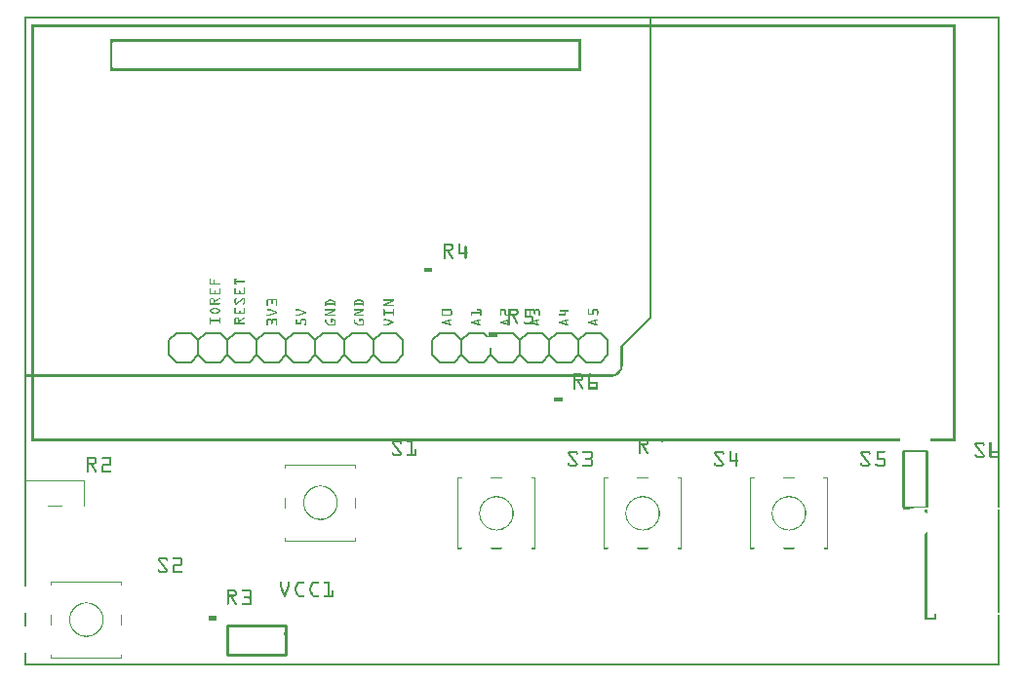
<source format=gto>
G04 MADE WITH FRITZING*
G04 WWW.FRITZING.ORG*
G04 DOUBLE SIDED*
G04 HOLES PLATED*
G04 CONTOUR ON CENTER OF CONTOUR VECTOR*
%ASAXBY*%
%FSLAX23Y23*%
%MOIN*%
%OFA0B0*%
%SFA1.0B1.0*%
%ADD10C,0.006000*%
%ADD11C,0.008000*%
%ADD12C,0.010000*%
%ADD13C,0.003937*%
%ADD14R,0.001000X0.001000*%
%LNSILK1*%
G90*
G70*
G54D10*
X1719Y1139D02*
X1769Y1139D01*
D02*
X1769Y1139D02*
X1794Y1114D01*
D02*
X1794Y1114D02*
X1794Y1064D01*
D02*
X1794Y1064D02*
X1769Y1039D01*
D02*
X1794Y1114D02*
X1819Y1139D01*
D02*
X1819Y1139D02*
X1869Y1139D01*
D02*
X1869Y1139D02*
X1894Y1114D01*
D02*
X1894Y1114D02*
X1894Y1064D01*
D02*
X1894Y1064D02*
X1869Y1039D01*
D02*
X1869Y1039D02*
X1819Y1039D01*
D02*
X1819Y1039D02*
X1794Y1064D01*
D02*
X1669Y1139D02*
X1694Y1114D01*
D02*
X1694Y1114D02*
X1694Y1064D01*
D02*
X1694Y1064D02*
X1669Y1039D01*
D02*
X1669Y1039D02*
X1619Y1039D01*
D02*
X1619Y1039D02*
X1594Y1064D01*
D02*
X1719Y1139D02*
X1694Y1114D01*
D02*
X1694Y1064D02*
X1719Y1039D01*
D02*
X1769Y1039D02*
X1719Y1039D01*
D02*
X1419Y1139D02*
X1469Y1139D01*
D02*
X1469Y1139D02*
X1494Y1114D01*
D02*
X1494Y1114D02*
X1494Y1064D01*
D02*
X1494Y1064D02*
X1469Y1039D01*
D02*
X1494Y1114D02*
X1519Y1139D01*
D02*
X1519Y1139D02*
X1569Y1139D01*
D02*
X1594Y1064D02*
X1569Y1039D01*
D02*
X1569Y1039D02*
X1519Y1039D01*
D02*
X1519Y1039D02*
X1494Y1064D01*
D02*
X1394Y1114D02*
X1394Y1064D01*
D02*
X1419Y1139D02*
X1394Y1114D01*
D02*
X1394Y1064D02*
X1419Y1039D01*
D02*
X1469Y1039D02*
X1419Y1039D01*
D02*
X1919Y1139D02*
X1969Y1139D01*
D02*
X1969Y1139D02*
X1994Y1114D01*
D02*
X1994Y1114D02*
X1994Y1064D01*
D02*
X1994Y1064D02*
X1969Y1039D01*
D02*
X1919Y1139D02*
X1894Y1114D01*
D02*
X1894Y1064D02*
X1919Y1039D01*
D02*
X1969Y1039D02*
X1919Y1039D01*
D02*
X1119Y1139D02*
X1169Y1139D01*
D02*
X1169Y1139D02*
X1194Y1114D01*
D02*
X1194Y1114D02*
X1194Y1064D01*
D02*
X1194Y1064D02*
X1169Y1039D01*
D02*
X994Y1114D02*
X1019Y1139D01*
D02*
X1019Y1139D02*
X1069Y1139D01*
D02*
X1069Y1139D02*
X1094Y1114D01*
D02*
X1094Y1114D02*
X1094Y1064D01*
D02*
X1094Y1064D02*
X1069Y1039D01*
D02*
X1069Y1039D02*
X1019Y1039D01*
D02*
X1019Y1039D02*
X994Y1064D01*
D02*
X1119Y1139D02*
X1094Y1114D01*
D02*
X1094Y1064D02*
X1119Y1039D01*
D02*
X1169Y1039D02*
X1119Y1039D01*
D02*
X819Y1139D02*
X869Y1139D01*
D02*
X869Y1139D02*
X894Y1114D01*
D02*
X894Y1114D02*
X894Y1064D01*
D02*
X894Y1064D02*
X869Y1039D01*
D02*
X894Y1114D02*
X919Y1139D01*
D02*
X919Y1139D02*
X969Y1139D01*
D02*
X969Y1139D02*
X994Y1114D01*
D02*
X994Y1114D02*
X994Y1064D01*
D02*
X994Y1064D02*
X969Y1039D01*
D02*
X969Y1039D02*
X919Y1039D01*
D02*
X919Y1039D02*
X894Y1064D01*
D02*
X694Y1114D02*
X719Y1139D01*
D02*
X719Y1139D02*
X769Y1139D01*
D02*
X769Y1139D02*
X794Y1114D01*
D02*
X794Y1114D02*
X794Y1064D01*
D02*
X794Y1064D02*
X769Y1039D01*
D02*
X769Y1039D02*
X719Y1039D01*
D02*
X719Y1039D02*
X694Y1064D01*
D02*
X819Y1139D02*
X794Y1114D01*
D02*
X794Y1064D02*
X819Y1039D01*
D02*
X869Y1039D02*
X819Y1039D01*
D02*
X519Y1139D02*
X569Y1139D01*
D02*
X569Y1139D02*
X594Y1114D01*
D02*
X594Y1114D02*
X594Y1064D01*
D02*
X594Y1064D02*
X569Y1039D01*
D02*
X594Y1114D02*
X619Y1139D01*
D02*
X619Y1139D02*
X669Y1139D01*
D02*
X669Y1139D02*
X694Y1114D01*
D02*
X694Y1114D02*
X694Y1064D01*
D02*
X694Y1064D02*
X669Y1039D01*
D02*
X669Y1039D02*
X619Y1039D01*
D02*
X619Y1039D02*
X594Y1064D01*
D02*
X494Y1114D02*
X494Y1064D01*
D02*
X519Y1139D02*
X494Y1114D01*
D02*
X494Y1064D02*
X519Y1039D01*
D02*
X569Y1039D02*
X519Y1039D01*
D02*
X1219Y1139D02*
X1269Y1139D01*
D02*
X1269Y1139D02*
X1294Y1114D01*
D02*
X1294Y1114D02*
X1294Y1064D01*
D02*
X1294Y1064D02*
X1269Y1039D01*
D02*
X1219Y1139D02*
X1194Y1114D01*
D02*
X1194Y1064D02*
X1219Y1039D01*
D02*
X1269Y1039D02*
X1219Y1039D01*
G54D11*
D02*
X3082Y162D02*
X3112Y162D01*
D02*
X3112Y162D02*
X3112Y178D01*
G54D12*
D02*
X894Y139D02*
X694Y139D01*
D02*
X694Y139D02*
X694Y39D01*
D02*
X694Y39D02*
X894Y39D01*
D02*
X894Y39D02*
X894Y139D01*
G54D13*
X891Y678D02*
X891Y689D01*
X1131Y689D01*
X1131Y678D01*
D02*
X891Y576D02*
X891Y541D01*
D02*
X1131Y576D02*
X1131Y541D01*
D02*
X891Y438D02*
X891Y427D01*
X1131Y427D01*
X1131Y438D01*
D02*
X91Y278D02*
X91Y289D01*
X331Y289D01*
X331Y278D01*
D02*
X91Y176D02*
X91Y141D01*
D02*
X331Y176D02*
X331Y141D01*
D02*
X91Y38D02*
X91Y27D01*
X331Y27D01*
X331Y38D01*
D02*
G54D14*
X0Y2222D02*
X3332Y2222D01*
X0Y2221D02*
X3332Y2221D01*
X0Y2220D02*
X3332Y2220D01*
X0Y2219D02*
X3332Y2219D01*
X0Y2218D02*
X3332Y2218D01*
X0Y2217D02*
X3332Y2217D01*
X0Y2216D02*
X3332Y2216D01*
X0Y2215D02*
X3332Y2215D01*
X0Y2214D02*
X7Y2214D01*
X2136Y2214D02*
X2143Y2214D01*
X3325Y2214D02*
X3332Y2214D01*
X0Y2213D02*
X7Y2213D01*
X2136Y2213D02*
X2143Y2213D01*
X3325Y2213D02*
X3332Y2213D01*
X0Y2212D02*
X7Y2212D01*
X2136Y2212D02*
X2143Y2212D01*
X3325Y2212D02*
X3332Y2212D01*
X0Y2211D02*
X7Y2211D01*
X2136Y2211D02*
X2143Y2211D01*
X3325Y2211D02*
X3332Y2211D01*
X0Y2210D02*
X7Y2210D01*
X2136Y2210D02*
X2143Y2210D01*
X3325Y2210D02*
X3332Y2210D01*
X0Y2209D02*
X7Y2209D01*
X2136Y2209D02*
X2143Y2209D01*
X3325Y2209D02*
X3332Y2209D01*
X0Y2208D02*
X7Y2208D01*
X2136Y2208D02*
X2143Y2208D01*
X3325Y2208D02*
X3332Y2208D01*
X0Y2207D02*
X7Y2207D01*
X2136Y2207D02*
X2143Y2207D01*
X3325Y2207D02*
X3332Y2207D01*
X0Y2206D02*
X7Y2206D01*
X2136Y2206D02*
X2143Y2206D01*
X3325Y2206D02*
X3332Y2206D01*
X0Y2205D02*
X7Y2205D01*
X2136Y2205D02*
X2143Y2205D01*
X3325Y2205D02*
X3332Y2205D01*
X0Y2204D02*
X7Y2204D01*
X2136Y2204D02*
X2143Y2204D01*
X3325Y2204D02*
X3332Y2204D01*
X0Y2203D02*
X7Y2203D01*
X2136Y2203D02*
X2143Y2203D01*
X3325Y2203D02*
X3332Y2203D01*
X0Y2202D02*
X7Y2202D01*
X2136Y2202D02*
X2143Y2202D01*
X3325Y2202D02*
X3332Y2202D01*
X0Y2201D02*
X7Y2201D01*
X2136Y2201D02*
X2143Y2201D01*
X3325Y2201D02*
X3332Y2201D01*
X0Y2200D02*
X7Y2200D01*
X2136Y2200D02*
X2143Y2200D01*
X3325Y2200D02*
X3332Y2200D01*
X0Y2199D02*
X7Y2199D01*
X2136Y2199D02*
X2143Y2199D01*
X3325Y2199D02*
X3332Y2199D01*
X0Y2198D02*
X7Y2198D01*
X2136Y2198D02*
X2143Y2198D01*
X3325Y2198D02*
X3332Y2198D01*
X0Y2197D02*
X7Y2197D01*
X2136Y2197D02*
X2143Y2197D01*
X3325Y2197D02*
X3332Y2197D01*
X0Y2196D02*
X7Y2196D01*
X2136Y2196D02*
X2143Y2196D01*
X3325Y2196D02*
X3332Y2196D01*
X0Y2195D02*
X7Y2195D01*
X2136Y2195D02*
X2143Y2195D01*
X3325Y2195D02*
X3332Y2195D01*
X0Y2194D02*
X7Y2194D01*
X25Y2194D02*
X3183Y2194D01*
X3325Y2194D02*
X3332Y2194D01*
X0Y2193D02*
X7Y2193D01*
X24Y2193D02*
X3183Y2193D01*
X3325Y2193D02*
X3332Y2193D01*
X0Y2192D02*
X7Y2192D01*
X24Y2192D02*
X3183Y2192D01*
X3325Y2192D02*
X3332Y2192D01*
X0Y2191D02*
X7Y2191D01*
X24Y2191D02*
X3183Y2191D01*
X3325Y2191D02*
X3332Y2191D01*
X0Y2190D02*
X7Y2190D01*
X24Y2190D02*
X3183Y2190D01*
X3325Y2190D02*
X3332Y2190D01*
X0Y2189D02*
X7Y2189D01*
X24Y2189D02*
X3183Y2189D01*
X3325Y2189D02*
X3332Y2189D01*
X0Y2188D02*
X7Y2188D01*
X24Y2188D02*
X3183Y2188D01*
X3325Y2188D02*
X3332Y2188D01*
X0Y2187D02*
X7Y2187D01*
X24Y2187D02*
X3183Y2187D01*
X3325Y2187D02*
X3332Y2187D01*
X0Y2186D02*
X7Y2186D01*
X24Y2186D02*
X3183Y2186D01*
X3325Y2186D02*
X3332Y2186D01*
X0Y2185D02*
X7Y2185D01*
X24Y2185D02*
X3183Y2185D01*
X3325Y2185D02*
X3332Y2185D01*
X0Y2184D02*
X7Y2184D01*
X24Y2184D02*
X34Y2184D01*
X2136Y2184D02*
X2143Y2184D01*
X3174Y2184D02*
X3183Y2184D01*
X3325Y2184D02*
X3332Y2184D01*
X0Y2183D02*
X7Y2183D01*
X24Y2183D02*
X33Y2183D01*
X2136Y2183D02*
X2143Y2183D01*
X3174Y2183D02*
X3183Y2183D01*
X3325Y2183D02*
X3332Y2183D01*
X0Y2182D02*
X7Y2182D01*
X24Y2182D02*
X33Y2182D01*
X2136Y2182D02*
X2143Y2182D01*
X3174Y2182D02*
X3183Y2182D01*
X3325Y2182D02*
X3332Y2182D01*
X0Y2181D02*
X7Y2181D01*
X24Y2181D02*
X33Y2181D01*
X2136Y2181D02*
X2143Y2181D01*
X3174Y2181D02*
X3183Y2181D01*
X3325Y2181D02*
X3332Y2181D01*
X0Y2180D02*
X7Y2180D01*
X24Y2180D02*
X33Y2180D01*
X2136Y2180D02*
X2143Y2180D01*
X3174Y2180D02*
X3183Y2180D01*
X3325Y2180D02*
X3332Y2180D01*
X0Y2179D02*
X7Y2179D01*
X24Y2179D02*
X33Y2179D01*
X2136Y2179D02*
X2143Y2179D01*
X3174Y2179D02*
X3183Y2179D01*
X3325Y2179D02*
X3332Y2179D01*
X0Y2178D02*
X7Y2178D01*
X24Y2178D02*
X33Y2178D01*
X2136Y2178D02*
X2143Y2178D01*
X3174Y2178D02*
X3183Y2178D01*
X3325Y2178D02*
X3332Y2178D01*
X0Y2177D02*
X7Y2177D01*
X24Y2177D02*
X33Y2177D01*
X2136Y2177D02*
X2143Y2177D01*
X3174Y2177D02*
X3183Y2177D01*
X3325Y2177D02*
X3332Y2177D01*
X0Y2176D02*
X7Y2176D01*
X24Y2176D02*
X33Y2176D01*
X2136Y2176D02*
X2143Y2176D01*
X3174Y2176D02*
X3183Y2176D01*
X3325Y2176D02*
X3332Y2176D01*
X0Y2175D02*
X7Y2175D01*
X24Y2175D02*
X33Y2175D01*
X2136Y2175D02*
X2143Y2175D01*
X3174Y2175D02*
X3183Y2175D01*
X3325Y2175D02*
X3332Y2175D01*
X0Y2174D02*
X7Y2174D01*
X24Y2174D02*
X33Y2174D01*
X2136Y2174D02*
X2143Y2174D01*
X3174Y2174D02*
X3183Y2174D01*
X3325Y2174D02*
X3332Y2174D01*
X0Y2173D02*
X7Y2173D01*
X24Y2173D02*
X33Y2173D01*
X2136Y2173D02*
X2143Y2173D01*
X3174Y2173D02*
X3183Y2173D01*
X3325Y2173D02*
X3332Y2173D01*
X0Y2172D02*
X7Y2172D01*
X24Y2172D02*
X33Y2172D01*
X2136Y2172D02*
X2143Y2172D01*
X3174Y2172D02*
X3183Y2172D01*
X3325Y2172D02*
X3332Y2172D01*
X0Y2171D02*
X7Y2171D01*
X24Y2171D02*
X33Y2171D01*
X2136Y2171D02*
X2143Y2171D01*
X3174Y2171D02*
X3183Y2171D01*
X3325Y2171D02*
X3332Y2171D01*
X0Y2170D02*
X7Y2170D01*
X24Y2170D02*
X33Y2170D01*
X2136Y2170D02*
X2143Y2170D01*
X3174Y2170D02*
X3183Y2170D01*
X3325Y2170D02*
X3332Y2170D01*
X0Y2169D02*
X7Y2169D01*
X24Y2169D02*
X33Y2169D01*
X2136Y2169D02*
X2143Y2169D01*
X3174Y2169D02*
X3183Y2169D01*
X3325Y2169D02*
X3332Y2169D01*
X0Y2168D02*
X7Y2168D01*
X24Y2168D02*
X33Y2168D01*
X2136Y2168D02*
X2143Y2168D01*
X3174Y2168D02*
X3183Y2168D01*
X3325Y2168D02*
X3332Y2168D01*
X0Y2167D02*
X7Y2167D01*
X24Y2167D02*
X33Y2167D01*
X2136Y2167D02*
X2143Y2167D01*
X3174Y2167D02*
X3183Y2167D01*
X3325Y2167D02*
X3332Y2167D01*
X0Y2166D02*
X7Y2166D01*
X24Y2166D02*
X33Y2166D01*
X2136Y2166D02*
X2143Y2166D01*
X3174Y2166D02*
X3183Y2166D01*
X3325Y2166D02*
X3332Y2166D01*
X0Y2165D02*
X7Y2165D01*
X24Y2165D02*
X33Y2165D01*
X2136Y2165D02*
X2143Y2165D01*
X3174Y2165D02*
X3183Y2165D01*
X3325Y2165D02*
X3332Y2165D01*
X0Y2164D02*
X7Y2164D01*
X24Y2164D02*
X33Y2164D01*
X2136Y2164D02*
X2143Y2164D01*
X3174Y2164D02*
X3183Y2164D01*
X3325Y2164D02*
X3332Y2164D01*
X0Y2163D02*
X7Y2163D01*
X24Y2163D02*
X33Y2163D01*
X2136Y2163D02*
X2143Y2163D01*
X3174Y2163D02*
X3183Y2163D01*
X3325Y2163D02*
X3332Y2163D01*
X0Y2162D02*
X7Y2162D01*
X24Y2162D02*
X33Y2162D01*
X2136Y2162D02*
X2143Y2162D01*
X3174Y2162D02*
X3183Y2162D01*
X3325Y2162D02*
X3332Y2162D01*
X0Y2161D02*
X7Y2161D01*
X24Y2161D02*
X33Y2161D01*
X2136Y2161D02*
X2143Y2161D01*
X3174Y2161D02*
X3183Y2161D01*
X3325Y2161D02*
X3332Y2161D01*
X0Y2160D02*
X7Y2160D01*
X24Y2160D02*
X33Y2160D01*
X2136Y2160D02*
X2143Y2160D01*
X3174Y2160D02*
X3183Y2160D01*
X3325Y2160D02*
X3332Y2160D01*
X0Y2159D02*
X7Y2159D01*
X24Y2159D02*
X33Y2159D01*
X2136Y2159D02*
X2143Y2159D01*
X3174Y2159D02*
X3183Y2159D01*
X3325Y2159D02*
X3332Y2159D01*
X0Y2158D02*
X7Y2158D01*
X24Y2158D02*
X33Y2158D01*
X2136Y2158D02*
X2143Y2158D01*
X3174Y2158D02*
X3183Y2158D01*
X3325Y2158D02*
X3332Y2158D01*
X0Y2157D02*
X7Y2157D01*
X24Y2157D02*
X33Y2157D01*
X2136Y2157D02*
X2143Y2157D01*
X3174Y2157D02*
X3183Y2157D01*
X3325Y2157D02*
X3332Y2157D01*
X0Y2156D02*
X7Y2156D01*
X24Y2156D02*
X33Y2156D01*
X2136Y2156D02*
X2143Y2156D01*
X3174Y2156D02*
X3183Y2156D01*
X3325Y2156D02*
X3332Y2156D01*
X0Y2155D02*
X7Y2155D01*
X24Y2155D02*
X33Y2155D01*
X2136Y2155D02*
X2143Y2155D01*
X3174Y2155D02*
X3183Y2155D01*
X3325Y2155D02*
X3332Y2155D01*
X0Y2154D02*
X7Y2154D01*
X24Y2154D02*
X33Y2154D01*
X2136Y2154D02*
X2143Y2154D01*
X3174Y2154D02*
X3183Y2154D01*
X3325Y2154D02*
X3332Y2154D01*
X0Y2153D02*
X7Y2153D01*
X24Y2153D02*
X33Y2153D01*
X2136Y2153D02*
X2143Y2153D01*
X3174Y2153D02*
X3183Y2153D01*
X3325Y2153D02*
X3332Y2153D01*
X0Y2152D02*
X7Y2152D01*
X24Y2152D02*
X33Y2152D01*
X2136Y2152D02*
X2143Y2152D01*
X3174Y2152D02*
X3183Y2152D01*
X3325Y2152D02*
X3332Y2152D01*
X0Y2151D02*
X7Y2151D01*
X24Y2151D02*
X33Y2151D01*
X2136Y2151D02*
X2143Y2151D01*
X3174Y2151D02*
X3183Y2151D01*
X3325Y2151D02*
X3332Y2151D01*
X0Y2150D02*
X7Y2150D01*
X24Y2150D02*
X33Y2150D01*
X2136Y2150D02*
X2143Y2150D01*
X3174Y2150D02*
X3183Y2150D01*
X3325Y2150D02*
X3332Y2150D01*
X0Y2149D02*
X7Y2149D01*
X24Y2149D02*
X33Y2149D01*
X2136Y2149D02*
X2143Y2149D01*
X3174Y2149D02*
X3183Y2149D01*
X3325Y2149D02*
X3332Y2149D01*
X0Y2148D02*
X7Y2148D01*
X24Y2148D02*
X33Y2148D01*
X2136Y2148D02*
X2143Y2148D01*
X3174Y2148D02*
X3183Y2148D01*
X3325Y2148D02*
X3332Y2148D01*
X0Y2147D02*
X7Y2147D01*
X24Y2147D02*
X33Y2147D01*
X2136Y2147D02*
X2143Y2147D01*
X3174Y2147D02*
X3183Y2147D01*
X3325Y2147D02*
X3332Y2147D01*
X0Y2146D02*
X7Y2146D01*
X24Y2146D02*
X33Y2146D01*
X2136Y2146D02*
X2143Y2146D01*
X3174Y2146D02*
X3183Y2146D01*
X3325Y2146D02*
X3332Y2146D01*
X0Y2145D02*
X7Y2145D01*
X24Y2145D02*
X33Y2145D01*
X2136Y2145D02*
X2143Y2145D01*
X3174Y2145D02*
X3183Y2145D01*
X3325Y2145D02*
X3332Y2145D01*
X0Y2144D02*
X7Y2144D01*
X24Y2144D02*
X33Y2144D01*
X295Y2144D02*
X1903Y2144D01*
X2136Y2144D02*
X2143Y2144D01*
X3174Y2144D02*
X3183Y2144D01*
X3325Y2144D02*
X3332Y2144D01*
X0Y2143D02*
X7Y2143D01*
X24Y2143D02*
X33Y2143D01*
X294Y2143D02*
X1903Y2143D01*
X2136Y2143D02*
X2143Y2143D01*
X3174Y2143D02*
X3183Y2143D01*
X3325Y2143D02*
X3332Y2143D01*
X0Y2142D02*
X7Y2142D01*
X24Y2142D02*
X33Y2142D01*
X294Y2142D02*
X1903Y2142D01*
X2136Y2142D02*
X2143Y2142D01*
X3174Y2142D02*
X3183Y2142D01*
X3325Y2142D02*
X3332Y2142D01*
X0Y2141D02*
X7Y2141D01*
X24Y2141D02*
X33Y2141D01*
X294Y2141D02*
X1903Y2141D01*
X2136Y2141D02*
X2143Y2141D01*
X3174Y2141D02*
X3183Y2141D01*
X3325Y2141D02*
X3332Y2141D01*
X0Y2140D02*
X7Y2140D01*
X24Y2140D02*
X33Y2140D01*
X294Y2140D02*
X1903Y2140D01*
X2136Y2140D02*
X2143Y2140D01*
X3174Y2140D02*
X3183Y2140D01*
X3325Y2140D02*
X3332Y2140D01*
X0Y2139D02*
X7Y2139D01*
X24Y2139D02*
X33Y2139D01*
X294Y2139D02*
X1903Y2139D01*
X2136Y2139D02*
X2143Y2139D01*
X3174Y2139D02*
X3183Y2139D01*
X3325Y2139D02*
X3332Y2139D01*
X0Y2138D02*
X7Y2138D01*
X24Y2138D02*
X33Y2138D01*
X294Y2138D02*
X1903Y2138D01*
X2136Y2138D02*
X2143Y2138D01*
X3174Y2138D02*
X3183Y2138D01*
X3325Y2138D02*
X3332Y2138D01*
X0Y2137D02*
X7Y2137D01*
X24Y2137D02*
X33Y2137D01*
X294Y2137D02*
X1903Y2137D01*
X2136Y2137D02*
X2143Y2137D01*
X3174Y2137D02*
X3183Y2137D01*
X3325Y2137D02*
X3332Y2137D01*
X0Y2136D02*
X7Y2136D01*
X24Y2136D02*
X33Y2136D01*
X294Y2136D02*
X1903Y2136D01*
X2136Y2136D02*
X2143Y2136D01*
X3174Y2136D02*
X3183Y2136D01*
X3325Y2136D02*
X3332Y2136D01*
X0Y2135D02*
X7Y2135D01*
X24Y2135D02*
X33Y2135D01*
X294Y2135D02*
X1903Y2135D01*
X2136Y2135D02*
X2143Y2135D01*
X3174Y2135D02*
X3183Y2135D01*
X3325Y2135D02*
X3332Y2135D01*
X0Y2134D02*
X7Y2134D01*
X24Y2134D02*
X33Y2134D01*
X294Y2134D02*
X304Y2134D01*
X1894Y2134D02*
X1903Y2134D01*
X2136Y2134D02*
X2143Y2134D01*
X3174Y2134D02*
X3183Y2134D01*
X3325Y2134D02*
X3332Y2134D01*
X0Y2133D02*
X7Y2133D01*
X24Y2133D02*
X33Y2133D01*
X294Y2133D02*
X303Y2133D01*
X1894Y2133D02*
X1903Y2133D01*
X2136Y2133D02*
X2143Y2133D01*
X3174Y2133D02*
X3183Y2133D01*
X3325Y2133D02*
X3332Y2133D01*
X0Y2132D02*
X7Y2132D01*
X24Y2132D02*
X33Y2132D01*
X294Y2132D02*
X301Y2132D01*
X1894Y2132D02*
X1903Y2132D01*
X2136Y2132D02*
X2143Y2132D01*
X3174Y2132D02*
X3183Y2132D01*
X3325Y2132D02*
X3332Y2132D01*
X0Y2131D02*
X7Y2131D01*
X24Y2131D02*
X33Y2131D01*
X294Y2131D02*
X300Y2131D01*
X1894Y2131D02*
X1903Y2131D01*
X2136Y2131D02*
X2143Y2131D01*
X3174Y2131D02*
X3183Y2131D01*
X3325Y2131D02*
X3332Y2131D01*
X0Y2130D02*
X7Y2130D01*
X24Y2130D02*
X33Y2130D01*
X294Y2130D02*
X300Y2130D01*
X1894Y2130D02*
X1903Y2130D01*
X2136Y2130D02*
X2143Y2130D01*
X3174Y2130D02*
X3183Y2130D01*
X3325Y2130D02*
X3332Y2130D01*
X0Y2129D02*
X7Y2129D01*
X24Y2129D02*
X33Y2129D01*
X294Y2129D02*
X300Y2129D01*
X1894Y2129D02*
X1903Y2129D01*
X2136Y2129D02*
X2143Y2129D01*
X3174Y2129D02*
X3183Y2129D01*
X3325Y2129D02*
X3332Y2129D01*
X0Y2128D02*
X7Y2128D01*
X24Y2128D02*
X33Y2128D01*
X294Y2128D02*
X300Y2128D01*
X1894Y2128D02*
X1903Y2128D01*
X2136Y2128D02*
X2143Y2128D01*
X3174Y2128D02*
X3183Y2128D01*
X3325Y2128D02*
X3332Y2128D01*
X0Y2127D02*
X7Y2127D01*
X24Y2127D02*
X33Y2127D01*
X294Y2127D02*
X300Y2127D01*
X1894Y2127D02*
X1903Y2127D01*
X2136Y2127D02*
X2143Y2127D01*
X3174Y2127D02*
X3183Y2127D01*
X3325Y2127D02*
X3332Y2127D01*
X0Y2126D02*
X7Y2126D01*
X24Y2126D02*
X33Y2126D01*
X294Y2126D02*
X300Y2126D01*
X1894Y2126D02*
X1903Y2126D01*
X2136Y2126D02*
X2143Y2126D01*
X3174Y2126D02*
X3183Y2126D01*
X3325Y2126D02*
X3332Y2126D01*
X0Y2125D02*
X7Y2125D01*
X24Y2125D02*
X33Y2125D01*
X294Y2125D02*
X300Y2125D01*
X1894Y2125D02*
X1903Y2125D01*
X2136Y2125D02*
X2143Y2125D01*
X3174Y2125D02*
X3183Y2125D01*
X3325Y2125D02*
X3332Y2125D01*
X0Y2124D02*
X7Y2124D01*
X24Y2124D02*
X33Y2124D01*
X294Y2124D02*
X300Y2124D01*
X1894Y2124D02*
X1903Y2124D01*
X2136Y2124D02*
X2143Y2124D01*
X3174Y2124D02*
X3183Y2124D01*
X3325Y2124D02*
X3332Y2124D01*
X0Y2123D02*
X7Y2123D01*
X24Y2123D02*
X33Y2123D01*
X294Y2123D02*
X300Y2123D01*
X1894Y2123D02*
X1903Y2123D01*
X2136Y2123D02*
X2143Y2123D01*
X3174Y2123D02*
X3183Y2123D01*
X3325Y2123D02*
X3332Y2123D01*
X0Y2122D02*
X7Y2122D01*
X24Y2122D02*
X33Y2122D01*
X294Y2122D02*
X300Y2122D01*
X1894Y2122D02*
X1903Y2122D01*
X2136Y2122D02*
X2143Y2122D01*
X3174Y2122D02*
X3183Y2122D01*
X3325Y2122D02*
X3332Y2122D01*
X0Y2121D02*
X7Y2121D01*
X24Y2121D02*
X33Y2121D01*
X294Y2121D02*
X300Y2121D01*
X1894Y2121D02*
X1903Y2121D01*
X2136Y2121D02*
X2143Y2121D01*
X3174Y2121D02*
X3183Y2121D01*
X3325Y2121D02*
X3332Y2121D01*
X0Y2120D02*
X7Y2120D01*
X24Y2120D02*
X33Y2120D01*
X294Y2120D02*
X300Y2120D01*
X1894Y2120D02*
X1903Y2120D01*
X2136Y2120D02*
X2143Y2120D01*
X3174Y2120D02*
X3183Y2120D01*
X3325Y2120D02*
X3332Y2120D01*
X0Y2119D02*
X7Y2119D01*
X24Y2119D02*
X33Y2119D01*
X294Y2119D02*
X300Y2119D01*
X1894Y2119D02*
X1903Y2119D01*
X2136Y2119D02*
X2143Y2119D01*
X3174Y2119D02*
X3183Y2119D01*
X3325Y2119D02*
X3332Y2119D01*
X0Y2118D02*
X7Y2118D01*
X24Y2118D02*
X33Y2118D01*
X294Y2118D02*
X300Y2118D01*
X1894Y2118D02*
X1903Y2118D01*
X2136Y2118D02*
X2143Y2118D01*
X3174Y2118D02*
X3183Y2118D01*
X3325Y2118D02*
X3332Y2118D01*
X0Y2117D02*
X7Y2117D01*
X24Y2117D02*
X33Y2117D01*
X294Y2117D02*
X300Y2117D01*
X1894Y2117D02*
X1903Y2117D01*
X2136Y2117D02*
X2143Y2117D01*
X3174Y2117D02*
X3183Y2117D01*
X3325Y2117D02*
X3332Y2117D01*
X0Y2116D02*
X7Y2116D01*
X24Y2116D02*
X33Y2116D01*
X294Y2116D02*
X300Y2116D01*
X1894Y2116D02*
X1903Y2116D01*
X2136Y2116D02*
X2143Y2116D01*
X3174Y2116D02*
X3183Y2116D01*
X3325Y2116D02*
X3332Y2116D01*
X0Y2115D02*
X7Y2115D01*
X24Y2115D02*
X33Y2115D01*
X294Y2115D02*
X300Y2115D01*
X1894Y2115D02*
X1903Y2115D01*
X2136Y2115D02*
X2143Y2115D01*
X3174Y2115D02*
X3183Y2115D01*
X3325Y2115D02*
X3332Y2115D01*
X0Y2114D02*
X7Y2114D01*
X24Y2114D02*
X33Y2114D01*
X294Y2114D02*
X300Y2114D01*
X1894Y2114D02*
X1903Y2114D01*
X2136Y2114D02*
X2143Y2114D01*
X3174Y2114D02*
X3183Y2114D01*
X3325Y2114D02*
X3332Y2114D01*
X0Y2113D02*
X7Y2113D01*
X24Y2113D02*
X33Y2113D01*
X294Y2113D02*
X300Y2113D01*
X1894Y2113D02*
X1903Y2113D01*
X2136Y2113D02*
X2143Y2113D01*
X3174Y2113D02*
X3183Y2113D01*
X3325Y2113D02*
X3332Y2113D01*
X0Y2112D02*
X7Y2112D01*
X24Y2112D02*
X33Y2112D01*
X294Y2112D02*
X300Y2112D01*
X1894Y2112D02*
X1903Y2112D01*
X2136Y2112D02*
X2143Y2112D01*
X3174Y2112D02*
X3183Y2112D01*
X3325Y2112D02*
X3332Y2112D01*
X0Y2111D02*
X7Y2111D01*
X24Y2111D02*
X33Y2111D01*
X294Y2111D02*
X300Y2111D01*
X1894Y2111D02*
X1903Y2111D01*
X2136Y2111D02*
X2143Y2111D01*
X3174Y2111D02*
X3183Y2111D01*
X3325Y2111D02*
X3332Y2111D01*
X0Y2110D02*
X7Y2110D01*
X24Y2110D02*
X33Y2110D01*
X294Y2110D02*
X300Y2110D01*
X1894Y2110D02*
X1903Y2110D01*
X2136Y2110D02*
X2143Y2110D01*
X3174Y2110D02*
X3183Y2110D01*
X3325Y2110D02*
X3332Y2110D01*
X0Y2109D02*
X7Y2109D01*
X24Y2109D02*
X33Y2109D01*
X294Y2109D02*
X300Y2109D01*
X1894Y2109D02*
X1903Y2109D01*
X2136Y2109D02*
X2143Y2109D01*
X3174Y2109D02*
X3183Y2109D01*
X3325Y2109D02*
X3332Y2109D01*
X0Y2108D02*
X7Y2108D01*
X24Y2108D02*
X33Y2108D01*
X294Y2108D02*
X300Y2108D01*
X1894Y2108D02*
X1903Y2108D01*
X2136Y2108D02*
X2143Y2108D01*
X3174Y2108D02*
X3183Y2108D01*
X3325Y2108D02*
X3332Y2108D01*
X0Y2107D02*
X7Y2107D01*
X24Y2107D02*
X33Y2107D01*
X294Y2107D02*
X300Y2107D01*
X1894Y2107D02*
X1903Y2107D01*
X2136Y2107D02*
X2143Y2107D01*
X3174Y2107D02*
X3183Y2107D01*
X3325Y2107D02*
X3332Y2107D01*
X0Y2106D02*
X7Y2106D01*
X24Y2106D02*
X33Y2106D01*
X294Y2106D02*
X300Y2106D01*
X1894Y2106D02*
X1903Y2106D01*
X2136Y2106D02*
X2143Y2106D01*
X3174Y2106D02*
X3183Y2106D01*
X3325Y2106D02*
X3332Y2106D01*
X0Y2105D02*
X7Y2105D01*
X24Y2105D02*
X33Y2105D01*
X294Y2105D02*
X300Y2105D01*
X1894Y2105D02*
X1903Y2105D01*
X2136Y2105D02*
X2143Y2105D01*
X3174Y2105D02*
X3183Y2105D01*
X3325Y2105D02*
X3332Y2105D01*
X0Y2104D02*
X7Y2104D01*
X24Y2104D02*
X33Y2104D01*
X294Y2104D02*
X300Y2104D01*
X1894Y2104D02*
X1903Y2104D01*
X2136Y2104D02*
X2143Y2104D01*
X3174Y2104D02*
X3183Y2104D01*
X3325Y2104D02*
X3332Y2104D01*
X0Y2103D02*
X7Y2103D01*
X24Y2103D02*
X33Y2103D01*
X294Y2103D02*
X300Y2103D01*
X1894Y2103D02*
X1903Y2103D01*
X2136Y2103D02*
X2143Y2103D01*
X3174Y2103D02*
X3183Y2103D01*
X3325Y2103D02*
X3332Y2103D01*
X0Y2102D02*
X7Y2102D01*
X24Y2102D02*
X33Y2102D01*
X294Y2102D02*
X300Y2102D01*
X1894Y2102D02*
X1903Y2102D01*
X2136Y2102D02*
X2143Y2102D01*
X3174Y2102D02*
X3183Y2102D01*
X3325Y2102D02*
X3332Y2102D01*
X0Y2101D02*
X7Y2101D01*
X24Y2101D02*
X33Y2101D01*
X294Y2101D02*
X300Y2101D01*
X1894Y2101D02*
X1903Y2101D01*
X2136Y2101D02*
X2143Y2101D01*
X3174Y2101D02*
X3183Y2101D01*
X3325Y2101D02*
X3332Y2101D01*
X0Y2100D02*
X7Y2100D01*
X24Y2100D02*
X33Y2100D01*
X294Y2100D02*
X300Y2100D01*
X1894Y2100D02*
X1903Y2100D01*
X2136Y2100D02*
X2143Y2100D01*
X3174Y2100D02*
X3183Y2100D01*
X3325Y2100D02*
X3332Y2100D01*
X0Y2099D02*
X7Y2099D01*
X24Y2099D02*
X33Y2099D01*
X294Y2099D02*
X300Y2099D01*
X1894Y2099D02*
X1903Y2099D01*
X2136Y2099D02*
X2143Y2099D01*
X3174Y2099D02*
X3183Y2099D01*
X3325Y2099D02*
X3332Y2099D01*
X0Y2098D02*
X7Y2098D01*
X24Y2098D02*
X33Y2098D01*
X294Y2098D02*
X300Y2098D01*
X1894Y2098D02*
X1903Y2098D01*
X2136Y2098D02*
X2143Y2098D01*
X3174Y2098D02*
X3183Y2098D01*
X3325Y2098D02*
X3332Y2098D01*
X0Y2097D02*
X7Y2097D01*
X24Y2097D02*
X33Y2097D01*
X294Y2097D02*
X300Y2097D01*
X1894Y2097D02*
X1903Y2097D01*
X2136Y2097D02*
X2143Y2097D01*
X3174Y2097D02*
X3183Y2097D01*
X3325Y2097D02*
X3332Y2097D01*
X0Y2096D02*
X7Y2096D01*
X24Y2096D02*
X33Y2096D01*
X294Y2096D02*
X300Y2096D01*
X1894Y2096D02*
X1903Y2096D01*
X2136Y2096D02*
X2143Y2096D01*
X3174Y2096D02*
X3183Y2096D01*
X3325Y2096D02*
X3332Y2096D01*
X0Y2095D02*
X7Y2095D01*
X24Y2095D02*
X33Y2095D01*
X294Y2095D02*
X300Y2095D01*
X1894Y2095D02*
X1903Y2095D01*
X2136Y2095D02*
X2143Y2095D01*
X3174Y2095D02*
X3183Y2095D01*
X3325Y2095D02*
X3332Y2095D01*
X0Y2094D02*
X7Y2094D01*
X24Y2094D02*
X33Y2094D01*
X294Y2094D02*
X300Y2094D01*
X1894Y2094D02*
X1903Y2094D01*
X2136Y2094D02*
X2143Y2094D01*
X3174Y2094D02*
X3183Y2094D01*
X3325Y2094D02*
X3332Y2094D01*
X0Y2093D02*
X7Y2093D01*
X24Y2093D02*
X33Y2093D01*
X294Y2093D02*
X300Y2093D01*
X1894Y2093D02*
X1903Y2093D01*
X2136Y2093D02*
X2143Y2093D01*
X3174Y2093D02*
X3183Y2093D01*
X3325Y2093D02*
X3332Y2093D01*
X0Y2092D02*
X7Y2092D01*
X24Y2092D02*
X33Y2092D01*
X294Y2092D02*
X300Y2092D01*
X1894Y2092D02*
X1903Y2092D01*
X2136Y2092D02*
X2143Y2092D01*
X3174Y2092D02*
X3183Y2092D01*
X3325Y2092D02*
X3332Y2092D01*
X0Y2091D02*
X7Y2091D01*
X24Y2091D02*
X33Y2091D01*
X294Y2091D02*
X300Y2091D01*
X1894Y2091D02*
X1903Y2091D01*
X2136Y2091D02*
X2143Y2091D01*
X3174Y2091D02*
X3183Y2091D01*
X3325Y2091D02*
X3332Y2091D01*
X0Y2090D02*
X7Y2090D01*
X24Y2090D02*
X33Y2090D01*
X294Y2090D02*
X300Y2090D01*
X1894Y2090D02*
X1903Y2090D01*
X2136Y2090D02*
X2143Y2090D01*
X3174Y2090D02*
X3183Y2090D01*
X3325Y2090D02*
X3332Y2090D01*
X0Y2089D02*
X7Y2089D01*
X24Y2089D02*
X33Y2089D01*
X294Y2089D02*
X300Y2089D01*
X1894Y2089D02*
X1903Y2089D01*
X2136Y2089D02*
X2143Y2089D01*
X3174Y2089D02*
X3183Y2089D01*
X3325Y2089D02*
X3332Y2089D01*
X0Y2088D02*
X7Y2088D01*
X24Y2088D02*
X33Y2088D01*
X294Y2088D02*
X300Y2088D01*
X1894Y2088D02*
X1903Y2088D01*
X2136Y2088D02*
X2143Y2088D01*
X3174Y2088D02*
X3183Y2088D01*
X3325Y2088D02*
X3332Y2088D01*
X0Y2087D02*
X7Y2087D01*
X24Y2087D02*
X33Y2087D01*
X294Y2087D02*
X300Y2087D01*
X1894Y2087D02*
X1903Y2087D01*
X2136Y2087D02*
X2143Y2087D01*
X3174Y2087D02*
X3183Y2087D01*
X3325Y2087D02*
X3332Y2087D01*
X0Y2086D02*
X7Y2086D01*
X24Y2086D02*
X33Y2086D01*
X294Y2086D02*
X300Y2086D01*
X1894Y2086D02*
X1903Y2086D01*
X2136Y2086D02*
X2143Y2086D01*
X3174Y2086D02*
X3183Y2086D01*
X3325Y2086D02*
X3332Y2086D01*
X0Y2085D02*
X7Y2085D01*
X24Y2085D02*
X33Y2085D01*
X294Y2085D02*
X300Y2085D01*
X1894Y2085D02*
X1903Y2085D01*
X2136Y2085D02*
X2143Y2085D01*
X3174Y2085D02*
X3183Y2085D01*
X3325Y2085D02*
X3332Y2085D01*
X0Y2084D02*
X7Y2084D01*
X24Y2084D02*
X33Y2084D01*
X294Y2084D02*
X300Y2084D01*
X1894Y2084D02*
X1903Y2084D01*
X2136Y2084D02*
X2143Y2084D01*
X3174Y2084D02*
X3183Y2084D01*
X3325Y2084D02*
X3332Y2084D01*
X0Y2083D02*
X7Y2083D01*
X24Y2083D02*
X33Y2083D01*
X294Y2083D02*
X300Y2083D01*
X1894Y2083D02*
X1903Y2083D01*
X2136Y2083D02*
X2143Y2083D01*
X3174Y2083D02*
X3183Y2083D01*
X3325Y2083D02*
X3332Y2083D01*
X0Y2082D02*
X7Y2082D01*
X24Y2082D02*
X33Y2082D01*
X294Y2082D02*
X300Y2082D01*
X1894Y2082D02*
X1903Y2082D01*
X2136Y2082D02*
X2143Y2082D01*
X3174Y2082D02*
X3183Y2082D01*
X3325Y2082D02*
X3332Y2082D01*
X0Y2081D02*
X7Y2081D01*
X24Y2081D02*
X33Y2081D01*
X294Y2081D02*
X300Y2081D01*
X1894Y2081D02*
X1903Y2081D01*
X2136Y2081D02*
X2143Y2081D01*
X3174Y2081D02*
X3183Y2081D01*
X3325Y2081D02*
X3332Y2081D01*
X0Y2080D02*
X7Y2080D01*
X24Y2080D02*
X33Y2080D01*
X294Y2080D02*
X300Y2080D01*
X1894Y2080D02*
X1903Y2080D01*
X2136Y2080D02*
X2143Y2080D01*
X3174Y2080D02*
X3183Y2080D01*
X3325Y2080D02*
X3332Y2080D01*
X0Y2079D02*
X7Y2079D01*
X24Y2079D02*
X33Y2079D01*
X294Y2079D02*
X300Y2079D01*
X1894Y2079D02*
X1903Y2079D01*
X2136Y2079D02*
X2143Y2079D01*
X3174Y2079D02*
X3183Y2079D01*
X3325Y2079D02*
X3332Y2079D01*
X0Y2078D02*
X7Y2078D01*
X24Y2078D02*
X33Y2078D01*
X294Y2078D02*
X300Y2078D01*
X1894Y2078D02*
X1903Y2078D01*
X2136Y2078D02*
X2143Y2078D01*
X3174Y2078D02*
X3183Y2078D01*
X3325Y2078D02*
X3332Y2078D01*
X0Y2077D02*
X7Y2077D01*
X24Y2077D02*
X33Y2077D01*
X294Y2077D02*
X300Y2077D01*
X1894Y2077D02*
X1903Y2077D01*
X2136Y2077D02*
X2143Y2077D01*
X3174Y2077D02*
X3183Y2077D01*
X3325Y2077D02*
X3332Y2077D01*
X0Y2076D02*
X7Y2076D01*
X24Y2076D02*
X33Y2076D01*
X294Y2076D02*
X300Y2076D01*
X1894Y2076D02*
X1903Y2076D01*
X2136Y2076D02*
X2143Y2076D01*
X3174Y2076D02*
X3183Y2076D01*
X3325Y2076D02*
X3332Y2076D01*
X0Y2075D02*
X7Y2075D01*
X24Y2075D02*
X33Y2075D01*
X294Y2075D02*
X300Y2075D01*
X1894Y2075D02*
X1903Y2075D01*
X2136Y2075D02*
X2143Y2075D01*
X3174Y2075D02*
X3183Y2075D01*
X3325Y2075D02*
X3332Y2075D01*
X0Y2074D02*
X7Y2074D01*
X24Y2074D02*
X33Y2074D01*
X294Y2074D02*
X300Y2074D01*
X1894Y2074D02*
X1903Y2074D01*
X2136Y2074D02*
X2143Y2074D01*
X3174Y2074D02*
X3183Y2074D01*
X3325Y2074D02*
X3332Y2074D01*
X0Y2073D02*
X7Y2073D01*
X24Y2073D02*
X33Y2073D01*
X294Y2073D02*
X300Y2073D01*
X1894Y2073D02*
X1903Y2073D01*
X2136Y2073D02*
X2143Y2073D01*
X3174Y2073D02*
X3183Y2073D01*
X3325Y2073D02*
X3332Y2073D01*
X0Y2072D02*
X7Y2072D01*
X24Y2072D02*
X33Y2072D01*
X294Y2072D02*
X300Y2072D01*
X1894Y2072D02*
X1903Y2072D01*
X2136Y2072D02*
X2143Y2072D01*
X3174Y2072D02*
X3183Y2072D01*
X3325Y2072D02*
X3332Y2072D01*
X0Y2071D02*
X7Y2071D01*
X24Y2071D02*
X33Y2071D01*
X294Y2071D02*
X300Y2071D01*
X1894Y2071D02*
X1903Y2071D01*
X2136Y2071D02*
X2143Y2071D01*
X3174Y2071D02*
X3183Y2071D01*
X3325Y2071D02*
X3332Y2071D01*
X0Y2070D02*
X7Y2070D01*
X24Y2070D02*
X33Y2070D01*
X294Y2070D02*
X300Y2070D01*
X1894Y2070D02*
X1903Y2070D01*
X2136Y2070D02*
X2143Y2070D01*
X3174Y2070D02*
X3183Y2070D01*
X3325Y2070D02*
X3332Y2070D01*
X0Y2069D02*
X7Y2069D01*
X24Y2069D02*
X33Y2069D01*
X294Y2069D02*
X300Y2069D01*
X1894Y2069D02*
X1903Y2069D01*
X2136Y2069D02*
X2143Y2069D01*
X3174Y2069D02*
X3183Y2069D01*
X3325Y2069D02*
X3332Y2069D01*
X0Y2068D02*
X7Y2068D01*
X24Y2068D02*
X33Y2068D01*
X294Y2068D02*
X300Y2068D01*
X1894Y2068D02*
X1903Y2068D01*
X2136Y2068D02*
X2143Y2068D01*
X3174Y2068D02*
X3183Y2068D01*
X3325Y2068D02*
X3332Y2068D01*
X0Y2067D02*
X7Y2067D01*
X24Y2067D02*
X33Y2067D01*
X294Y2067D02*
X300Y2067D01*
X1894Y2067D02*
X1903Y2067D01*
X2136Y2067D02*
X2143Y2067D01*
X3174Y2067D02*
X3183Y2067D01*
X3325Y2067D02*
X3332Y2067D01*
X0Y2066D02*
X7Y2066D01*
X24Y2066D02*
X33Y2066D01*
X294Y2066D02*
X300Y2066D01*
X1894Y2066D02*
X1903Y2066D01*
X2136Y2066D02*
X2143Y2066D01*
X3174Y2066D02*
X3183Y2066D01*
X3325Y2066D02*
X3332Y2066D01*
X0Y2065D02*
X7Y2065D01*
X24Y2065D02*
X33Y2065D01*
X294Y2065D02*
X300Y2065D01*
X1894Y2065D02*
X1903Y2065D01*
X2136Y2065D02*
X2143Y2065D01*
X3174Y2065D02*
X3183Y2065D01*
X3325Y2065D02*
X3332Y2065D01*
X0Y2064D02*
X7Y2064D01*
X24Y2064D02*
X33Y2064D01*
X294Y2064D02*
X300Y2064D01*
X1894Y2064D02*
X1903Y2064D01*
X2136Y2064D02*
X2143Y2064D01*
X3174Y2064D02*
X3183Y2064D01*
X3325Y2064D02*
X3332Y2064D01*
X0Y2063D02*
X7Y2063D01*
X24Y2063D02*
X33Y2063D01*
X294Y2063D02*
X300Y2063D01*
X1894Y2063D02*
X1903Y2063D01*
X2136Y2063D02*
X2143Y2063D01*
X3174Y2063D02*
X3183Y2063D01*
X3325Y2063D02*
X3332Y2063D01*
X0Y2062D02*
X7Y2062D01*
X24Y2062D02*
X33Y2062D01*
X294Y2062D02*
X300Y2062D01*
X1894Y2062D02*
X1903Y2062D01*
X2136Y2062D02*
X2143Y2062D01*
X3174Y2062D02*
X3183Y2062D01*
X3325Y2062D02*
X3332Y2062D01*
X0Y2061D02*
X7Y2061D01*
X24Y2061D02*
X33Y2061D01*
X294Y2061D02*
X300Y2061D01*
X1894Y2061D02*
X1903Y2061D01*
X2136Y2061D02*
X2143Y2061D01*
X3174Y2061D02*
X3183Y2061D01*
X3325Y2061D02*
X3332Y2061D01*
X0Y2060D02*
X7Y2060D01*
X24Y2060D02*
X33Y2060D01*
X294Y2060D02*
X300Y2060D01*
X1894Y2060D02*
X1903Y2060D01*
X2136Y2060D02*
X2143Y2060D01*
X3174Y2060D02*
X3183Y2060D01*
X3325Y2060D02*
X3332Y2060D01*
X0Y2059D02*
X7Y2059D01*
X24Y2059D02*
X33Y2059D01*
X294Y2059D02*
X300Y2059D01*
X1894Y2059D02*
X1903Y2059D01*
X2136Y2059D02*
X2143Y2059D01*
X3174Y2059D02*
X3183Y2059D01*
X3325Y2059D02*
X3332Y2059D01*
X0Y2058D02*
X7Y2058D01*
X24Y2058D02*
X33Y2058D01*
X294Y2058D02*
X300Y2058D01*
X1894Y2058D02*
X1903Y2058D01*
X2136Y2058D02*
X2143Y2058D01*
X3174Y2058D02*
X3183Y2058D01*
X3325Y2058D02*
X3332Y2058D01*
X0Y2057D02*
X7Y2057D01*
X24Y2057D02*
X33Y2057D01*
X294Y2057D02*
X300Y2057D01*
X1894Y2057D02*
X1903Y2057D01*
X2136Y2057D02*
X2143Y2057D01*
X3174Y2057D02*
X3183Y2057D01*
X3325Y2057D02*
X3332Y2057D01*
X0Y2056D02*
X7Y2056D01*
X24Y2056D02*
X33Y2056D01*
X294Y2056D02*
X300Y2056D01*
X1894Y2056D02*
X1903Y2056D01*
X2136Y2056D02*
X2143Y2056D01*
X3174Y2056D02*
X3183Y2056D01*
X3325Y2056D02*
X3332Y2056D01*
X0Y2055D02*
X7Y2055D01*
X24Y2055D02*
X33Y2055D01*
X294Y2055D02*
X300Y2055D01*
X1894Y2055D02*
X1903Y2055D01*
X2136Y2055D02*
X2143Y2055D01*
X3174Y2055D02*
X3183Y2055D01*
X3325Y2055D02*
X3332Y2055D01*
X0Y2054D02*
X7Y2054D01*
X24Y2054D02*
X33Y2054D01*
X294Y2054D02*
X300Y2054D01*
X1894Y2054D02*
X1903Y2054D01*
X2136Y2054D02*
X2143Y2054D01*
X3174Y2054D02*
X3183Y2054D01*
X3325Y2054D02*
X3332Y2054D01*
X0Y2053D02*
X7Y2053D01*
X24Y2053D02*
X33Y2053D01*
X294Y2053D02*
X300Y2053D01*
X1894Y2053D02*
X1903Y2053D01*
X2136Y2053D02*
X2143Y2053D01*
X3174Y2053D02*
X3183Y2053D01*
X3325Y2053D02*
X3332Y2053D01*
X0Y2052D02*
X7Y2052D01*
X24Y2052D02*
X33Y2052D01*
X294Y2052D02*
X300Y2052D01*
X1894Y2052D02*
X1903Y2052D01*
X2136Y2052D02*
X2143Y2052D01*
X3174Y2052D02*
X3183Y2052D01*
X3325Y2052D02*
X3332Y2052D01*
X0Y2051D02*
X7Y2051D01*
X24Y2051D02*
X33Y2051D01*
X294Y2051D02*
X300Y2051D01*
X1894Y2051D02*
X1903Y2051D01*
X2136Y2051D02*
X2143Y2051D01*
X3174Y2051D02*
X3183Y2051D01*
X3325Y2051D02*
X3332Y2051D01*
X0Y2050D02*
X7Y2050D01*
X24Y2050D02*
X33Y2050D01*
X294Y2050D02*
X300Y2050D01*
X1894Y2050D02*
X1903Y2050D01*
X2136Y2050D02*
X2143Y2050D01*
X3174Y2050D02*
X3183Y2050D01*
X3325Y2050D02*
X3332Y2050D01*
X0Y2049D02*
X7Y2049D01*
X24Y2049D02*
X33Y2049D01*
X294Y2049D02*
X300Y2049D01*
X1894Y2049D02*
X1903Y2049D01*
X2136Y2049D02*
X2143Y2049D01*
X3174Y2049D02*
X3183Y2049D01*
X3325Y2049D02*
X3332Y2049D01*
X0Y2048D02*
X7Y2048D01*
X24Y2048D02*
X33Y2048D01*
X294Y2048D02*
X300Y2048D01*
X1894Y2048D02*
X1903Y2048D01*
X2136Y2048D02*
X2143Y2048D01*
X3174Y2048D02*
X3183Y2048D01*
X3325Y2048D02*
X3332Y2048D01*
X0Y2047D02*
X7Y2047D01*
X24Y2047D02*
X33Y2047D01*
X294Y2047D02*
X303Y2047D01*
X1894Y2047D02*
X1903Y2047D01*
X2136Y2047D02*
X2143Y2047D01*
X3174Y2047D02*
X3183Y2047D01*
X3325Y2047D02*
X3332Y2047D01*
X0Y2046D02*
X7Y2046D01*
X24Y2046D02*
X33Y2046D01*
X294Y2046D02*
X303Y2046D01*
X1894Y2046D02*
X1903Y2046D01*
X2136Y2046D02*
X2143Y2046D01*
X3174Y2046D02*
X3183Y2046D01*
X3325Y2046D02*
X3332Y2046D01*
X0Y2045D02*
X7Y2045D01*
X24Y2045D02*
X33Y2045D01*
X294Y2045D02*
X303Y2045D01*
X1894Y2045D02*
X1903Y2045D01*
X2136Y2045D02*
X2143Y2045D01*
X3174Y2045D02*
X3183Y2045D01*
X3325Y2045D02*
X3332Y2045D01*
X0Y2044D02*
X7Y2044D01*
X24Y2044D02*
X33Y2044D01*
X294Y2044D02*
X1903Y2044D01*
X2136Y2044D02*
X2143Y2044D01*
X3174Y2044D02*
X3183Y2044D01*
X3325Y2044D02*
X3332Y2044D01*
X0Y2043D02*
X7Y2043D01*
X24Y2043D02*
X33Y2043D01*
X294Y2043D02*
X1903Y2043D01*
X2136Y2043D02*
X2143Y2043D01*
X3174Y2043D02*
X3183Y2043D01*
X3325Y2043D02*
X3332Y2043D01*
X0Y2042D02*
X7Y2042D01*
X24Y2042D02*
X33Y2042D01*
X294Y2042D02*
X1903Y2042D01*
X2136Y2042D02*
X2143Y2042D01*
X3174Y2042D02*
X3183Y2042D01*
X3325Y2042D02*
X3332Y2042D01*
X0Y2041D02*
X7Y2041D01*
X24Y2041D02*
X33Y2041D01*
X294Y2041D02*
X1903Y2041D01*
X2136Y2041D02*
X2143Y2041D01*
X3174Y2041D02*
X3183Y2041D01*
X3325Y2041D02*
X3332Y2041D01*
X0Y2040D02*
X7Y2040D01*
X24Y2040D02*
X33Y2040D01*
X294Y2040D02*
X1903Y2040D01*
X2136Y2040D02*
X2143Y2040D01*
X3174Y2040D02*
X3183Y2040D01*
X3325Y2040D02*
X3332Y2040D01*
X0Y2039D02*
X7Y2039D01*
X24Y2039D02*
X33Y2039D01*
X294Y2039D02*
X1903Y2039D01*
X2136Y2039D02*
X2143Y2039D01*
X3174Y2039D02*
X3183Y2039D01*
X3325Y2039D02*
X3332Y2039D01*
X0Y2038D02*
X7Y2038D01*
X24Y2038D02*
X33Y2038D01*
X294Y2038D02*
X1903Y2038D01*
X2136Y2038D02*
X2143Y2038D01*
X3174Y2038D02*
X3183Y2038D01*
X3325Y2038D02*
X3332Y2038D01*
X0Y2037D02*
X7Y2037D01*
X24Y2037D02*
X33Y2037D01*
X294Y2037D02*
X1903Y2037D01*
X2136Y2037D02*
X2143Y2037D01*
X3174Y2037D02*
X3183Y2037D01*
X3325Y2037D02*
X3332Y2037D01*
X0Y2036D02*
X7Y2036D01*
X24Y2036D02*
X33Y2036D01*
X294Y2036D02*
X1903Y2036D01*
X2136Y2036D02*
X2143Y2036D01*
X3174Y2036D02*
X3183Y2036D01*
X3325Y2036D02*
X3332Y2036D01*
X0Y2035D02*
X7Y2035D01*
X24Y2035D02*
X33Y2035D01*
X294Y2035D02*
X1903Y2035D01*
X2136Y2035D02*
X2143Y2035D01*
X3174Y2035D02*
X3183Y2035D01*
X3325Y2035D02*
X3332Y2035D01*
X0Y2034D02*
X7Y2034D01*
X24Y2034D02*
X33Y2034D01*
X2136Y2034D02*
X2143Y2034D01*
X3174Y2034D02*
X3183Y2034D01*
X3325Y2034D02*
X3332Y2034D01*
X0Y2033D02*
X7Y2033D01*
X24Y2033D02*
X33Y2033D01*
X2136Y2033D02*
X2143Y2033D01*
X3174Y2033D02*
X3183Y2033D01*
X3325Y2033D02*
X3332Y2033D01*
X0Y2032D02*
X7Y2032D01*
X24Y2032D02*
X33Y2032D01*
X2136Y2032D02*
X2143Y2032D01*
X3174Y2032D02*
X3183Y2032D01*
X3325Y2032D02*
X3332Y2032D01*
X0Y2031D02*
X7Y2031D01*
X24Y2031D02*
X33Y2031D01*
X2136Y2031D02*
X2143Y2031D01*
X3174Y2031D02*
X3183Y2031D01*
X3325Y2031D02*
X3332Y2031D01*
X0Y2030D02*
X7Y2030D01*
X24Y2030D02*
X33Y2030D01*
X2136Y2030D02*
X2143Y2030D01*
X3174Y2030D02*
X3183Y2030D01*
X3325Y2030D02*
X3332Y2030D01*
X0Y2029D02*
X7Y2029D01*
X24Y2029D02*
X33Y2029D01*
X2136Y2029D02*
X2143Y2029D01*
X3174Y2029D02*
X3183Y2029D01*
X3325Y2029D02*
X3332Y2029D01*
X0Y2028D02*
X7Y2028D01*
X24Y2028D02*
X33Y2028D01*
X2136Y2028D02*
X2143Y2028D01*
X3174Y2028D02*
X3183Y2028D01*
X3325Y2028D02*
X3332Y2028D01*
X0Y2027D02*
X7Y2027D01*
X24Y2027D02*
X33Y2027D01*
X2136Y2027D02*
X2143Y2027D01*
X3174Y2027D02*
X3183Y2027D01*
X3325Y2027D02*
X3332Y2027D01*
X0Y2026D02*
X7Y2026D01*
X24Y2026D02*
X33Y2026D01*
X2136Y2026D02*
X2143Y2026D01*
X3174Y2026D02*
X3183Y2026D01*
X3325Y2026D02*
X3332Y2026D01*
X0Y2025D02*
X7Y2025D01*
X24Y2025D02*
X33Y2025D01*
X2136Y2025D02*
X2143Y2025D01*
X3174Y2025D02*
X3183Y2025D01*
X3325Y2025D02*
X3332Y2025D01*
X0Y2024D02*
X7Y2024D01*
X24Y2024D02*
X33Y2024D01*
X2136Y2024D02*
X2143Y2024D01*
X3174Y2024D02*
X3183Y2024D01*
X3325Y2024D02*
X3332Y2024D01*
X0Y2023D02*
X7Y2023D01*
X24Y2023D02*
X33Y2023D01*
X2136Y2023D02*
X2143Y2023D01*
X3174Y2023D02*
X3183Y2023D01*
X3325Y2023D02*
X3332Y2023D01*
X0Y2022D02*
X7Y2022D01*
X24Y2022D02*
X33Y2022D01*
X2136Y2022D02*
X2143Y2022D01*
X3174Y2022D02*
X3183Y2022D01*
X3325Y2022D02*
X3332Y2022D01*
X0Y2021D02*
X7Y2021D01*
X24Y2021D02*
X33Y2021D01*
X2136Y2021D02*
X2143Y2021D01*
X3174Y2021D02*
X3183Y2021D01*
X3325Y2021D02*
X3332Y2021D01*
X0Y2020D02*
X7Y2020D01*
X24Y2020D02*
X33Y2020D01*
X2136Y2020D02*
X2143Y2020D01*
X3174Y2020D02*
X3183Y2020D01*
X3325Y2020D02*
X3332Y2020D01*
X0Y2019D02*
X7Y2019D01*
X24Y2019D02*
X33Y2019D01*
X2136Y2019D02*
X2143Y2019D01*
X3174Y2019D02*
X3183Y2019D01*
X3325Y2019D02*
X3332Y2019D01*
X0Y2018D02*
X7Y2018D01*
X24Y2018D02*
X33Y2018D01*
X2136Y2018D02*
X2143Y2018D01*
X3174Y2018D02*
X3183Y2018D01*
X3325Y2018D02*
X3332Y2018D01*
X0Y2017D02*
X7Y2017D01*
X24Y2017D02*
X33Y2017D01*
X2136Y2017D02*
X2143Y2017D01*
X3174Y2017D02*
X3183Y2017D01*
X3325Y2017D02*
X3332Y2017D01*
X0Y2016D02*
X7Y2016D01*
X24Y2016D02*
X33Y2016D01*
X2136Y2016D02*
X2143Y2016D01*
X3174Y2016D02*
X3183Y2016D01*
X3325Y2016D02*
X3332Y2016D01*
X0Y2015D02*
X7Y2015D01*
X24Y2015D02*
X33Y2015D01*
X2136Y2015D02*
X2143Y2015D01*
X3174Y2015D02*
X3183Y2015D01*
X3325Y2015D02*
X3332Y2015D01*
X0Y2014D02*
X7Y2014D01*
X24Y2014D02*
X33Y2014D01*
X2136Y2014D02*
X2143Y2014D01*
X3174Y2014D02*
X3183Y2014D01*
X3325Y2014D02*
X3332Y2014D01*
X0Y2013D02*
X7Y2013D01*
X24Y2013D02*
X33Y2013D01*
X2136Y2013D02*
X2143Y2013D01*
X3174Y2013D02*
X3183Y2013D01*
X3325Y2013D02*
X3332Y2013D01*
X0Y2012D02*
X7Y2012D01*
X24Y2012D02*
X33Y2012D01*
X2136Y2012D02*
X2143Y2012D01*
X3174Y2012D02*
X3183Y2012D01*
X3325Y2012D02*
X3332Y2012D01*
X0Y2011D02*
X7Y2011D01*
X24Y2011D02*
X33Y2011D01*
X2136Y2011D02*
X2143Y2011D01*
X3174Y2011D02*
X3183Y2011D01*
X3325Y2011D02*
X3332Y2011D01*
X0Y2010D02*
X7Y2010D01*
X24Y2010D02*
X33Y2010D01*
X2136Y2010D02*
X2143Y2010D01*
X3174Y2010D02*
X3183Y2010D01*
X3325Y2010D02*
X3332Y2010D01*
X0Y2009D02*
X7Y2009D01*
X24Y2009D02*
X33Y2009D01*
X2136Y2009D02*
X2143Y2009D01*
X3174Y2009D02*
X3183Y2009D01*
X3325Y2009D02*
X3332Y2009D01*
X0Y2008D02*
X7Y2008D01*
X24Y2008D02*
X33Y2008D01*
X2136Y2008D02*
X2143Y2008D01*
X3174Y2008D02*
X3183Y2008D01*
X3325Y2008D02*
X3332Y2008D01*
X0Y2007D02*
X7Y2007D01*
X24Y2007D02*
X33Y2007D01*
X2136Y2007D02*
X2143Y2007D01*
X3174Y2007D02*
X3183Y2007D01*
X3325Y2007D02*
X3332Y2007D01*
X0Y2006D02*
X7Y2006D01*
X24Y2006D02*
X33Y2006D01*
X2136Y2006D02*
X2143Y2006D01*
X3174Y2006D02*
X3183Y2006D01*
X3325Y2006D02*
X3332Y2006D01*
X0Y2005D02*
X7Y2005D01*
X24Y2005D02*
X33Y2005D01*
X2136Y2005D02*
X2143Y2005D01*
X3174Y2005D02*
X3183Y2005D01*
X3325Y2005D02*
X3332Y2005D01*
X0Y2004D02*
X7Y2004D01*
X24Y2004D02*
X33Y2004D01*
X2136Y2004D02*
X2143Y2004D01*
X3174Y2004D02*
X3183Y2004D01*
X3325Y2004D02*
X3332Y2004D01*
X0Y2003D02*
X7Y2003D01*
X24Y2003D02*
X33Y2003D01*
X2136Y2003D02*
X2143Y2003D01*
X3174Y2003D02*
X3183Y2003D01*
X3325Y2003D02*
X3332Y2003D01*
X0Y2002D02*
X7Y2002D01*
X24Y2002D02*
X33Y2002D01*
X2136Y2002D02*
X2143Y2002D01*
X3174Y2002D02*
X3183Y2002D01*
X3325Y2002D02*
X3332Y2002D01*
X0Y2001D02*
X7Y2001D01*
X24Y2001D02*
X33Y2001D01*
X2136Y2001D02*
X2143Y2001D01*
X3174Y2001D02*
X3183Y2001D01*
X3325Y2001D02*
X3332Y2001D01*
X0Y2000D02*
X7Y2000D01*
X24Y2000D02*
X33Y2000D01*
X2136Y2000D02*
X2143Y2000D01*
X3174Y2000D02*
X3183Y2000D01*
X3325Y2000D02*
X3332Y2000D01*
X0Y1999D02*
X7Y1999D01*
X24Y1999D02*
X33Y1999D01*
X2136Y1999D02*
X2143Y1999D01*
X3174Y1999D02*
X3183Y1999D01*
X3325Y1999D02*
X3332Y1999D01*
X0Y1998D02*
X7Y1998D01*
X24Y1998D02*
X33Y1998D01*
X2136Y1998D02*
X2143Y1998D01*
X3174Y1998D02*
X3183Y1998D01*
X3325Y1998D02*
X3332Y1998D01*
X0Y1997D02*
X7Y1997D01*
X24Y1997D02*
X33Y1997D01*
X2136Y1997D02*
X2143Y1997D01*
X3174Y1997D02*
X3183Y1997D01*
X3325Y1997D02*
X3332Y1997D01*
X0Y1996D02*
X7Y1996D01*
X24Y1996D02*
X33Y1996D01*
X2136Y1996D02*
X2143Y1996D01*
X3174Y1996D02*
X3183Y1996D01*
X3325Y1996D02*
X3332Y1996D01*
X0Y1995D02*
X7Y1995D01*
X24Y1995D02*
X33Y1995D01*
X2136Y1995D02*
X2143Y1995D01*
X3174Y1995D02*
X3183Y1995D01*
X3325Y1995D02*
X3332Y1995D01*
X0Y1994D02*
X7Y1994D01*
X24Y1994D02*
X33Y1994D01*
X2136Y1994D02*
X2143Y1994D01*
X3174Y1994D02*
X3183Y1994D01*
X3325Y1994D02*
X3332Y1994D01*
X0Y1993D02*
X7Y1993D01*
X24Y1993D02*
X33Y1993D01*
X2136Y1993D02*
X2143Y1993D01*
X3174Y1993D02*
X3183Y1993D01*
X3325Y1993D02*
X3332Y1993D01*
X0Y1992D02*
X7Y1992D01*
X24Y1992D02*
X33Y1992D01*
X2136Y1992D02*
X2143Y1992D01*
X3174Y1992D02*
X3183Y1992D01*
X3325Y1992D02*
X3332Y1992D01*
X0Y1991D02*
X7Y1991D01*
X24Y1991D02*
X33Y1991D01*
X2136Y1991D02*
X2143Y1991D01*
X3174Y1991D02*
X3183Y1991D01*
X3325Y1991D02*
X3332Y1991D01*
X0Y1990D02*
X7Y1990D01*
X24Y1990D02*
X33Y1990D01*
X2136Y1990D02*
X2143Y1990D01*
X3174Y1990D02*
X3183Y1990D01*
X3325Y1990D02*
X3332Y1990D01*
X0Y1989D02*
X7Y1989D01*
X24Y1989D02*
X33Y1989D01*
X2136Y1989D02*
X2143Y1989D01*
X3174Y1989D02*
X3183Y1989D01*
X3325Y1989D02*
X3332Y1989D01*
X0Y1988D02*
X7Y1988D01*
X24Y1988D02*
X33Y1988D01*
X2136Y1988D02*
X2143Y1988D01*
X3174Y1988D02*
X3183Y1988D01*
X3325Y1988D02*
X3332Y1988D01*
X0Y1987D02*
X7Y1987D01*
X24Y1987D02*
X33Y1987D01*
X2136Y1987D02*
X2143Y1987D01*
X3174Y1987D02*
X3183Y1987D01*
X3325Y1987D02*
X3332Y1987D01*
X0Y1986D02*
X7Y1986D01*
X24Y1986D02*
X33Y1986D01*
X2136Y1986D02*
X2143Y1986D01*
X3174Y1986D02*
X3183Y1986D01*
X3325Y1986D02*
X3332Y1986D01*
X0Y1985D02*
X7Y1985D01*
X24Y1985D02*
X33Y1985D01*
X2136Y1985D02*
X2143Y1985D01*
X3174Y1985D02*
X3183Y1985D01*
X3325Y1985D02*
X3332Y1985D01*
X0Y1984D02*
X7Y1984D01*
X24Y1984D02*
X33Y1984D01*
X2136Y1984D02*
X2143Y1984D01*
X3174Y1984D02*
X3183Y1984D01*
X3325Y1984D02*
X3332Y1984D01*
X0Y1983D02*
X7Y1983D01*
X24Y1983D02*
X33Y1983D01*
X2136Y1983D02*
X2143Y1983D01*
X3174Y1983D02*
X3183Y1983D01*
X3325Y1983D02*
X3332Y1983D01*
X0Y1982D02*
X7Y1982D01*
X24Y1982D02*
X33Y1982D01*
X2136Y1982D02*
X2143Y1982D01*
X3174Y1982D02*
X3183Y1982D01*
X3325Y1982D02*
X3332Y1982D01*
X0Y1981D02*
X7Y1981D01*
X24Y1981D02*
X33Y1981D01*
X2136Y1981D02*
X2143Y1981D01*
X3174Y1981D02*
X3183Y1981D01*
X3325Y1981D02*
X3332Y1981D01*
X0Y1980D02*
X7Y1980D01*
X24Y1980D02*
X33Y1980D01*
X2136Y1980D02*
X2143Y1980D01*
X3174Y1980D02*
X3183Y1980D01*
X3325Y1980D02*
X3332Y1980D01*
X0Y1979D02*
X7Y1979D01*
X24Y1979D02*
X33Y1979D01*
X2136Y1979D02*
X2143Y1979D01*
X3174Y1979D02*
X3183Y1979D01*
X3325Y1979D02*
X3332Y1979D01*
X0Y1978D02*
X7Y1978D01*
X24Y1978D02*
X33Y1978D01*
X2136Y1978D02*
X2143Y1978D01*
X3174Y1978D02*
X3183Y1978D01*
X3325Y1978D02*
X3332Y1978D01*
X0Y1977D02*
X7Y1977D01*
X24Y1977D02*
X33Y1977D01*
X2136Y1977D02*
X2143Y1977D01*
X3174Y1977D02*
X3183Y1977D01*
X3325Y1977D02*
X3332Y1977D01*
X0Y1976D02*
X7Y1976D01*
X24Y1976D02*
X33Y1976D01*
X2136Y1976D02*
X2143Y1976D01*
X3174Y1976D02*
X3183Y1976D01*
X3325Y1976D02*
X3332Y1976D01*
X0Y1975D02*
X7Y1975D01*
X24Y1975D02*
X33Y1975D01*
X2136Y1975D02*
X2143Y1975D01*
X3174Y1975D02*
X3183Y1975D01*
X3325Y1975D02*
X3332Y1975D01*
X0Y1974D02*
X7Y1974D01*
X24Y1974D02*
X33Y1974D01*
X2136Y1974D02*
X2143Y1974D01*
X3174Y1974D02*
X3183Y1974D01*
X3325Y1974D02*
X3332Y1974D01*
X0Y1973D02*
X7Y1973D01*
X24Y1973D02*
X33Y1973D01*
X2136Y1973D02*
X2143Y1973D01*
X3174Y1973D02*
X3183Y1973D01*
X3325Y1973D02*
X3332Y1973D01*
X0Y1972D02*
X7Y1972D01*
X24Y1972D02*
X33Y1972D01*
X2136Y1972D02*
X2143Y1972D01*
X3174Y1972D02*
X3183Y1972D01*
X3325Y1972D02*
X3332Y1972D01*
X0Y1971D02*
X7Y1971D01*
X24Y1971D02*
X33Y1971D01*
X2136Y1971D02*
X2143Y1971D01*
X3174Y1971D02*
X3183Y1971D01*
X3325Y1971D02*
X3332Y1971D01*
X0Y1970D02*
X7Y1970D01*
X24Y1970D02*
X33Y1970D01*
X2136Y1970D02*
X2143Y1970D01*
X3174Y1970D02*
X3183Y1970D01*
X3325Y1970D02*
X3332Y1970D01*
X0Y1969D02*
X7Y1969D01*
X24Y1969D02*
X33Y1969D01*
X2136Y1969D02*
X2143Y1969D01*
X3174Y1969D02*
X3183Y1969D01*
X3325Y1969D02*
X3332Y1969D01*
X0Y1968D02*
X7Y1968D01*
X24Y1968D02*
X33Y1968D01*
X2136Y1968D02*
X2143Y1968D01*
X3174Y1968D02*
X3183Y1968D01*
X3325Y1968D02*
X3332Y1968D01*
X0Y1967D02*
X7Y1967D01*
X24Y1967D02*
X33Y1967D01*
X2136Y1967D02*
X2143Y1967D01*
X3174Y1967D02*
X3183Y1967D01*
X3325Y1967D02*
X3332Y1967D01*
X0Y1966D02*
X7Y1966D01*
X24Y1966D02*
X33Y1966D01*
X2136Y1966D02*
X2143Y1966D01*
X3174Y1966D02*
X3183Y1966D01*
X3325Y1966D02*
X3332Y1966D01*
X0Y1965D02*
X7Y1965D01*
X24Y1965D02*
X33Y1965D01*
X2136Y1965D02*
X2143Y1965D01*
X3174Y1965D02*
X3183Y1965D01*
X3325Y1965D02*
X3332Y1965D01*
X0Y1964D02*
X7Y1964D01*
X24Y1964D02*
X33Y1964D01*
X2136Y1964D02*
X2143Y1964D01*
X3174Y1964D02*
X3183Y1964D01*
X3325Y1964D02*
X3332Y1964D01*
X0Y1963D02*
X7Y1963D01*
X24Y1963D02*
X33Y1963D01*
X2136Y1963D02*
X2143Y1963D01*
X3174Y1963D02*
X3183Y1963D01*
X3325Y1963D02*
X3332Y1963D01*
X0Y1962D02*
X7Y1962D01*
X24Y1962D02*
X33Y1962D01*
X2136Y1962D02*
X2143Y1962D01*
X3174Y1962D02*
X3183Y1962D01*
X3325Y1962D02*
X3332Y1962D01*
X0Y1961D02*
X7Y1961D01*
X24Y1961D02*
X33Y1961D01*
X2136Y1961D02*
X2143Y1961D01*
X3174Y1961D02*
X3183Y1961D01*
X3325Y1961D02*
X3332Y1961D01*
X0Y1960D02*
X7Y1960D01*
X24Y1960D02*
X33Y1960D01*
X2136Y1960D02*
X2143Y1960D01*
X3174Y1960D02*
X3183Y1960D01*
X3325Y1960D02*
X3332Y1960D01*
X0Y1959D02*
X7Y1959D01*
X24Y1959D02*
X33Y1959D01*
X2136Y1959D02*
X2143Y1959D01*
X3174Y1959D02*
X3183Y1959D01*
X3325Y1959D02*
X3332Y1959D01*
X0Y1958D02*
X7Y1958D01*
X24Y1958D02*
X33Y1958D01*
X2136Y1958D02*
X2143Y1958D01*
X3174Y1958D02*
X3183Y1958D01*
X3325Y1958D02*
X3332Y1958D01*
X0Y1957D02*
X7Y1957D01*
X24Y1957D02*
X33Y1957D01*
X2136Y1957D02*
X2143Y1957D01*
X3174Y1957D02*
X3183Y1957D01*
X3325Y1957D02*
X3332Y1957D01*
X0Y1956D02*
X7Y1956D01*
X24Y1956D02*
X33Y1956D01*
X2136Y1956D02*
X2143Y1956D01*
X3174Y1956D02*
X3183Y1956D01*
X3325Y1956D02*
X3332Y1956D01*
X0Y1955D02*
X7Y1955D01*
X24Y1955D02*
X33Y1955D01*
X2136Y1955D02*
X2143Y1955D01*
X3174Y1955D02*
X3183Y1955D01*
X3325Y1955D02*
X3332Y1955D01*
X0Y1954D02*
X7Y1954D01*
X24Y1954D02*
X33Y1954D01*
X2136Y1954D02*
X2143Y1954D01*
X3174Y1954D02*
X3183Y1954D01*
X3325Y1954D02*
X3332Y1954D01*
X0Y1953D02*
X7Y1953D01*
X24Y1953D02*
X33Y1953D01*
X2136Y1953D02*
X2143Y1953D01*
X3174Y1953D02*
X3183Y1953D01*
X3325Y1953D02*
X3332Y1953D01*
X0Y1952D02*
X7Y1952D01*
X24Y1952D02*
X33Y1952D01*
X2136Y1952D02*
X2143Y1952D01*
X3174Y1952D02*
X3183Y1952D01*
X3325Y1952D02*
X3332Y1952D01*
X0Y1951D02*
X7Y1951D01*
X24Y1951D02*
X33Y1951D01*
X2136Y1951D02*
X2143Y1951D01*
X3174Y1951D02*
X3183Y1951D01*
X3325Y1951D02*
X3332Y1951D01*
X0Y1950D02*
X7Y1950D01*
X24Y1950D02*
X33Y1950D01*
X2136Y1950D02*
X2143Y1950D01*
X3174Y1950D02*
X3183Y1950D01*
X3325Y1950D02*
X3332Y1950D01*
X0Y1949D02*
X7Y1949D01*
X24Y1949D02*
X33Y1949D01*
X2136Y1949D02*
X2143Y1949D01*
X3174Y1949D02*
X3183Y1949D01*
X3325Y1949D02*
X3332Y1949D01*
X0Y1948D02*
X7Y1948D01*
X24Y1948D02*
X33Y1948D01*
X2136Y1948D02*
X2143Y1948D01*
X3174Y1948D02*
X3183Y1948D01*
X3325Y1948D02*
X3332Y1948D01*
X0Y1947D02*
X7Y1947D01*
X24Y1947D02*
X33Y1947D01*
X2136Y1947D02*
X2143Y1947D01*
X3174Y1947D02*
X3183Y1947D01*
X3325Y1947D02*
X3332Y1947D01*
X0Y1946D02*
X7Y1946D01*
X24Y1946D02*
X33Y1946D01*
X2136Y1946D02*
X2143Y1946D01*
X3174Y1946D02*
X3183Y1946D01*
X3325Y1946D02*
X3332Y1946D01*
X0Y1945D02*
X7Y1945D01*
X24Y1945D02*
X33Y1945D01*
X2136Y1945D02*
X2143Y1945D01*
X3174Y1945D02*
X3183Y1945D01*
X3325Y1945D02*
X3332Y1945D01*
X0Y1944D02*
X7Y1944D01*
X24Y1944D02*
X33Y1944D01*
X2136Y1944D02*
X2143Y1944D01*
X3174Y1944D02*
X3183Y1944D01*
X3325Y1944D02*
X3332Y1944D01*
X0Y1943D02*
X7Y1943D01*
X24Y1943D02*
X33Y1943D01*
X2136Y1943D02*
X2143Y1943D01*
X3174Y1943D02*
X3183Y1943D01*
X3325Y1943D02*
X3332Y1943D01*
X0Y1942D02*
X7Y1942D01*
X24Y1942D02*
X33Y1942D01*
X2136Y1942D02*
X2143Y1942D01*
X3174Y1942D02*
X3183Y1942D01*
X3325Y1942D02*
X3332Y1942D01*
X0Y1941D02*
X7Y1941D01*
X24Y1941D02*
X33Y1941D01*
X2136Y1941D02*
X2143Y1941D01*
X3174Y1941D02*
X3183Y1941D01*
X3325Y1941D02*
X3332Y1941D01*
X0Y1940D02*
X7Y1940D01*
X24Y1940D02*
X33Y1940D01*
X2136Y1940D02*
X2143Y1940D01*
X3174Y1940D02*
X3183Y1940D01*
X3325Y1940D02*
X3332Y1940D01*
X0Y1939D02*
X7Y1939D01*
X24Y1939D02*
X33Y1939D01*
X2136Y1939D02*
X2143Y1939D01*
X3174Y1939D02*
X3183Y1939D01*
X3325Y1939D02*
X3332Y1939D01*
X0Y1938D02*
X7Y1938D01*
X24Y1938D02*
X33Y1938D01*
X2136Y1938D02*
X2143Y1938D01*
X3174Y1938D02*
X3183Y1938D01*
X3325Y1938D02*
X3332Y1938D01*
X0Y1937D02*
X7Y1937D01*
X24Y1937D02*
X33Y1937D01*
X2136Y1937D02*
X2143Y1937D01*
X3174Y1937D02*
X3183Y1937D01*
X3325Y1937D02*
X3332Y1937D01*
X0Y1936D02*
X7Y1936D01*
X24Y1936D02*
X33Y1936D01*
X2136Y1936D02*
X2143Y1936D01*
X3174Y1936D02*
X3183Y1936D01*
X3325Y1936D02*
X3332Y1936D01*
X0Y1935D02*
X7Y1935D01*
X24Y1935D02*
X33Y1935D01*
X2136Y1935D02*
X2143Y1935D01*
X3174Y1935D02*
X3183Y1935D01*
X3325Y1935D02*
X3332Y1935D01*
X0Y1934D02*
X7Y1934D01*
X24Y1934D02*
X33Y1934D01*
X2136Y1934D02*
X2143Y1934D01*
X3174Y1934D02*
X3183Y1934D01*
X3325Y1934D02*
X3332Y1934D01*
X0Y1933D02*
X7Y1933D01*
X24Y1933D02*
X33Y1933D01*
X2136Y1933D02*
X2143Y1933D01*
X3174Y1933D02*
X3183Y1933D01*
X3325Y1933D02*
X3332Y1933D01*
X0Y1932D02*
X7Y1932D01*
X24Y1932D02*
X33Y1932D01*
X2136Y1932D02*
X2143Y1932D01*
X3174Y1932D02*
X3183Y1932D01*
X3325Y1932D02*
X3332Y1932D01*
X0Y1931D02*
X7Y1931D01*
X24Y1931D02*
X33Y1931D01*
X2136Y1931D02*
X2143Y1931D01*
X3174Y1931D02*
X3183Y1931D01*
X3325Y1931D02*
X3332Y1931D01*
X0Y1930D02*
X7Y1930D01*
X24Y1930D02*
X33Y1930D01*
X2136Y1930D02*
X2143Y1930D01*
X3174Y1930D02*
X3183Y1930D01*
X3325Y1930D02*
X3332Y1930D01*
X0Y1929D02*
X7Y1929D01*
X24Y1929D02*
X33Y1929D01*
X2136Y1929D02*
X2143Y1929D01*
X3174Y1929D02*
X3183Y1929D01*
X3325Y1929D02*
X3332Y1929D01*
X0Y1928D02*
X7Y1928D01*
X24Y1928D02*
X33Y1928D01*
X2136Y1928D02*
X2143Y1928D01*
X3174Y1928D02*
X3183Y1928D01*
X3325Y1928D02*
X3332Y1928D01*
X0Y1927D02*
X7Y1927D01*
X24Y1927D02*
X33Y1927D01*
X2136Y1927D02*
X2143Y1927D01*
X3174Y1927D02*
X3183Y1927D01*
X3325Y1927D02*
X3332Y1927D01*
X0Y1926D02*
X7Y1926D01*
X24Y1926D02*
X33Y1926D01*
X2136Y1926D02*
X2143Y1926D01*
X3174Y1926D02*
X3183Y1926D01*
X3325Y1926D02*
X3332Y1926D01*
X0Y1925D02*
X7Y1925D01*
X24Y1925D02*
X33Y1925D01*
X2136Y1925D02*
X2143Y1925D01*
X3174Y1925D02*
X3183Y1925D01*
X3325Y1925D02*
X3332Y1925D01*
X0Y1924D02*
X7Y1924D01*
X24Y1924D02*
X33Y1924D01*
X2136Y1924D02*
X2143Y1924D01*
X3174Y1924D02*
X3183Y1924D01*
X3325Y1924D02*
X3332Y1924D01*
X0Y1923D02*
X7Y1923D01*
X24Y1923D02*
X33Y1923D01*
X2136Y1923D02*
X2143Y1923D01*
X3174Y1923D02*
X3183Y1923D01*
X3325Y1923D02*
X3332Y1923D01*
X0Y1922D02*
X7Y1922D01*
X24Y1922D02*
X33Y1922D01*
X2136Y1922D02*
X2143Y1922D01*
X3174Y1922D02*
X3183Y1922D01*
X3325Y1922D02*
X3332Y1922D01*
X0Y1921D02*
X7Y1921D01*
X24Y1921D02*
X33Y1921D01*
X2136Y1921D02*
X2143Y1921D01*
X3174Y1921D02*
X3183Y1921D01*
X3325Y1921D02*
X3332Y1921D01*
X0Y1920D02*
X7Y1920D01*
X24Y1920D02*
X33Y1920D01*
X2136Y1920D02*
X2143Y1920D01*
X3174Y1920D02*
X3183Y1920D01*
X3325Y1920D02*
X3332Y1920D01*
X0Y1919D02*
X7Y1919D01*
X24Y1919D02*
X33Y1919D01*
X2136Y1919D02*
X2143Y1919D01*
X3174Y1919D02*
X3183Y1919D01*
X3325Y1919D02*
X3332Y1919D01*
X0Y1918D02*
X7Y1918D01*
X24Y1918D02*
X33Y1918D01*
X2136Y1918D02*
X2143Y1918D01*
X3174Y1918D02*
X3183Y1918D01*
X3325Y1918D02*
X3332Y1918D01*
X0Y1917D02*
X7Y1917D01*
X24Y1917D02*
X33Y1917D01*
X2136Y1917D02*
X2143Y1917D01*
X3174Y1917D02*
X3183Y1917D01*
X3325Y1917D02*
X3332Y1917D01*
X0Y1916D02*
X7Y1916D01*
X24Y1916D02*
X33Y1916D01*
X2136Y1916D02*
X2143Y1916D01*
X3174Y1916D02*
X3183Y1916D01*
X3325Y1916D02*
X3332Y1916D01*
X0Y1915D02*
X7Y1915D01*
X24Y1915D02*
X33Y1915D01*
X2136Y1915D02*
X2143Y1915D01*
X3174Y1915D02*
X3183Y1915D01*
X3325Y1915D02*
X3332Y1915D01*
X0Y1914D02*
X7Y1914D01*
X24Y1914D02*
X33Y1914D01*
X2136Y1914D02*
X2143Y1914D01*
X3174Y1914D02*
X3183Y1914D01*
X3325Y1914D02*
X3332Y1914D01*
X0Y1913D02*
X7Y1913D01*
X24Y1913D02*
X33Y1913D01*
X2136Y1913D02*
X2143Y1913D01*
X3174Y1913D02*
X3183Y1913D01*
X3325Y1913D02*
X3332Y1913D01*
X0Y1912D02*
X7Y1912D01*
X24Y1912D02*
X33Y1912D01*
X2136Y1912D02*
X2143Y1912D01*
X3174Y1912D02*
X3183Y1912D01*
X3325Y1912D02*
X3332Y1912D01*
X0Y1911D02*
X7Y1911D01*
X24Y1911D02*
X33Y1911D01*
X2136Y1911D02*
X2143Y1911D01*
X3174Y1911D02*
X3183Y1911D01*
X3325Y1911D02*
X3332Y1911D01*
X0Y1910D02*
X7Y1910D01*
X24Y1910D02*
X33Y1910D01*
X2136Y1910D02*
X2143Y1910D01*
X3174Y1910D02*
X3183Y1910D01*
X3325Y1910D02*
X3332Y1910D01*
X0Y1909D02*
X7Y1909D01*
X24Y1909D02*
X33Y1909D01*
X2136Y1909D02*
X2143Y1909D01*
X3174Y1909D02*
X3183Y1909D01*
X3325Y1909D02*
X3332Y1909D01*
X0Y1908D02*
X7Y1908D01*
X24Y1908D02*
X33Y1908D01*
X2136Y1908D02*
X2143Y1908D01*
X3174Y1908D02*
X3183Y1908D01*
X3325Y1908D02*
X3332Y1908D01*
X0Y1907D02*
X7Y1907D01*
X24Y1907D02*
X33Y1907D01*
X2136Y1907D02*
X2143Y1907D01*
X3174Y1907D02*
X3183Y1907D01*
X3325Y1907D02*
X3332Y1907D01*
X0Y1906D02*
X7Y1906D01*
X24Y1906D02*
X33Y1906D01*
X2136Y1906D02*
X2143Y1906D01*
X3174Y1906D02*
X3183Y1906D01*
X3325Y1906D02*
X3332Y1906D01*
X0Y1905D02*
X7Y1905D01*
X24Y1905D02*
X33Y1905D01*
X2136Y1905D02*
X2143Y1905D01*
X3174Y1905D02*
X3183Y1905D01*
X3325Y1905D02*
X3332Y1905D01*
X0Y1904D02*
X7Y1904D01*
X24Y1904D02*
X33Y1904D01*
X2136Y1904D02*
X2143Y1904D01*
X3174Y1904D02*
X3183Y1904D01*
X3325Y1904D02*
X3332Y1904D01*
X0Y1903D02*
X7Y1903D01*
X24Y1903D02*
X33Y1903D01*
X2136Y1903D02*
X2143Y1903D01*
X3174Y1903D02*
X3183Y1903D01*
X3325Y1903D02*
X3332Y1903D01*
X0Y1902D02*
X7Y1902D01*
X24Y1902D02*
X33Y1902D01*
X2136Y1902D02*
X2143Y1902D01*
X3174Y1902D02*
X3183Y1902D01*
X3325Y1902D02*
X3332Y1902D01*
X0Y1901D02*
X7Y1901D01*
X24Y1901D02*
X33Y1901D01*
X2136Y1901D02*
X2143Y1901D01*
X3174Y1901D02*
X3183Y1901D01*
X3325Y1901D02*
X3332Y1901D01*
X0Y1900D02*
X7Y1900D01*
X24Y1900D02*
X33Y1900D01*
X2136Y1900D02*
X2143Y1900D01*
X3174Y1900D02*
X3183Y1900D01*
X3325Y1900D02*
X3332Y1900D01*
X0Y1899D02*
X7Y1899D01*
X24Y1899D02*
X33Y1899D01*
X2136Y1899D02*
X2143Y1899D01*
X3174Y1899D02*
X3183Y1899D01*
X3325Y1899D02*
X3332Y1899D01*
X0Y1898D02*
X7Y1898D01*
X24Y1898D02*
X33Y1898D01*
X2136Y1898D02*
X2143Y1898D01*
X3174Y1898D02*
X3183Y1898D01*
X3325Y1898D02*
X3332Y1898D01*
X0Y1897D02*
X7Y1897D01*
X24Y1897D02*
X33Y1897D01*
X2136Y1897D02*
X2143Y1897D01*
X3174Y1897D02*
X3183Y1897D01*
X3325Y1897D02*
X3332Y1897D01*
X0Y1896D02*
X7Y1896D01*
X24Y1896D02*
X33Y1896D01*
X2136Y1896D02*
X2143Y1896D01*
X3174Y1896D02*
X3183Y1896D01*
X3325Y1896D02*
X3332Y1896D01*
X0Y1895D02*
X7Y1895D01*
X24Y1895D02*
X33Y1895D01*
X2136Y1895D02*
X2143Y1895D01*
X3174Y1895D02*
X3183Y1895D01*
X3325Y1895D02*
X3332Y1895D01*
X0Y1894D02*
X7Y1894D01*
X24Y1894D02*
X33Y1894D01*
X2136Y1894D02*
X2143Y1894D01*
X3174Y1894D02*
X3183Y1894D01*
X3325Y1894D02*
X3332Y1894D01*
X0Y1893D02*
X7Y1893D01*
X24Y1893D02*
X33Y1893D01*
X2136Y1893D02*
X2143Y1893D01*
X3174Y1893D02*
X3183Y1893D01*
X3325Y1893D02*
X3332Y1893D01*
X0Y1892D02*
X7Y1892D01*
X24Y1892D02*
X33Y1892D01*
X2136Y1892D02*
X2143Y1892D01*
X3174Y1892D02*
X3183Y1892D01*
X3325Y1892D02*
X3332Y1892D01*
X0Y1891D02*
X7Y1891D01*
X24Y1891D02*
X33Y1891D01*
X2136Y1891D02*
X2143Y1891D01*
X3174Y1891D02*
X3183Y1891D01*
X3325Y1891D02*
X3332Y1891D01*
X0Y1890D02*
X7Y1890D01*
X24Y1890D02*
X33Y1890D01*
X2136Y1890D02*
X2143Y1890D01*
X3174Y1890D02*
X3183Y1890D01*
X3325Y1890D02*
X3332Y1890D01*
X0Y1889D02*
X7Y1889D01*
X24Y1889D02*
X33Y1889D01*
X2136Y1889D02*
X2143Y1889D01*
X3174Y1889D02*
X3183Y1889D01*
X3325Y1889D02*
X3332Y1889D01*
X0Y1888D02*
X7Y1888D01*
X24Y1888D02*
X33Y1888D01*
X2136Y1888D02*
X2143Y1888D01*
X3174Y1888D02*
X3183Y1888D01*
X3325Y1888D02*
X3332Y1888D01*
X0Y1887D02*
X7Y1887D01*
X24Y1887D02*
X33Y1887D01*
X2136Y1887D02*
X2143Y1887D01*
X3174Y1887D02*
X3183Y1887D01*
X3325Y1887D02*
X3332Y1887D01*
X0Y1886D02*
X7Y1886D01*
X24Y1886D02*
X33Y1886D01*
X2136Y1886D02*
X2143Y1886D01*
X3174Y1886D02*
X3183Y1886D01*
X3325Y1886D02*
X3332Y1886D01*
X0Y1885D02*
X7Y1885D01*
X24Y1885D02*
X33Y1885D01*
X2136Y1885D02*
X2143Y1885D01*
X3174Y1885D02*
X3183Y1885D01*
X3325Y1885D02*
X3332Y1885D01*
X0Y1884D02*
X7Y1884D01*
X24Y1884D02*
X33Y1884D01*
X2136Y1884D02*
X2143Y1884D01*
X3174Y1884D02*
X3183Y1884D01*
X3325Y1884D02*
X3332Y1884D01*
X0Y1883D02*
X7Y1883D01*
X24Y1883D02*
X33Y1883D01*
X2136Y1883D02*
X2143Y1883D01*
X3174Y1883D02*
X3183Y1883D01*
X3325Y1883D02*
X3332Y1883D01*
X0Y1882D02*
X7Y1882D01*
X24Y1882D02*
X33Y1882D01*
X2136Y1882D02*
X2143Y1882D01*
X3174Y1882D02*
X3183Y1882D01*
X3325Y1882D02*
X3332Y1882D01*
X0Y1881D02*
X7Y1881D01*
X24Y1881D02*
X33Y1881D01*
X2136Y1881D02*
X2143Y1881D01*
X3174Y1881D02*
X3183Y1881D01*
X3325Y1881D02*
X3332Y1881D01*
X0Y1880D02*
X7Y1880D01*
X24Y1880D02*
X33Y1880D01*
X2136Y1880D02*
X2143Y1880D01*
X3174Y1880D02*
X3183Y1880D01*
X3325Y1880D02*
X3332Y1880D01*
X0Y1879D02*
X7Y1879D01*
X24Y1879D02*
X33Y1879D01*
X2136Y1879D02*
X2143Y1879D01*
X3174Y1879D02*
X3183Y1879D01*
X3325Y1879D02*
X3332Y1879D01*
X0Y1878D02*
X7Y1878D01*
X24Y1878D02*
X33Y1878D01*
X2136Y1878D02*
X2143Y1878D01*
X3174Y1878D02*
X3183Y1878D01*
X3325Y1878D02*
X3332Y1878D01*
X0Y1877D02*
X7Y1877D01*
X24Y1877D02*
X33Y1877D01*
X2136Y1877D02*
X2143Y1877D01*
X3174Y1877D02*
X3183Y1877D01*
X3325Y1877D02*
X3332Y1877D01*
X0Y1876D02*
X7Y1876D01*
X24Y1876D02*
X33Y1876D01*
X2136Y1876D02*
X2143Y1876D01*
X3174Y1876D02*
X3183Y1876D01*
X3325Y1876D02*
X3332Y1876D01*
X0Y1875D02*
X7Y1875D01*
X24Y1875D02*
X33Y1875D01*
X2136Y1875D02*
X2143Y1875D01*
X3174Y1875D02*
X3183Y1875D01*
X3325Y1875D02*
X3332Y1875D01*
X0Y1874D02*
X7Y1874D01*
X24Y1874D02*
X33Y1874D01*
X2136Y1874D02*
X2143Y1874D01*
X3174Y1874D02*
X3183Y1874D01*
X3325Y1874D02*
X3332Y1874D01*
X0Y1873D02*
X7Y1873D01*
X24Y1873D02*
X33Y1873D01*
X2136Y1873D02*
X2143Y1873D01*
X3174Y1873D02*
X3183Y1873D01*
X3325Y1873D02*
X3332Y1873D01*
X0Y1872D02*
X7Y1872D01*
X24Y1872D02*
X33Y1872D01*
X2136Y1872D02*
X2143Y1872D01*
X3174Y1872D02*
X3183Y1872D01*
X3325Y1872D02*
X3332Y1872D01*
X0Y1871D02*
X7Y1871D01*
X24Y1871D02*
X33Y1871D01*
X2136Y1871D02*
X2143Y1871D01*
X3174Y1871D02*
X3183Y1871D01*
X3325Y1871D02*
X3332Y1871D01*
X0Y1870D02*
X7Y1870D01*
X24Y1870D02*
X33Y1870D01*
X2136Y1870D02*
X2143Y1870D01*
X3174Y1870D02*
X3183Y1870D01*
X3325Y1870D02*
X3332Y1870D01*
X0Y1869D02*
X7Y1869D01*
X24Y1869D02*
X33Y1869D01*
X2136Y1869D02*
X2143Y1869D01*
X3174Y1869D02*
X3183Y1869D01*
X3325Y1869D02*
X3332Y1869D01*
X0Y1868D02*
X7Y1868D01*
X24Y1868D02*
X33Y1868D01*
X2136Y1868D02*
X2143Y1868D01*
X3174Y1868D02*
X3183Y1868D01*
X3325Y1868D02*
X3332Y1868D01*
X0Y1867D02*
X7Y1867D01*
X24Y1867D02*
X33Y1867D01*
X2136Y1867D02*
X2143Y1867D01*
X3174Y1867D02*
X3183Y1867D01*
X3325Y1867D02*
X3332Y1867D01*
X0Y1866D02*
X7Y1866D01*
X24Y1866D02*
X33Y1866D01*
X2136Y1866D02*
X2143Y1866D01*
X3174Y1866D02*
X3183Y1866D01*
X3325Y1866D02*
X3332Y1866D01*
X0Y1865D02*
X7Y1865D01*
X24Y1865D02*
X33Y1865D01*
X2136Y1865D02*
X2143Y1865D01*
X3174Y1865D02*
X3183Y1865D01*
X3325Y1865D02*
X3332Y1865D01*
X0Y1864D02*
X7Y1864D01*
X24Y1864D02*
X33Y1864D01*
X2136Y1864D02*
X2143Y1864D01*
X3174Y1864D02*
X3183Y1864D01*
X3325Y1864D02*
X3332Y1864D01*
X0Y1863D02*
X7Y1863D01*
X24Y1863D02*
X33Y1863D01*
X2136Y1863D02*
X2143Y1863D01*
X3174Y1863D02*
X3183Y1863D01*
X3325Y1863D02*
X3332Y1863D01*
X0Y1862D02*
X7Y1862D01*
X24Y1862D02*
X33Y1862D01*
X2136Y1862D02*
X2143Y1862D01*
X3174Y1862D02*
X3183Y1862D01*
X3325Y1862D02*
X3332Y1862D01*
X0Y1861D02*
X7Y1861D01*
X24Y1861D02*
X33Y1861D01*
X2136Y1861D02*
X2143Y1861D01*
X3174Y1861D02*
X3183Y1861D01*
X3325Y1861D02*
X3332Y1861D01*
X0Y1860D02*
X7Y1860D01*
X24Y1860D02*
X33Y1860D01*
X2136Y1860D02*
X2143Y1860D01*
X3174Y1860D02*
X3183Y1860D01*
X3325Y1860D02*
X3332Y1860D01*
X0Y1859D02*
X7Y1859D01*
X24Y1859D02*
X33Y1859D01*
X2136Y1859D02*
X2143Y1859D01*
X3174Y1859D02*
X3183Y1859D01*
X3325Y1859D02*
X3332Y1859D01*
X0Y1858D02*
X7Y1858D01*
X24Y1858D02*
X33Y1858D01*
X2136Y1858D02*
X2143Y1858D01*
X3174Y1858D02*
X3183Y1858D01*
X3325Y1858D02*
X3332Y1858D01*
X0Y1857D02*
X7Y1857D01*
X24Y1857D02*
X33Y1857D01*
X2136Y1857D02*
X2143Y1857D01*
X3174Y1857D02*
X3183Y1857D01*
X3325Y1857D02*
X3332Y1857D01*
X0Y1856D02*
X7Y1856D01*
X24Y1856D02*
X33Y1856D01*
X2136Y1856D02*
X2143Y1856D01*
X3174Y1856D02*
X3183Y1856D01*
X3325Y1856D02*
X3332Y1856D01*
X0Y1855D02*
X7Y1855D01*
X24Y1855D02*
X33Y1855D01*
X2136Y1855D02*
X2143Y1855D01*
X3174Y1855D02*
X3183Y1855D01*
X3325Y1855D02*
X3332Y1855D01*
X0Y1854D02*
X7Y1854D01*
X24Y1854D02*
X33Y1854D01*
X2136Y1854D02*
X2143Y1854D01*
X3174Y1854D02*
X3183Y1854D01*
X3325Y1854D02*
X3332Y1854D01*
X0Y1853D02*
X7Y1853D01*
X24Y1853D02*
X33Y1853D01*
X2136Y1853D02*
X2143Y1853D01*
X3174Y1853D02*
X3183Y1853D01*
X3325Y1853D02*
X3332Y1853D01*
X0Y1852D02*
X7Y1852D01*
X24Y1852D02*
X33Y1852D01*
X2136Y1852D02*
X2143Y1852D01*
X3174Y1852D02*
X3183Y1852D01*
X3325Y1852D02*
X3332Y1852D01*
X0Y1851D02*
X7Y1851D01*
X24Y1851D02*
X33Y1851D01*
X2136Y1851D02*
X2143Y1851D01*
X3174Y1851D02*
X3183Y1851D01*
X3325Y1851D02*
X3332Y1851D01*
X0Y1850D02*
X7Y1850D01*
X24Y1850D02*
X33Y1850D01*
X2136Y1850D02*
X2143Y1850D01*
X3174Y1850D02*
X3183Y1850D01*
X3325Y1850D02*
X3332Y1850D01*
X0Y1849D02*
X7Y1849D01*
X24Y1849D02*
X33Y1849D01*
X2136Y1849D02*
X2143Y1849D01*
X3174Y1849D02*
X3183Y1849D01*
X3325Y1849D02*
X3332Y1849D01*
X0Y1848D02*
X7Y1848D01*
X24Y1848D02*
X33Y1848D01*
X2136Y1848D02*
X2143Y1848D01*
X3174Y1848D02*
X3183Y1848D01*
X3325Y1848D02*
X3332Y1848D01*
X0Y1847D02*
X7Y1847D01*
X24Y1847D02*
X33Y1847D01*
X2136Y1847D02*
X2143Y1847D01*
X3174Y1847D02*
X3183Y1847D01*
X3325Y1847D02*
X3332Y1847D01*
X0Y1846D02*
X7Y1846D01*
X24Y1846D02*
X33Y1846D01*
X2136Y1846D02*
X2143Y1846D01*
X3174Y1846D02*
X3183Y1846D01*
X3325Y1846D02*
X3332Y1846D01*
X0Y1845D02*
X7Y1845D01*
X24Y1845D02*
X33Y1845D01*
X2136Y1845D02*
X2143Y1845D01*
X3174Y1845D02*
X3183Y1845D01*
X3325Y1845D02*
X3332Y1845D01*
X0Y1844D02*
X7Y1844D01*
X24Y1844D02*
X33Y1844D01*
X2136Y1844D02*
X2143Y1844D01*
X3174Y1844D02*
X3183Y1844D01*
X3325Y1844D02*
X3332Y1844D01*
X0Y1843D02*
X7Y1843D01*
X24Y1843D02*
X33Y1843D01*
X2136Y1843D02*
X2143Y1843D01*
X3174Y1843D02*
X3183Y1843D01*
X3325Y1843D02*
X3332Y1843D01*
X0Y1842D02*
X7Y1842D01*
X24Y1842D02*
X33Y1842D01*
X2136Y1842D02*
X2143Y1842D01*
X3174Y1842D02*
X3183Y1842D01*
X3325Y1842D02*
X3332Y1842D01*
X0Y1841D02*
X7Y1841D01*
X24Y1841D02*
X33Y1841D01*
X2136Y1841D02*
X2143Y1841D01*
X3174Y1841D02*
X3183Y1841D01*
X3325Y1841D02*
X3332Y1841D01*
X0Y1840D02*
X7Y1840D01*
X24Y1840D02*
X33Y1840D01*
X2136Y1840D02*
X2143Y1840D01*
X3174Y1840D02*
X3183Y1840D01*
X3325Y1840D02*
X3332Y1840D01*
X0Y1839D02*
X7Y1839D01*
X24Y1839D02*
X33Y1839D01*
X2136Y1839D02*
X2143Y1839D01*
X3174Y1839D02*
X3183Y1839D01*
X3325Y1839D02*
X3332Y1839D01*
X0Y1838D02*
X7Y1838D01*
X24Y1838D02*
X33Y1838D01*
X2136Y1838D02*
X2143Y1838D01*
X3174Y1838D02*
X3183Y1838D01*
X3325Y1838D02*
X3332Y1838D01*
X0Y1837D02*
X7Y1837D01*
X24Y1837D02*
X33Y1837D01*
X2136Y1837D02*
X2143Y1837D01*
X3174Y1837D02*
X3183Y1837D01*
X3325Y1837D02*
X3332Y1837D01*
X0Y1836D02*
X7Y1836D01*
X24Y1836D02*
X33Y1836D01*
X2136Y1836D02*
X2143Y1836D01*
X3174Y1836D02*
X3183Y1836D01*
X3325Y1836D02*
X3332Y1836D01*
X0Y1835D02*
X7Y1835D01*
X24Y1835D02*
X33Y1835D01*
X2136Y1835D02*
X2143Y1835D01*
X3174Y1835D02*
X3183Y1835D01*
X3325Y1835D02*
X3332Y1835D01*
X0Y1834D02*
X7Y1834D01*
X24Y1834D02*
X33Y1834D01*
X2136Y1834D02*
X2143Y1834D01*
X3174Y1834D02*
X3183Y1834D01*
X3325Y1834D02*
X3332Y1834D01*
X0Y1833D02*
X7Y1833D01*
X24Y1833D02*
X33Y1833D01*
X2136Y1833D02*
X2143Y1833D01*
X3174Y1833D02*
X3183Y1833D01*
X3325Y1833D02*
X3332Y1833D01*
X0Y1832D02*
X7Y1832D01*
X24Y1832D02*
X33Y1832D01*
X2136Y1832D02*
X2143Y1832D01*
X3174Y1832D02*
X3183Y1832D01*
X3325Y1832D02*
X3332Y1832D01*
X0Y1831D02*
X7Y1831D01*
X24Y1831D02*
X33Y1831D01*
X2136Y1831D02*
X2143Y1831D01*
X3174Y1831D02*
X3183Y1831D01*
X3325Y1831D02*
X3332Y1831D01*
X0Y1830D02*
X7Y1830D01*
X24Y1830D02*
X33Y1830D01*
X2136Y1830D02*
X2143Y1830D01*
X3174Y1830D02*
X3183Y1830D01*
X3325Y1830D02*
X3332Y1830D01*
X0Y1829D02*
X7Y1829D01*
X24Y1829D02*
X33Y1829D01*
X2136Y1829D02*
X2143Y1829D01*
X3174Y1829D02*
X3183Y1829D01*
X3325Y1829D02*
X3332Y1829D01*
X0Y1828D02*
X7Y1828D01*
X24Y1828D02*
X33Y1828D01*
X2136Y1828D02*
X2143Y1828D01*
X3174Y1828D02*
X3183Y1828D01*
X3325Y1828D02*
X3332Y1828D01*
X0Y1827D02*
X7Y1827D01*
X24Y1827D02*
X33Y1827D01*
X2136Y1827D02*
X2143Y1827D01*
X3174Y1827D02*
X3183Y1827D01*
X3325Y1827D02*
X3332Y1827D01*
X0Y1826D02*
X7Y1826D01*
X24Y1826D02*
X33Y1826D01*
X2136Y1826D02*
X2143Y1826D01*
X3174Y1826D02*
X3183Y1826D01*
X3325Y1826D02*
X3332Y1826D01*
X0Y1825D02*
X7Y1825D01*
X24Y1825D02*
X33Y1825D01*
X2136Y1825D02*
X2143Y1825D01*
X3174Y1825D02*
X3183Y1825D01*
X3325Y1825D02*
X3332Y1825D01*
X0Y1824D02*
X7Y1824D01*
X24Y1824D02*
X33Y1824D01*
X2136Y1824D02*
X2143Y1824D01*
X3174Y1824D02*
X3183Y1824D01*
X3325Y1824D02*
X3332Y1824D01*
X0Y1823D02*
X7Y1823D01*
X24Y1823D02*
X33Y1823D01*
X2136Y1823D02*
X2143Y1823D01*
X3174Y1823D02*
X3183Y1823D01*
X3325Y1823D02*
X3332Y1823D01*
X0Y1822D02*
X7Y1822D01*
X24Y1822D02*
X33Y1822D01*
X2136Y1822D02*
X2143Y1822D01*
X3174Y1822D02*
X3183Y1822D01*
X3325Y1822D02*
X3332Y1822D01*
X0Y1821D02*
X7Y1821D01*
X24Y1821D02*
X33Y1821D01*
X2136Y1821D02*
X2143Y1821D01*
X3174Y1821D02*
X3183Y1821D01*
X3325Y1821D02*
X3332Y1821D01*
X0Y1820D02*
X7Y1820D01*
X24Y1820D02*
X33Y1820D01*
X2136Y1820D02*
X2143Y1820D01*
X3174Y1820D02*
X3183Y1820D01*
X3325Y1820D02*
X3332Y1820D01*
X0Y1819D02*
X7Y1819D01*
X24Y1819D02*
X33Y1819D01*
X2136Y1819D02*
X2143Y1819D01*
X3174Y1819D02*
X3183Y1819D01*
X3325Y1819D02*
X3332Y1819D01*
X0Y1818D02*
X7Y1818D01*
X24Y1818D02*
X33Y1818D01*
X2136Y1818D02*
X2143Y1818D01*
X3174Y1818D02*
X3183Y1818D01*
X3325Y1818D02*
X3332Y1818D01*
X0Y1817D02*
X7Y1817D01*
X24Y1817D02*
X33Y1817D01*
X2136Y1817D02*
X2143Y1817D01*
X3174Y1817D02*
X3183Y1817D01*
X3325Y1817D02*
X3332Y1817D01*
X0Y1816D02*
X7Y1816D01*
X24Y1816D02*
X33Y1816D01*
X2136Y1816D02*
X2143Y1816D01*
X3174Y1816D02*
X3183Y1816D01*
X3325Y1816D02*
X3332Y1816D01*
X0Y1815D02*
X7Y1815D01*
X24Y1815D02*
X33Y1815D01*
X2136Y1815D02*
X2143Y1815D01*
X3174Y1815D02*
X3183Y1815D01*
X3325Y1815D02*
X3332Y1815D01*
X0Y1814D02*
X7Y1814D01*
X24Y1814D02*
X33Y1814D01*
X2136Y1814D02*
X2143Y1814D01*
X3174Y1814D02*
X3183Y1814D01*
X3325Y1814D02*
X3332Y1814D01*
X0Y1813D02*
X7Y1813D01*
X24Y1813D02*
X33Y1813D01*
X2136Y1813D02*
X2143Y1813D01*
X3174Y1813D02*
X3183Y1813D01*
X3325Y1813D02*
X3332Y1813D01*
X0Y1812D02*
X7Y1812D01*
X24Y1812D02*
X33Y1812D01*
X2136Y1812D02*
X2143Y1812D01*
X3174Y1812D02*
X3183Y1812D01*
X3325Y1812D02*
X3332Y1812D01*
X0Y1811D02*
X7Y1811D01*
X24Y1811D02*
X33Y1811D01*
X2136Y1811D02*
X2143Y1811D01*
X3174Y1811D02*
X3183Y1811D01*
X3325Y1811D02*
X3332Y1811D01*
X0Y1810D02*
X7Y1810D01*
X24Y1810D02*
X33Y1810D01*
X2136Y1810D02*
X2143Y1810D01*
X3174Y1810D02*
X3183Y1810D01*
X3325Y1810D02*
X3332Y1810D01*
X0Y1809D02*
X7Y1809D01*
X24Y1809D02*
X33Y1809D01*
X2136Y1809D02*
X2143Y1809D01*
X3174Y1809D02*
X3183Y1809D01*
X3325Y1809D02*
X3332Y1809D01*
X0Y1808D02*
X7Y1808D01*
X24Y1808D02*
X33Y1808D01*
X2136Y1808D02*
X2143Y1808D01*
X3174Y1808D02*
X3183Y1808D01*
X3325Y1808D02*
X3332Y1808D01*
X0Y1807D02*
X7Y1807D01*
X24Y1807D02*
X33Y1807D01*
X2136Y1807D02*
X2143Y1807D01*
X3174Y1807D02*
X3183Y1807D01*
X3325Y1807D02*
X3332Y1807D01*
X0Y1806D02*
X7Y1806D01*
X24Y1806D02*
X33Y1806D01*
X2136Y1806D02*
X2143Y1806D01*
X3174Y1806D02*
X3183Y1806D01*
X3325Y1806D02*
X3332Y1806D01*
X0Y1805D02*
X7Y1805D01*
X24Y1805D02*
X33Y1805D01*
X2136Y1805D02*
X2143Y1805D01*
X3174Y1805D02*
X3183Y1805D01*
X3325Y1805D02*
X3332Y1805D01*
X0Y1804D02*
X7Y1804D01*
X24Y1804D02*
X33Y1804D01*
X2136Y1804D02*
X2143Y1804D01*
X3174Y1804D02*
X3183Y1804D01*
X3325Y1804D02*
X3332Y1804D01*
X0Y1803D02*
X7Y1803D01*
X24Y1803D02*
X33Y1803D01*
X2136Y1803D02*
X2143Y1803D01*
X3174Y1803D02*
X3183Y1803D01*
X3325Y1803D02*
X3332Y1803D01*
X0Y1802D02*
X7Y1802D01*
X24Y1802D02*
X33Y1802D01*
X2136Y1802D02*
X2143Y1802D01*
X3174Y1802D02*
X3183Y1802D01*
X3325Y1802D02*
X3332Y1802D01*
X0Y1801D02*
X7Y1801D01*
X24Y1801D02*
X33Y1801D01*
X2136Y1801D02*
X2143Y1801D01*
X3174Y1801D02*
X3183Y1801D01*
X3325Y1801D02*
X3332Y1801D01*
X0Y1800D02*
X7Y1800D01*
X24Y1800D02*
X33Y1800D01*
X2136Y1800D02*
X2143Y1800D01*
X3174Y1800D02*
X3183Y1800D01*
X3325Y1800D02*
X3332Y1800D01*
X0Y1799D02*
X7Y1799D01*
X24Y1799D02*
X33Y1799D01*
X2136Y1799D02*
X2143Y1799D01*
X3174Y1799D02*
X3183Y1799D01*
X3325Y1799D02*
X3332Y1799D01*
X0Y1798D02*
X7Y1798D01*
X24Y1798D02*
X33Y1798D01*
X2136Y1798D02*
X2143Y1798D01*
X3174Y1798D02*
X3183Y1798D01*
X3325Y1798D02*
X3332Y1798D01*
X0Y1797D02*
X7Y1797D01*
X24Y1797D02*
X33Y1797D01*
X2136Y1797D02*
X2143Y1797D01*
X3174Y1797D02*
X3183Y1797D01*
X3325Y1797D02*
X3332Y1797D01*
X0Y1796D02*
X7Y1796D01*
X24Y1796D02*
X33Y1796D01*
X2136Y1796D02*
X2143Y1796D01*
X3174Y1796D02*
X3183Y1796D01*
X3325Y1796D02*
X3332Y1796D01*
X0Y1795D02*
X7Y1795D01*
X24Y1795D02*
X33Y1795D01*
X2136Y1795D02*
X2143Y1795D01*
X3174Y1795D02*
X3183Y1795D01*
X3325Y1795D02*
X3332Y1795D01*
X0Y1794D02*
X7Y1794D01*
X24Y1794D02*
X33Y1794D01*
X2136Y1794D02*
X2143Y1794D01*
X3174Y1794D02*
X3183Y1794D01*
X3325Y1794D02*
X3332Y1794D01*
X0Y1793D02*
X7Y1793D01*
X24Y1793D02*
X33Y1793D01*
X2136Y1793D02*
X2143Y1793D01*
X3174Y1793D02*
X3183Y1793D01*
X3325Y1793D02*
X3332Y1793D01*
X0Y1792D02*
X7Y1792D01*
X24Y1792D02*
X33Y1792D01*
X2136Y1792D02*
X2143Y1792D01*
X3174Y1792D02*
X3183Y1792D01*
X3325Y1792D02*
X3332Y1792D01*
X0Y1791D02*
X7Y1791D01*
X24Y1791D02*
X33Y1791D01*
X2136Y1791D02*
X2143Y1791D01*
X3174Y1791D02*
X3183Y1791D01*
X3325Y1791D02*
X3332Y1791D01*
X0Y1790D02*
X7Y1790D01*
X24Y1790D02*
X33Y1790D01*
X2136Y1790D02*
X2143Y1790D01*
X3174Y1790D02*
X3183Y1790D01*
X3325Y1790D02*
X3332Y1790D01*
X0Y1789D02*
X7Y1789D01*
X24Y1789D02*
X33Y1789D01*
X2136Y1789D02*
X2143Y1789D01*
X3174Y1789D02*
X3183Y1789D01*
X3325Y1789D02*
X3332Y1789D01*
X0Y1788D02*
X7Y1788D01*
X24Y1788D02*
X33Y1788D01*
X2136Y1788D02*
X2143Y1788D01*
X3174Y1788D02*
X3183Y1788D01*
X3325Y1788D02*
X3332Y1788D01*
X0Y1787D02*
X7Y1787D01*
X24Y1787D02*
X33Y1787D01*
X2136Y1787D02*
X2143Y1787D01*
X3174Y1787D02*
X3183Y1787D01*
X3325Y1787D02*
X3332Y1787D01*
X0Y1786D02*
X7Y1786D01*
X24Y1786D02*
X33Y1786D01*
X2136Y1786D02*
X2143Y1786D01*
X3174Y1786D02*
X3183Y1786D01*
X3325Y1786D02*
X3332Y1786D01*
X0Y1785D02*
X7Y1785D01*
X24Y1785D02*
X33Y1785D01*
X2136Y1785D02*
X2143Y1785D01*
X3174Y1785D02*
X3183Y1785D01*
X3325Y1785D02*
X3332Y1785D01*
X0Y1784D02*
X7Y1784D01*
X24Y1784D02*
X33Y1784D01*
X2136Y1784D02*
X2143Y1784D01*
X3174Y1784D02*
X3183Y1784D01*
X3325Y1784D02*
X3332Y1784D01*
X0Y1783D02*
X7Y1783D01*
X24Y1783D02*
X33Y1783D01*
X2136Y1783D02*
X2143Y1783D01*
X3174Y1783D02*
X3183Y1783D01*
X3325Y1783D02*
X3332Y1783D01*
X0Y1782D02*
X7Y1782D01*
X24Y1782D02*
X33Y1782D01*
X2136Y1782D02*
X2143Y1782D01*
X3174Y1782D02*
X3183Y1782D01*
X3325Y1782D02*
X3332Y1782D01*
X0Y1781D02*
X7Y1781D01*
X24Y1781D02*
X33Y1781D01*
X2136Y1781D02*
X2143Y1781D01*
X3174Y1781D02*
X3183Y1781D01*
X3325Y1781D02*
X3332Y1781D01*
X0Y1780D02*
X7Y1780D01*
X24Y1780D02*
X33Y1780D01*
X2136Y1780D02*
X2143Y1780D01*
X3174Y1780D02*
X3183Y1780D01*
X3325Y1780D02*
X3332Y1780D01*
X0Y1779D02*
X7Y1779D01*
X24Y1779D02*
X33Y1779D01*
X2136Y1779D02*
X2143Y1779D01*
X3174Y1779D02*
X3183Y1779D01*
X3325Y1779D02*
X3332Y1779D01*
X0Y1778D02*
X7Y1778D01*
X24Y1778D02*
X33Y1778D01*
X2136Y1778D02*
X2143Y1778D01*
X3174Y1778D02*
X3183Y1778D01*
X3325Y1778D02*
X3332Y1778D01*
X0Y1777D02*
X7Y1777D01*
X24Y1777D02*
X33Y1777D01*
X2136Y1777D02*
X2143Y1777D01*
X3174Y1777D02*
X3183Y1777D01*
X3325Y1777D02*
X3332Y1777D01*
X0Y1776D02*
X7Y1776D01*
X24Y1776D02*
X33Y1776D01*
X2136Y1776D02*
X2143Y1776D01*
X3174Y1776D02*
X3183Y1776D01*
X3325Y1776D02*
X3332Y1776D01*
X0Y1775D02*
X7Y1775D01*
X24Y1775D02*
X33Y1775D01*
X2136Y1775D02*
X2143Y1775D01*
X3174Y1775D02*
X3183Y1775D01*
X3325Y1775D02*
X3332Y1775D01*
X0Y1774D02*
X7Y1774D01*
X24Y1774D02*
X33Y1774D01*
X2136Y1774D02*
X2143Y1774D01*
X3174Y1774D02*
X3183Y1774D01*
X3325Y1774D02*
X3332Y1774D01*
X0Y1773D02*
X7Y1773D01*
X24Y1773D02*
X33Y1773D01*
X2136Y1773D02*
X2143Y1773D01*
X3174Y1773D02*
X3183Y1773D01*
X3325Y1773D02*
X3332Y1773D01*
X0Y1772D02*
X7Y1772D01*
X24Y1772D02*
X33Y1772D01*
X2136Y1772D02*
X2143Y1772D01*
X3174Y1772D02*
X3183Y1772D01*
X3325Y1772D02*
X3332Y1772D01*
X0Y1771D02*
X7Y1771D01*
X24Y1771D02*
X33Y1771D01*
X2136Y1771D02*
X2143Y1771D01*
X3174Y1771D02*
X3183Y1771D01*
X3325Y1771D02*
X3332Y1771D01*
X0Y1770D02*
X7Y1770D01*
X24Y1770D02*
X33Y1770D01*
X2136Y1770D02*
X2143Y1770D01*
X3174Y1770D02*
X3183Y1770D01*
X3325Y1770D02*
X3332Y1770D01*
X0Y1769D02*
X7Y1769D01*
X24Y1769D02*
X33Y1769D01*
X2136Y1769D02*
X2143Y1769D01*
X3174Y1769D02*
X3183Y1769D01*
X3325Y1769D02*
X3332Y1769D01*
X0Y1768D02*
X7Y1768D01*
X24Y1768D02*
X33Y1768D01*
X2136Y1768D02*
X2143Y1768D01*
X3174Y1768D02*
X3183Y1768D01*
X3325Y1768D02*
X3332Y1768D01*
X0Y1767D02*
X7Y1767D01*
X24Y1767D02*
X33Y1767D01*
X2136Y1767D02*
X2143Y1767D01*
X3174Y1767D02*
X3183Y1767D01*
X3325Y1767D02*
X3332Y1767D01*
X0Y1766D02*
X7Y1766D01*
X24Y1766D02*
X33Y1766D01*
X2136Y1766D02*
X2143Y1766D01*
X3174Y1766D02*
X3183Y1766D01*
X3325Y1766D02*
X3332Y1766D01*
X0Y1765D02*
X7Y1765D01*
X24Y1765D02*
X33Y1765D01*
X2136Y1765D02*
X2143Y1765D01*
X3174Y1765D02*
X3183Y1765D01*
X3325Y1765D02*
X3332Y1765D01*
X0Y1764D02*
X7Y1764D01*
X24Y1764D02*
X33Y1764D01*
X2136Y1764D02*
X2143Y1764D01*
X3174Y1764D02*
X3183Y1764D01*
X3325Y1764D02*
X3332Y1764D01*
X0Y1763D02*
X7Y1763D01*
X24Y1763D02*
X33Y1763D01*
X2136Y1763D02*
X2143Y1763D01*
X3174Y1763D02*
X3183Y1763D01*
X3325Y1763D02*
X3332Y1763D01*
X0Y1762D02*
X7Y1762D01*
X24Y1762D02*
X33Y1762D01*
X2136Y1762D02*
X2143Y1762D01*
X3174Y1762D02*
X3183Y1762D01*
X3325Y1762D02*
X3332Y1762D01*
X0Y1761D02*
X7Y1761D01*
X24Y1761D02*
X33Y1761D01*
X2136Y1761D02*
X2143Y1761D01*
X3174Y1761D02*
X3183Y1761D01*
X3325Y1761D02*
X3332Y1761D01*
X0Y1760D02*
X7Y1760D01*
X24Y1760D02*
X33Y1760D01*
X2136Y1760D02*
X2143Y1760D01*
X3174Y1760D02*
X3183Y1760D01*
X3325Y1760D02*
X3332Y1760D01*
X0Y1759D02*
X7Y1759D01*
X24Y1759D02*
X33Y1759D01*
X2136Y1759D02*
X2143Y1759D01*
X3174Y1759D02*
X3183Y1759D01*
X3325Y1759D02*
X3332Y1759D01*
X0Y1758D02*
X7Y1758D01*
X24Y1758D02*
X33Y1758D01*
X2136Y1758D02*
X2143Y1758D01*
X3174Y1758D02*
X3183Y1758D01*
X3325Y1758D02*
X3332Y1758D01*
X0Y1757D02*
X7Y1757D01*
X24Y1757D02*
X33Y1757D01*
X2136Y1757D02*
X2143Y1757D01*
X3174Y1757D02*
X3183Y1757D01*
X3325Y1757D02*
X3332Y1757D01*
X0Y1756D02*
X7Y1756D01*
X24Y1756D02*
X33Y1756D01*
X2136Y1756D02*
X2143Y1756D01*
X3174Y1756D02*
X3183Y1756D01*
X3325Y1756D02*
X3332Y1756D01*
X0Y1755D02*
X7Y1755D01*
X24Y1755D02*
X33Y1755D01*
X2136Y1755D02*
X2143Y1755D01*
X3174Y1755D02*
X3183Y1755D01*
X3325Y1755D02*
X3332Y1755D01*
X0Y1754D02*
X7Y1754D01*
X24Y1754D02*
X33Y1754D01*
X2136Y1754D02*
X2143Y1754D01*
X3174Y1754D02*
X3183Y1754D01*
X3325Y1754D02*
X3332Y1754D01*
X0Y1753D02*
X7Y1753D01*
X24Y1753D02*
X33Y1753D01*
X2136Y1753D02*
X2143Y1753D01*
X3174Y1753D02*
X3183Y1753D01*
X3325Y1753D02*
X3332Y1753D01*
X0Y1752D02*
X7Y1752D01*
X24Y1752D02*
X33Y1752D01*
X2136Y1752D02*
X2143Y1752D01*
X3174Y1752D02*
X3183Y1752D01*
X3325Y1752D02*
X3332Y1752D01*
X0Y1751D02*
X7Y1751D01*
X24Y1751D02*
X33Y1751D01*
X2136Y1751D02*
X2143Y1751D01*
X3174Y1751D02*
X3183Y1751D01*
X3325Y1751D02*
X3332Y1751D01*
X0Y1750D02*
X7Y1750D01*
X24Y1750D02*
X33Y1750D01*
X2136Y1750D02*
X2143Y1750D01*
X3174Y1750D02*
X3183Y1750D01*
X3325Y1750D02*
X3332Y1750D01*
X0Y1749D02*
X7Y1749D01*
X24Y1749D02*
X33Y1749D01*
X2136Y1749D02*
X2143Y1749D01*
X3174Y1749D02*
X3183Y1749D01*
X3325Y1749D02*
X3332Y1749D01*
X0Y1748D02*
X7Y1748D01*
X24Y1748D02*
X33Y1748D01*
X2136Y1748D02*
X2143Y1748D01*
X3174Y1748D02*
X3183Y1748D01*
X3325Y1748D02*
X3332Y1748D01*
X0Y1747D02*
X7Y1747D01*
X24Y1747D02*
X33Y1747D01*
X2136Y1747D02*
X2143Y1747D01*
X3174Y1747D02*
X3183Y1747D01*
X3325Y1747D02*
X3332Y1747D01*
X0Y1746D02*
X7Y1746D01*
X24Y1746D02*
X33Y1746D01*
X2136Y1746D02*
X2143Y1746D01*
X3174Y1746D02*
X3183Y1746D01*
X3325Y1746D02*
X3332Y1746D01*
X0Y1745D02*
X7Y1745D01*
X24Y1745D02*
X33Y1745D01*
X2136Y1745D02*
X2143Y1745D01*
X3174Y1745D02*
X3183Y1745D01*
X3325Y1745D02*
X3332Y1745D01*
X0Y1744D02*
X7Y1744D01*
X24Y1744D02*
X33Y1744D01*
X2136Y1744D02*
X2143Y1744D01*
X3174Y1744D02*
X3183Y1744D01*
X3325Y1744D02*
X3332Y1744D01*
X0Y1743D02*
X7Y1743D01*
X24Y1743D02*
X33Y1743D01*
X2136Y1743D02*
X2143Y1743D01*
X3174Y1743D02*
X3183Y1743D01*
X3325Y1743D02*
X3332Y1743D01*
X0Y1742D02*
X7Y1742D01*
X24Y1742D02*
X33Y1742D01*
X2136Y1742D02*
X2143Y1742D01*
X3174Y1742D02*
X3183Y1742D01*
X3325Y1742D02*
X3332Y1742D01*
X0Y1741D02*
X7Y1741D01*
X24Y1741D02*
X33Y1741D01*
X2136Y1741D02*
X2143Y1741D01*
X3174Y1741D02*
X3183Y1741D01*
X3325Y1741D02*
X3332Y1741D01*
X0Y1740D02*
X7Y1740D01*
X24Y1740D02*
X33Y1740D01*
X2136Y1740D02*
X2143Y1740D01*
X3174Y1740D02*
X3183Y1740D01*
X3325Y1740D02*
X3332Y1740D01*
X0Y1739D02*
X7Y1739D01*
X24Y1739D02*
X33Y1739D01*
X2136Y1739D02*
X2143Y1739D01*
X3174Y1739D02*
X3183Y1739D01*
X3325Y1739D02*
X3332Y1739D01*
X0Y1738D02*
X7Y1738D01*
X24Y1738D02*
X33Y1738D01*
X2136Y1738D02*
X2143Y1738D01*
X3174Y1738D02*
X3183Y1738D01*
X3325Y1738D02*
X3332Y1738D01*
X0Y1737D02*
X7Y1737D01*
X24Y1737D02*
X33Y1737D01*
X2136Y1737D02*
X2143Y1737D01*
X3174Y1737D02*
X3183Y1737D01*
X3325Y1737D02*
X3332Y1737D01*
X0Y1736D02*
X7Y1736D01*
X24Y1736D02*
X33Y1736D01*
X2136Y1736D02*
X2143Y1736D01*
X3174Y1736D02*
X3183Y1736D01*
X3325Y1736D02*
X3332Y1736D01*
X0Y1735D02*
X7Y1735D01*
X24Y1735D02*
X33Y1735D01*
X2136Y1735D02*
X2143Y1735D01*
X3174Y1735D02*
X3183Y1735D01*
X3325Y1735D02*
X3332Y1735D01*
X0Y1734D02*
X7Y1734D01*
X24Y1734D02*
X33Y1734D01*
X2136Y1734D02*
X2143Y1734D01*
X3174Y1734D02*
X3183Y1734D01*
X3325Y1734D02*
X3332Y1734D01*
X0Y1733D02*
X7Y1733D01*
X24Y1733D02*
X33Y1733D01*
X2136Y1733D02*
X2143Y1733D01*
X3174Y1733D02*
X3183Y1733D01*
X3325Y1733D02*
X3332Y1733D01*
X0Y1732D02*
X7Y1732D01*
X24Y1732D02*
X33Y1732D01*
X2136Y1732D02*
X2143Y1732D01*
X3174Y1732D02*
X3183Y1732D01*
X3325Y1732D02*
X3332Y1732D01*
X0Y1731D02*
X7Y1731D01*
X24Y1731D02*
X33Y1731D01*
X2136Y1731D02*
X2143Y1731D01*
X3174Y1731D02*
X3183Y1731D01*
X3325Y1731D02*
X3332Y1731D01*
X0Y1730D02*
X7Y1730D01*
X24Y1730D02*
X33Y1730D01*
X2136Y1730D02*
X2143Y1730D01*
X3174Y1730D02*
X3183Y1730D01*
X3325Y1730D02*
X3332Y1730D01*
X0Y1729D02*
X7Y1729D01*
X24Y1729D02*
X33Y1729D01*
X2136Y1729D02*
X2143Y1729D01*
X3174Y1729D02*
X3183Y1729D01*
X3325Y1729D02*
X3332Y1729D01*
X0Y1728D02*
X7Y1728D01*
X24Y1728D02*
X33Y1728D01*
X2136Y1728D02*
X2143Y1728D01*
X3174Y1728D02*
X3183Y1728D01*
X3325Y1728D02*
X3332Y1728D01*
X0Y1727D02*
X7Y1727D01*
X24Y1727D02*
X33Y1727D01*
X2136Y1727D02*
X2143Y1727D01*
X3174Y1727D02*
X3183Y1727D01*
X3325Y1727D02*
X3332Y1727D01*
X0Y1726D02*
X7Y1726D01*
X24Y1726D02*
X33Y1726D01*
X2136Y1726D02*
X2143Y1726D01*
X3174Y1726D02*
X3183Y1726D01*
X3325Y1726D02*
X3332Y1726D01*
X0Y1725D02*
X7Y1725D01*
X24Y1725D02*
X33Y1725D01*
X2136Y1725D02*
X2143Y1725D01*
X3174Y1725D02*
X3183Y1725D01*
X3325Y1725D02*
X3332Y1725D01*
X0Y1724D02*
X7Y1724D01*
X24Y1724D02*
X33Y1724D01*
X2136Y1724D02*
X2143Y1724D01*
X3174Y1724D02*
X3183Y1724D01*
X3325Y1724D02*
X3332Y1724D01*
X0Y1723D02*
X7Y1723D01*
X24Y1723D02*
X33Y1723D01*
X2136Y1723D02*
X2143Y1723D01*
X3174Y1723D02*
X3183Y1723D01*
X3325Y1723D02*
X3332Y1723D01*
X0Y1722D02*
X7Y1722D01*
X24Y1722D02*
X33Y1722D01*
X2136Y1722D02*
X2143Y1722D01*
X3174Y1722D02*
X3183Y1722D01*
X3325Y1722D02*
X3332Y1722D01*
X0Y1721D02*
X7Y1721D01*
X24Y1721D02*
X33Y1721D01*
X2136Y1721D02*
X2143Y1721D01*
X3174Y1721D02*
X3183Y1721D01*
X3325Y1721D02*
X3332Y1721D01*
X0Y1720D02*
X7Y1720D01*
X24Y1720D02*
X33Y1720D01*
X2136Y1720D02*
X2143Y1720D01*
X3174Y1720D02*
X3183Y1720D01*
X3325Y1720D02*
X3332Y1720D01*
X0Y1719D02*
X7Y1719D01*
X24Y1719D02*
X33Y1719D01*
X2136Y1719D02*
X2143Y1719D01*
X3174Y1719D02*
X3183Y1719D01*
X3325Y1719D02*
X3332Y1719D01*
X0Y1718D02*
X7Y1718D01*
X24Y1718D02*
X33Y1718D01*
X2136Y1718D02*
X2143Y1718D01*
X3174Y1718D02*
X3183Y1718D01*
X3325Y1718D02*
X3332Y1718D01*
X0Y1717D02*
X7Y1717D01*
X24Y1717D02*
X33Y1717D01*
X2136Y1717D02*
X2143Y1717D01*
X3174Y1717D02*
X3183Y1717D01*
X3325Y1717D02*
X3332Y1717D01*
X0Y1716D02*
X7Y1716D01*
X24Y1716D02*
X33Y1716D01*
X2136Y1716D02*
X2143Y1716D01*
X3174Y1716D02*
X3183Y1716D01*
X3325Y1716D02*
X3332Y1716D01*
X0Y1715D02*
X7Y1715D01*
X24Y1715D02*
X33Y1715D01*
X2136Y1715D02*
X2143Y1715D01*
X3174Y1715D02*
X3183Y1715D01*
X3325Y1715D02*
X3332Y1715D01*
X0Y1714D02*
X7Y1714D01*
X24Y1714D02*
X33Y1714D01*
X2136Y1714D02*
X2143Y1714D01*
X3174Y1714D02*
X3183Y1714D01*
X3325Y1714D02*
X3332Y1714D01*
X0Y1713D02*
X7Y1713D01*
X24Y1713D02*
X33Y1713D01*
X2136Y1713D02*
X2143Y1713D01*
X3174Y1713D02*
X3183Y1713D01*
X3325Y1713D02*
X3332Y1713D01*
X0Y1712D02*
X7Y1712D01*
X24Y1712D02*
X33Y1712D01*
X2136Y1712D02*
X2143Y1712D01*
X3174Y1712D02*
X3183Y1712D01*
X3325Y1712D02*
X3332Y1712D01*
X0Y1711D02*
X7Y1711D01*
X24Y1711D02*
X33Y1711D01*
X2136Y1711D02*
X2143Y1711D01*
X3174Y1711D02*
X3183Y1711D01*
X3325Y1711D02*
X3332Y1711D01*
X0Y1710D02*
X7Y1710D01*
X24Y1710D02*
X33Y1710D01*
X2136Y1710D02*
X2143Y1710D01*
X3174Y1710D02*
X3183Y1710D01*
X3325Y1710D02*
X3332Y1710D01*
X0Y1709D02*
X7Y1709D01*
X24Y1709D02*
X33Y1709D01*
X2136Y1709D02*
X2143Y1709D01*
X3174Y1709D02*
X3183Y1709D01*
X3325Y1709D02*
X3332Y1709D01*
X0Y1708D02*
X7Y1708D01*
X24Y1708D02*
X33Y1708D01*
X2136Y1708D02*
X2143Y1708D01*
X3174Y1708D02*
X3183Y1708D01*
X3325Y1708D02*
X3332Y1708D01*
X0Y1707D02*
X7Y1707D01*
X24Y1707D02*
X33Y1707D01*
X2136Y1707D02*
X2143Y1707D01*
X3174Y1707D02*
X3183Y1707D01*
X3325Y1707D02*
X3332Y1707D01*
X0Y1706D02*
X7Y1706D01*
X24Y1706D02*
X33Y1706D01*
X2136Y1706D02*
X2143Y1706D01*
X3174Y1706D02*
X3183Y1706D01*
X3325Y1706D02*
X3332Y1706D01*
X0Y1705D02*
X7Y1705D01*
X24Y1705D02*
X33Y1705D01*
X2136Y1705D02*
X2143Y1705D01*
X3174Y1705D02*
X3183Y1705D01*
X3325Y1705D02*
X3332Y1705D01*
X0Y1704D02*
X7Y1704D01*
X24Y1704D02*
X33Y1704D01*
X2136Y1704D02*
X2143Y1704D01*
X3174Y1704D02*
X3183Y1704D01*
X3325Y1704D02*
X3332Y1704D01*
X0Y1703D02*
X7Y1703D01*
X24Y1703D02*
X33Y1703D01*
X2136Y1703D02*
X2143Y1703D01*
X3174Y1703D02*
X3183Y1703D01*
X3325Y1703D02*
X3332Y1703D01*
X0Y1702D02*
X7Y1702D01*
X24Y1702D02*
X33Y1702D01*
X2136Y1702D02*
X2143Y1702D01*
X3174Y1702D02*
X3183Y1702D01*
X3325Y1702D02*
X3332Y1702D01*
X0Y1701D02*
X7Y1701D01*
X24Y1701D02*
X33Y1701D01*
X2136Y1701D02*
X2143Y1701D01*
X3174Y1701D02*
X3183Y1701D01*
X3325Y1701D02*
X3332Y1701D01*
X0Y1700D02*
X7Y1700D01*
X24Y1700D02*
X33Y1700D01*
X2136Y1700D02*
X2143Y1700D01*
X3174Y1700D02*
X3183Y1700D01*
X3325Y1700D02*
X3332Y1700D01*
X0Y1699D02*
X7Y1699D01*
X24Y1699D02*
X33Y1699D01*
X2136Y1699D02*
X2143Y1699D01*
X3174Y1699D02*
X3183Y1699D01*
X3325Y1699D02*
X3332Y1699D01*
X0Y1698D02*
X7Y1698D01*
X24Y1698D02*
X33Y1698D01*
X2136Y1698D02*
X2143Y1698D01*
X3174Y1698D02*
X3183Y1698D01*
X3325Y1698D02*
X3332Y1698D01*
X0Y1697D02*
X7Y1697D01*
X24Y1697D02*
X33Y1697D01*
X2136Y1697D02*
X2143Y1697D01*
X3174Y1697D02*
X3183Y1697D01*
X3325Y1697D02*
X3332Y1697D01*
X0Y1696D02*
X7Y1696D01*
X24Y1696D02*
X33Y1696D01*
X2136Y1696D02*
X2143Y1696D01*
X3174Y1696D02*
X3183Y1696D01*
X3325Y1696D02*
X3332Y1696D01*
X0Y1695D02*
X7Y1695D01*
X24Y1695D02*
X33Y1695D01*
X2136Y1695D02*
X2143Y1695D01*
X3174Y1695D02*
X3183Y1695D01*
X3325Y1695D02*
X3332Y1695D01*
X0Y1694D02*
X7Y1694D01*
X24Y1694D02*
X33Y1694D01*
X2136Y1694D02*
X2143Y1694D01*
X3174Y1694D02*
X3183Y1694D01*
X3325Y1694D02*
X3332Y1694D01*
X0Y1693D02*
X7Y1693D01*
X24Y1693D02*
X33Y1693D01*
X2136Y1693D02*
X2143Y1693D01*
X3174Y1693D02*
X3183Y1693D01*
X3325Y1693D02*
X3332Y1693D01*
X0Y1692D02*
X7Y1692D01*
X24Y1692D02*
X33Y1692D01*
X2136Y1692D02*
X2143Y1692D01*
X3174Y1692D02*
X3183Y1692D01*
X3325Y1692D02*
X3332Y1692D01*
X0Y1691D02*
X7Y1691D01*
X24Y1691D02*
X33Y1691D01*
X2136Y1691D02*
X2143Y1691D01*
X3174Y1691D02*
X3183Y1691D01*
X3325Y1691D02*
X3332Y1691D01*
X0Y1690D02*
X7Y1690D01*
X24Y1690D02*
X33Y1690D01*
X2136Y1690D02*
X2143Y1690D01*
X3174Y1690D02*
X3183Y1690D01*
X3325Y1690D02*
X3332Y1690D01*
X0Y1689D02*
X7Y1689D01*
X24Y1689D02*
X33Y1689D01*
X2136Y1689D02*
X2143Y1689D01*
X3174Y1689D02*
X3183Y1689D01*
X3325Y1689D02*
X3332Y1689D01*
X0Y1688D02*
X7Y1688D01*
X24Y1688D02*
X33Y1688D01*
X2136Y1688D02*
X2143Y1688D01*
X3174Y1688D02*
X3183Y1688D01*
X3325Y1688D02*
X3332Y1688D01*
X0Y1687D02*
X7Y1687D01*
X24Y1687D02*
X33Y1687D01*
X2136Y1687D02*
X2143Y1687D01*
X3174Y1687D02*
X3183Y1687D01*
X3325Y1687D02*
X3332Y1687D01*
X0Y1686D02*
X7Y1686D01*
X24Y1686D02*
X33Y1686D01*
X2136Y1686D02*
X2143Y1686D01*
X3174Y1686D02*
X3183Y1686D01*
X3325Y1686D02*
X3332Y1686D01*
X0Y1685D02*
X7Y1685D01*
X24Y1685D02*
X33Y1685D01*
X2136Y1685D02*
X2143Y1685D01*
X3174Y1685D02*
X3183Y1685D01*
X3325Y1685D02*
X3332Y1685D01*
X0Y1684D02*
X7Y1684D01*
X24Y1684D02*
X33Y1684D01*
X2136Y1684D02*
X2143Y1684D01*
X3174Y1684D02*
X3183Y1684D01*
X3325Y1684D02*
X3332Y1684D01*
X0Y1683D02*
X7Y1683D01*
X24Y1683D02*
X33Y1683D01*
X2136Y1683D02*
X2143Y1683D01*
X3174Y1683D02*
X3183Y1683D01*
X3325Y1683D02*
X3332Y1683D01*
X0Y1682D02*
X7Y1682D01*
X24Y1682D02*
X33Y1682D01*
X2136Y1682D02*
X2143Y1682D01*
X3174Y1682D02*
X3183Y1682D01*
X3325Y1682D02*
X3332Y1682D01*
X0Y1681D02*
X7Y1681D01*
X24Y1681D02*
X33Y1681D01*
X2136Y1681D02*
X2143Y1681D01*
X3174Y1681D02*
X3183Y1681D01*
X3325Y1681D02*
X3332Y1681D01*
X0Y1680D02*
X7Y1680D01*
X24Y1680D02*
X33Y1680D01*
X2136Y1680D02*
X2143Y1680D01*
X3174Y1680D02*
X3183Y1680D01*
X3325Y1680D02*
X3332Y1680D01*
X0Y1679D02*
X7Y1679D01*
X24Y1679D02*
X33Y1679D01*
X2136Y1679D02*
X2143Y1679D01*
X3174Y1679D02*
X3183Y1679D01*
X3325Y1679D02*
X3332Y1679D01*
X0Y1678D02*
X7Y1678D01*
X24Y1678D02*
X33Y1678D01*
X2136Y1678D02*
X2143Y1678D01*
X3174Y1678D02*
X3183Y1678D01*
X3325Y1678D02*
X3332Y1678D01*
X0Y1677D02*
X7Y1677D01*
X24Y1677D02*
X33Y1677D01*
X2136Y1677D02*
X2143Y1677D01*
X3174Y1677D02*
X3183Y1677D01*
X3325Y1677D02*
X3332Y1677D01*
X0Y1676D02*
X7Y1676D01*
X24Y1676D02*
X33Y1676D01*
X2136Y1676D02*
X2143Y1676D01*
X3174Y1676D02*
X3183Y1676D01*
X3325Y1676D02*
X3332Y1676D01*
X0Y1675D02*
X7Y1675D01*
X24Y1675D02*
X33Y1675D01*
X2136Y1675D02*
X2143Y1675D01*
X3174Y1675D02*
X3183Y1675D01*
X3325Y1675D02*
X3332Y1675D01*
X0Y1674D02*
X7Y1674D01*
X24Y1674D02*
X33Y1674D01*
X2136Y1674D02*
X2143Y1674D01*
X3174Y1674D02*
X3183Y1674D01*
X3325Y1674D02*
X3332Y1674D01*
X0Y1673D02*
X7Y1673D01*
X24Y1673D02*
X33Y1673D01*
X2136Y1673D02*
X2143Y1673D01*
X3174Y1673D02*
X3183Y1673D01*
X3325Y1673D02*
X3332Y1673D01*
X0Y1672D02*
X7Y1672D01*
X24Y1672D02*
X33Y1672D01*
X2136Y1672D02*
X2143Y1672D01*
X3174Y1672D02*
X3183Y1672D01*
X3325Y1672D02*
X3332Y1672D01*
X0Y1671D02*
X7Y1671D01*
X24Y1671D02*
X33Y1671D01*
X2136Y1671D02*
X2143Y1671D01*
X3174Y1671D02*
X3183Y1671D01*
X3325Y1671D02*
X3332Y1671D01*
X0Y1670D02*
X7Y1670D01*
X24Y1670D02*
X33Y1670D01*
X2136Y1670D02*
X2143Y1670D01*
X3174Y1670D02*
X3183Y1670D01*
X3325Y1670D02*
X3332Y1670D01*
X0Y1669D02*
X7Y1669D01*
X24Y1669D02*
X33Y1669D01*
X2136Y1669D02*
X2143Y1669D01*
X3174Y1669D02*
X3183Y1669D01*
X3325Y1669D02*
X3332Y1669D01*
X0Y1668D02*
X7Y1668D01*
X24Y1668D02*
X33Y1668D01*
X2136Y1668D02*
X2143Y1668D01*
X3174Y1668D02*
X3183Y1668D01*
X3325Y1668D02*
X3332Y1668D01*
X0Y1667D02*
X7Y1667D01*
X24Y1667D02*
X33Y1667D01*
X2136Y1667D02*
X2143Y1667D01*
X3174Y1667D02*
X3183Y1667D01*
X3325Y1667D02*
X3332Y1667D01*
X0Y1666D02*
X7Y1666D01*
X24Y1666D02*
X33Y1666D01*
X2136Y1666D02*
X2143Y1666D01*
X3174Y1666D02*
X3183Y1666D01*
X3325Y1666D02*
X3332Y1666D01*
X0Y1665D02*
X7Y1665D01*
X24Y1665D02*
X33Y1665D01*
X2136Y1665D02*
X2143Y1665D01*
X3174Y1665D02*
X3183Y1665D01*
X3325Y1665D02*
X3332Y1665D01*
X0Y1664D02*
X7Y1664D01*
X24Y1664D02*
X33Y1664D01*
X2136Y1664D02*
X2143Y1664D01*
X3174Y1664D02*
X3183Y1664D01*
X3325Y1664D02*
X3332Y1664D01*
X0Y1663D02*
X7Y1663D01*
X24Y1663D02*
X33Y1663D01*
X2136Y1663D02*
X2143Y1663D01*
X3174Y1663D02*
X3183Y1663D01*
X3325Y1663D02*
X3332Y1663D01*
X0Y1662D02*
X7Y1662D01*
X24Y1662D02*
X33Y1662D01*
X2136Y1662D02*
X2143Y1662D01*
X3174Y1662D02*
X3183Y1662D01*
X3325Y1662D02*
X3332Y1662D01*
X0Y1661D02*
X7Y1661D01*
X24Y1661D02*
X33Y1661D01*
X2136Y1661D02*
X2143Y1661D01*
X3174Y1661D02*
X3183Y1661D01*
X3325Y1661D02*
X3332Y1661D01*
X0Y1660D02*
X7Y1660D01*
X24Y1660D02*
X33Y1660D01*
X2136Y1660D02*
X2143Y1660D01*
X3174Y1660D02*
X3183Y1660D01*
X3325Y1660D02*
X3332Y1660D01*
X0Y1659D02*
X7Y1659D01*
X24Y1659D02*
X33Y1659D01*
X2136Y1659D02*
X2143Y1659D01*
X3174Y1659D02*
X3183Y1659D01*
X3325Y1659D02*
X3332Y1659D01*
X0Y1658D02*
X7Y1658D01*
X24Y1658D02*
X33Y1658D01*
X2136Y1658D02*
X2143Y1658D01*
X3174Y1658D02*
X3183Y1658D01*
X3325Y1658D02*
X3332Y1658D01*
X0Y1657D02*
X7Y1657D01*
X24Y1657D02*
X33Y1657D01*
X2136Y1657D02*
X2143Y1657D01*
X3174Y1657D02*
X3183Y1657D01*
X3325Y1657D02*
X3332Y1657D01*
X0Y1656D02*
X7Y1656D01*
X24Y1656D02*
X33Y1656D01*
X2136Y1656D02*
X2143Y1656D01*
X3174Y1656D02*
X3183Y1656D01*
X3325Y1656D02*
X3332Y1656D01*
X0Y1655D02*
X7Y1655D01*
X24Y1655D02*
X33Y1655D01*
X2136Y1655D02*
X2143Y1655D01*
X3174Y1655D02*
X3183Y1655D01*
X3325Y1655D02*
X3332Y1655D01*
X0Y1654D02*
X7Y1654D01*
X24Y1654D02*
X33Y1654D01*
X2136Y1654D02*
X2143Y1654D01*
X3174Y1654D02*
X3183Y1654D01*
X3325Y1654D02*
X3332Y1654D01*
X0Y1653D02*
X7Y1653D01*
X24Y1653D02*
X33Y1653D01*
X2136Y1653D02*
X2143Y1653D01*
X3174Y1653D02*
X3183Y1653D01*
X3325Y1653D02*
X3332Y1653D01*
X0Y1652D02*
X7Y1652D01*
X24Y1652D02*
X33Y1652D01*
X2136Y1652D02*
X2143Y1652D01*
X3174Y1652D02*
X3183Y1652D01*
X3325Y1652D02*
X3332Y1652D01*
X0Y1651D02*
X7Y1651D01*
X24Y1651D02*
X33Y1651D01*
X2136Y1651D02*
X2143Y1651D01*
X3174Y1651D02*
X3183Y1651D01*
X3325Y1651D02*
X3332Y1651D01*
X0Y1650D02*
X7Y1650D01*
X24Y1650D02*
X33Y1650D01*
X2136Y1650D02*
X2143Y1650D01*
X3174Y1650D02*
X3183Y1650D01*
X3325Y1650D02*
X3332Y1650D01*
X0Y1649D02*
X7Y1649D01*
X24Y1649D02*
X33Y1649D01*
X2136Y1649D02*
X2143Y1649D01*
X3174Y1649D02*
X3183Y1649D01*
X3325Y1649D02*
X3332Y1649D01*
X0Y1648D02*
X7Y1648D01*
X24Y1648D02*
X33Y1648D01*
X2136Y1648D02*
X2143Y1648D01*
X3174Y1648D02*
X3183Y1648D01*
X3325Y1648D02*
X3332Y1648D01*
X0Y1647D02*
X7Y1647D01*
X24Y1647D02*
X33Y1647D01*
X2136Y1647D02*
X2143Y1647D01*
X3174Y1647D02*
X3183Y1647D01*
X3325Y1647D02*
X3332Y1647D01*
X0Y1646D02*
X7Y1646D01*
X24Y1646D02*
X33Y1646D01*
X2136Y1646D02*
X2143Y1646D01*
X3174Y1646D02*
X3183Y1646D01*
X3325Y1646D02*
X3332Y1646D01*
X0Y1645D02*
X7Y1645D01*
X24Y1645D02*
X33Y1645D01*
X2136Y1645D02*
X2143Y1645D01*
X3174Y1645D02*
X3183Y1645D01*
X3325Y1645D02*
X3332Y1645D01*
X0Y1644D02*
X7Y1644D01*
X24Y1644D02*
X33Y1644D01*
X2136Y1644D02*
X2143Y1644D01*
X3174Y1644D02*
X3183Y1644D01*
X3325Y1644D02*
X3332Y1644D01*
X0Y1643D02*
X7Y1643D01*
X24Y1643D02*
X33Y1643D01*
X2136Y1643D02*
X2143Y1643D01*
X3174Y1643D02*
X3183Y1643D01*
X3325Y1643D02*
X3332Y1643D01*
X0Y1642D02*
X7Y1642D01*
X24Y1642D02*
X33Y1642D01*
X2136Y1642D02*
X2143Y1642D01*
X3174Y1642D02*
X3183Y1642D01*
X3325Y1642D02*
X3332Y1642D01*
X0Y1641D02*
X7Y1641D01*
X24Y1641D02*
X33Y1641D01*
X2136Y1641D02*
X2143Y1641D01*
X3174Y1641D02*
X3183Y1641D01*
X3325Y1641D02*
X3332Y1641D01*
X0Y1640D02*
X7Y1640D01*
X24Y1640D02*
X33Y1640D01*
X2136Y1640D02*
X2143Y1640D01*
X3174Y1640D02*
X3183Y1640D01*
X3325Y1640D02*
X3332Y1640D01*
X0Y1639D02*
X7Y1639D01*
X24Y1639D02*
X33Y1639D01*
X2136Y1639D02*
X2143Y1639D01*
X3174Y1639D02*
X3183Y1639D01*
X3325Y1639D02*
X3332Y1639D01*
X0Y1638D02*
X7Y1638D01*
X24Y1638D02*
X33Y1638D01*
X2136Y1638D02*
X2143Y1638D01*
X3174Y1638D02*
X3183Y1638D01*
X3325Y1638D02*
X3332Y1638D01*
X0Y1637D02*
X7Y1637D01*
X24Y1637D02*
X33Y1637D01*
X2136Y1637D02*
X2143Y1637D01*
X3174Y1637D02*
X3183Y1637D01*
X3325Y1637D02*
X3332Y1637D01*
X0Y1636D02*
X7Y1636D01*
X24Y1636D02*
X33Y1636D01*
X2136Y1636D02*
X2143Y1636D01*
X3174Y1636D02*
X3183Y1636D01*
X3325Y1636D02*
X3332Y1636D01*
X0Y1635D02*
X7Y1635D01*
X24Y1635D02*
X33Y1635D01*
X2136Y1635D02*
X2143Y1635D01*
X3174Y1635D02*
X3183Y1635D01*
X3325Y1635D02*
X3332Y1635D01*
X0Y1634D02*
X7Y1634D01*
X24Y1634D02*
X33Y1634D01*
X2136Y1634D02*
X2143Y1634D01*
X3174Y1634D02*
X3183Y1634D01*
X3325Y1634D02*
X3332Y1634D01*
X0Y1633D02*
X7Y1633D01*
X24Y1633D02*
X33Y1633D01*
X2136Y1633D02*
X2143Y1633D01*
X3174Y1633D02*
X3183Y1633D01*
X3325Y1633D02*
X3332Y1633D01*
X0Y1632D02*
X7Y1632D01*
X24Y1632D02*
X33Y1632D01*
X2136Y1632D02*
X2143Y1632D01*
X3174Y1632D02*
X3183Y1632D01*
X3325Y1632D02*
X3332Y1632D01*
X0Y1631D02*
X7Y1631D01*
X24Y1631D02*
X33Y1631D01*
X2136Y1631D02*
X2143Y1631D01*
X3174Y1631D02*
X3183Y1631D01*
X3325Y1631D02*
X3332Y1631D01*
X0Y1630D02*
X7Y1630D01*
X24Y1630D02*
X33Y1630D01*
X2136Y1630D02*
X2143Y1630D01*
X3174Y1630D02*
X3183Y1630D01*
X3325Y1630D02*
X3332Y1630D01*
X0Y1629D02*
X7Y1629D01*
X24Y1629D02*
X33Y1629D01*
X2136Y1629D02*
X2143Y1629D01*
X3174Y1629D02*
X3183Y1629D01*
X3325Y1629D02*
X3332Y1629D01*
X0Y1628D02*
X7Y1628D01*
X24Y1628D02*
X33Y1628D01*
X2136Y1628D02*
X2143Y1628D01*
X3174Y1628D02*
X3183Y1628D01*
X3325Y1628D02*
X3332Y1628D01*
X0Y1627D02*
X7Y1627D01*
X24Y1627D02*
X33Y1627D01*
X2136Y1627D02*
X2143Y1627D01*
X3174Y1627D02*
X3183Y1627D01*
X3325Y1627D02*
X3332Y1627D01*
X0Y1626D02*
X7Y1626D01*
X24Y1626D02*
X33Y1626D01*
X2136Y1626D02*
X2143Y1626D01*
X3174Y1626D02*
X3183Y1626D01*
X3325Y1626D02*
X3332Y1626D01*
X0Y1625D02*
X7Y1625D01*
X24Y1625D02*
X33Y1625D01*
X2136Y1625D02*
X2143Y1625D01*
X3174Y1625D02*
X3183Y1625D01*
X3325Y1625D02*
X3332Y1625D01*
X0Y1624D02*
X7Y1624D01*
X24Y1624D02*
X33Y1624D01*
X2136Y1624D02*
X2143Y1624D01*
X3174Y1624D02*
X3183Y1624D01*
X3325Y1624D02*
X3332Y1624D01*
X0Y1623D02*
X7Y1623D01*
X24Y1623D02*
X33Y1623D01*
X2136Y1623D02*
X2143Y1623D01*
X3174Y1623D02*
X3183Y1623D01*
X3325Y1623D02*
X3332Y1623D01*
X0Y1622D02*
X7Y1622D01*
X24Y1622D02*
X33Y1622D01*
X2136Y1622D02*
X2143Y1622D01*
X3174Y1622D02*
X3183Y1622D01*
X3325Y1622D02*
X3332Y1622D01*
X0Y1621D02*
X7Y1621D01*
X24Y1621D02*
X33Y1621D01*
X2136Y1621D02*
X2143Y1621D01*
X3174Y1621D02*
X3183Y1621D01*
X3325Y1621D02*
X3332Y1621D01*
X0Y1620D02*
X7Y1620D01*
X24Y1620D02*
X33Y1620D01*
X2136Y1620D02*
X2143Y1620D01*
X3174Y1620D02*
X3183Y1620D01*
X3325Y1620D02*
X3332Y1620D01*
X0Y1619D02*
X7Y1619D01*
X24Y1619D02*
X33Y1619D01*
X2136Y1619D02*
X2143Y1619D01*
X3174Y1619D02*
X3183Y1619D01*
X3325Y1619D02*
X3332Y1619D01*
X0Y1618D02*
X7Y1618D01*
X24Y1618D02*
X33Y1618D01*
X2136Y1618D02*
X2143Y1618D01*
X3174Y1618D02*
X3183Y1618D01*
X3325Y1618D02*
X3332Y1618D01*
X0Y1617D02*
X7Y1617D01*
X24Y1617D02*
X33Y1617D01*
X2136Y1617D02*
X2143Y1617D01*
X3174Y1617D02*
X3183Y1617D01*
X3325Y1617D02*
X3332Y1617D01*
X0Y1616D02*
X7Y1616D01*
X24Y1616D02*
X33Y1616D01*
X2136Y1616D02*
X2143Y1616D01*
X3174Y1616D02*
X3183Y1616D01*
X3325Y1616D02*
X3332Y1616D01*
X0Y1615D02*
X7Y1615D01*
X24Y1615D02*
X33Y1615D01*
X2136Y1615D02*
X2143Y1615D01*
X3174Y1615D02*
X3183Y1615D01*
X3325Y1615D02*
X3332Y1615D01*
X0Y1614D02*
X7Y1614D01*
X24Y1614D02*
X33Y1614D01*
X2136Y1614D02*
X2143Y1614D01*
X3174Y1614D02*
X3183Y1614D01*
X3325Y1614D02*
X3332Y1614D01*
X0Y1613D02*
X7Y1613D01*
X24Y1613D02*
X33Y1613D01*
X2136Y1613D02*
X2143Y1613D01*
X3174Y1613D02*
X3183Y1613D01*
X3325Y1613D02*
X3332Y1613D01*
X0Y1612D02*
X7Y1612D01*
X24Y1612D02*
X33Y1612D01*
X2136Y1612D02*
X2143Y1612D01*
X3174Y1612D02*
X3183Y1612D01*
X3325Y1612D02*
X3332Y1612D01*
X0Y1611D02*
X7Y1611D01*
X24Y1611D02*
X33Y1611D01*
X2136Y1611D02*
X2143Y1611D01*
X3174Y1611D02*
X3183Y1611D01*
X3325Y1611D02*
X3332Y1611D01*
X0Y1610D02*
X7Y1610D01*
X24Y1610D02*
X33Y1610D01*
X2136Y1610D02*
X2143Y1610D01*
X3174Y1610D02*
X3183Y1610D01*
X3325Y1610D02*
X3332Y1610D01*
X0Y1609D02*
X7Y1609D01*
X24Y1609D02*
X33Y1609D01*
X2136Y1609D02*
X2143Y1609D01*
X3174Y1609D02*
X3183Y1609D01*
X3325Y1609D02*
X3332Y1609D01*
X0Y1608D02*
X7Y1608D01*
X24Y1608D02*
X33Y1608D01*
X2136Y1608D02*
X2143Y1608D01*
X3174Y1608D02*
X3183Y1608D01*
X3325Y1608D02*
X3332Y1608D01*
X0Y1607D02*
X7Y1607D01*
X24Y1607D02*
X33Y1607D01*
X2136Y1607D02*
X2143Y1607D01*
X3174Y1607D02*
X3183Y1607D01*
X3325Y1607D02*
X3332Y1607D01*
X0Y1606D02*
X7Y1606D01*
X24Y1606D02*
X33Y1606D01*
X2136Y1606D02*
X2143Y1606D01*
X3174Y1606D02*
X3183Y1606D01*
X3325Y1606D02*
X3332Y1606D01*
X0Y1605D02*
X7Y1605D01*
X24Y1605D02*
X33Y1605D01*
X2136Y1605D02*
X2143Y1605D01*
X3174Y1605D02*
X3183Y1605D01*
X3325Y1605D02*
X3332Y1605D01*
X0Y1604D02*
X7Y1604D01*
X24Y1604D02*
X33Y1604D01*
X2136Y1604D02*
X2143Y1604D01*
X3174Y1604D02*
X3183Y1604D01*
X3325Y1604D02*
X3332Y1604D01*
X0Y1603D02*
X7Y1603D01*
X24Y1603D02*
X33Y1603D01*
X2136Y1603D02*
X2143Y1603D01*
X3174Y1603D02*
X3183Y1603D01*
X3325Y1603D02*
X3332Y1603D01*
X0Y1602D02*
X7Y1602D01*
X24Y1602D02*
X33Y1602D01*
X2136Y1602D02*
X2143Y1602D01*
X3174Y1602D02*
X3183Y1602D01*
X3325Y1602D02*
X3332Y1602D01*
X0Y1601D02*
X7Y1601D01*
X24Y1601D02*
X33Y1601D01*
X2136Y1601D02*
X2143Y1601D01*
X3174Y1601D02*
X3183Y1601D01*
X3325Y1601D02*
X3332Y1601D01*
X0Y1600D02*
X7Y1600D01*
X24Y1600D02*
X33Y1600D01*
X2136Y1600D02*
X2143Y1600D01*
X3174Y1600D02*
X3183Y1600D01*
X3325Y1600D02*
X3332Y1600D01*
X0Y1599D02*
X7Y1599D01*
X24Y1599D02*
X33Y1599D01*
X2136Y1599D02*
X2143Y1599D01*
X3174Y1599D02*
X3183Y1599D01*
X3325Y1599D02*
X3332Y1599D01*
X0Y1598D02*
X7Y1598D01*
X24Y1598D02*
X33Y1598D01*
X2136Y1598D02*
X2143Y1598D01*
X3174Y1598D02*
X3183Y1598D01*
X3325Y1598D02*
X3332Y1598D01*
X0Y1597D02*
X7Y1597D01*
X24Y1597D02*
X33Y1597D01*
X2136Y1597D02*
X2143Y1597D01*
X3174Y1597D02*
X3183Y1597D01*
X3325Y1597D02*
X3332Y1597D01*
X0Y1596D02*
X7Y1596D01*
X24Y1596D02*
X33Y1596D01*
X2136Y1596D02*
X2143Y1596D01*
X3174Y1596D02*
X3183Y1596D01*
X3325Y1596D02*
X3332Y1596D01*
X0Y1595D02*
X7Y1595D01*
X24Y1595D02*
X33Y1595D01*
X2136Y1595D02*
X2143Y1595D01*
X3174Y1595D02*
X3183Y1595D01*
X3325Y1595D02*
X3332Y1595D01*
X0Y1594D02*
X7Y1594D01*
X24Y1594D02*
X33Y1594D01*
X2136Y1594D02*
X2143Y1594D01*
X3174Y1594D02*
X3183Y1594D01*
X3325Y1594D02*
X3332Y1594D01*
X0Y1593D02*
X7Y1593D01*
X24Y1593D02*
X33Y1593D01*
X2136Y1593D02*
X2143Y1593D01*
X3174Y1593D02*
X3183Y1593D01*
X3325Y1593D02*
X3332Y1593D01*
X0Y1592D02*
X7Y1592D01*
X24Y1592D02*
X33Y1592D01*
X2136Y1592D02*
X2143Y1592D01*
X3174Y1592D02*
X3183Y1592D01*
X3325Y1592D02*
X3332Y1592D01*
X0Y1591D02*
X7Y1591D01*
X24Y1591D02*
X33Y1591D01*
X2136Y1591D02*
X2143Y1591D01*
X3174Y1591D02*
X3183Y1591D01*
X3325Y1591D02*
X3332Y1591D01*
X0Y1590D02*
X7Y1590D01*
X24Y1590D02*
X33Y1590D01*
X2136Y1590D02*
X2143Y1590D01*
X3174Y1590D02*
X3183Y1590D01*
X3325Y1590D02*
X3332Y1590D01*
X0Y1589D02*
X7Y1589D01*
X24Y1589D02*
X33Y1589D01*
X2136Y1589D02*
X2143Y1589D01*
X3174Y1589D02*
X3183Y1589D01*
X3325Y1589D02*
X3332Y1589D01*
X0Y1588D02*
X7Y1588D01*
X24Y1588D02*
X33Y1588D01*
X2136Y1588D02*
X2143Y1588D01*
X3174Y1588D02*
X3183Y1588D01*
X3325Y1588D02*
X3332Y1588D01*
X0Y1587D02*
X7Y1587D01*
X24Y1587D02*
X33Y1587D01*
X2136Y1587D02*
X2143Y1587D01*
X3174Y1587D02*
X3183Y1587D01*
X3325Y1587D02*
X3332Y1587D01*
X0Y1586D02*
X7Y1586D01*
X24Y1586D02*
X33Y1586D01*
X2136Y1586D02*
X2143Y1586D01*
X3174Y1586D02*
X3183Y1586D01*
X3325Y1586D02*
X3332Y1586D01*
X0Y1585D02*
X7Y1585D01*
X24Y1585D02*
X33Y1585D01*
X2136Y1585D02*
X2143Y1585D01*
X3174Y1585D02*
X3183Y1585D01*
X3325Y1585D02*
X3332Y1585D01*
X0Y1584D02*
X7Y1584D01*
X24Y1584D02*
X33Y1584D01*
X2136Y1584D02*
X2143Y1584D01*
X3174Y1584D02*
X3183Y1584D01*
X3325Y1584D02*
X3332Y1584D01*
X0Y1583D02*
X7Y1583D01*
X24Y1583D02*
X33Y1583D01*
X2136Y1583D02*
X2143Y1583D01*
X3174Y1583D02*
X3183Y1583D01*
X3325Y1583D02*
X3332Y1583D01*
X0Y1582D02*
X7Y1582D01*
X24Y1582D02*
X33Y1582D01*
X2136Y1582D02*
X2143Y1582D01*
X3174Y1582D02*
X3183Y1582D01*
X3325Y1582D02*
X3332Y1582D01*
X0Y1581D02*
X7Y1581D01*
X24Y1581D02*
X33Y1581D01*
X2136Y1581D02*
X2143Y1581D01*
X3174Y1581D02*
X3183Y1581D01*
X3325Y1581D02*
X3332Y1581D01*
X0Y1580D02*
X7Y1580D01*
X24Y1580D02*
X33Y1580D01*
X2136Y1580D02*
X2143Y1580D01*
X3174Y1580D02*
X3183Y1580D01*
X3325Y1580D02*
X3332Y1580D01*
X0Y1579D02*
X7Y1579D01*
X24Y1579D02*
X33Y1579D01*
X2136Y1579D02*
X2143Y1579D01*
X3174Y1579D02*
X3183Y1579D01*
X3325Y1579D02*
X3332Y1579D01*
X0Y1578D02*
X7Y1578D01*
X24Y1578D02*
X33Y1578D01*
X2136Y1578D02*
X2143Y1578D01*
X3174Y1578D02*
X3183Y1578D01*
X3325Y1578D02*
X3332Y1578D01*
X0Y1577D02*
X7Y1577D01*
X24Y1577D02*
X33Y1577D01*
X2136Y1577D02*
X2143Y1577D01*
X3174Y1577D02*
X3183Y1577D01*
X3325Y1577D02*
X3332Y1577D01*
X0Y1576D02*
X7Y1576D01*
X24Y1576D02*
X33Y1576D01*
X2136Y1576D02*
X2143Y1576D01*
X3174Y1576D02*
X3183Y1576D01*
X3325Y1576D02*
X3332Y1576D01*
X0Y1575D02*
X7Y1575D01*
X24Y1575D02*
X33Y1575D01*
X2136Y1575D02*
X2143Y1575D01*
X3174Y1575D02*
X3183Y1575D01*
X3325Y1575D02*
X3332Y1575D01*
X0Y1574D02*
X7Y1574D01*
X24Y1574D02*
X33Y1574D01*
X2136Y1574D02*
X2143Y1574D01*
X3174Y1574D02*
X3183Y1574D01*
X3325Y1574D02*
X3332Y1574D01*
X0Y1573D02*
X7Y1573D01*
X24Y1573D02*
X33Y1573D01*
X2136Y1573D02*
X2143Y1573D01*
X3174Y1573D02*
X3183Y1573D01*
X3325Y1573D02*
X3332Y1573D01*
X0Y1572D02*
X7Y1572D01*
X24Y1572D02*
X33Y1572D01*
X2136Y1572D02*
X2143Y1572D01*
X3174Y1572D02*
X3183Y1572D01*
X3325Y1572D02*
X3332Y1572D01*
X0Y1571D02*
X7Y1571D01*
X24Y1571D02*
X33Y1571D01*
X2136Y1571D02*
X2143Y1571D01*
X3174Y1571D02*
X3183Y1571D01*
X3325Y1571D02*
X3332Y1571D01*
X0Y1570D02*
X7Y1570D01*
X24Y1570D02*
X33Y1570D01*
X2136Y1570D02*
X2143Y1570D01*
X3174Y1570D02*
X3183Y1570D01*
X3325Y1570D02*
X3332Y1570D01*
X0Y1569D02*
X7Y1569D01*
X24Y1569D02*
X33Y1569D01*
X2136Y1569D02*
X2143Y1569D01*
X3174Y1569D02*
X3183Y1569D01*
X3325Y1569D02*
X3332Y1569D01*
X0Y1568D02*
X7Y1568D01*
X24Y1568D02*
X33Y1568D01*
X2136Y1568D02*
X2143Y1568D01*
X3174Y1568D02*
X3183Y1568D01*
X3325Y1568D02*
X3332Y1568D01*
X0Y1567D02*
X7Y1567D01*
X24Y1567D02*
X33Y1567D01*
X2136Y1567D02*
X2143Y1567D01*
X3174Y1567D02*
X3183Y1567D01*
X3325Y1567D02*
X3332Y1567D01*
X0Y1566D02*
X7Y1566D01*
X24Y1566D02*
X33Y1566D01*
X2136Y1566D02*
X2143Y1566D01*
X3174Y1566D02*
X3183Y1566D01*
X3325Y1566D02*
X3332Y1566D01*
X0Y1565D02*
X7Y1565D01*
X24Y1565D02*
X33Y1565D01*
X2136Y1565D02*
X2143Y1565D01*
X3174Y1565D02*
X3183Y1565D01*
X3325Y1565D02*
X3332Y1565D01*
X0Y1564D02*
X7Y1564D01*
X24Y1564D02*
X33Y1564D01*
X2136Y1564D02*
X2143Y1564D01*
X3174Y1564D02*
X3183Y1564D01*
X3325Y1564D02*
X3332Y1564D01*
X0Y1563D02*
X7Y1563D01*
X24Y1563D02*
X33Y1563D01*
X2136Y1563D02*
X2143Y1563D01*
X3174Y1563D02*
X3183Y1563D01*
X3325Y1563D02*
X3332Y1563D01*
X0Y1562D02*
X7Y1562D01*
X24Y1562D02*
X33Y1562D01*
X2136Y1562D02*
X2143Y1562D01*
X3174Y1562D02*
X3183Y1562D01*
X3325Y1562D02*
X3332Y1562D01*
X0Y1561D02*
X7Y1561D01*
X24Y1561D02*
X33Y1561D01*
X2136Y1561D02*
X2143Y1561D01*
X3174Y1561D02*
X3183Y1561D01*
X3325Y1561D02*
X3332Y1561D01*
X0Y1560D02*
X7Y1560D01*
X24Y1560D02*
X33Y1560D01*
X2136Y1560D02*
X2143Y1560D01*
X3174Y1560D02*
X3183Y1560D01*
X3325Y1560D02*
X3332Y1560D01*
X0Y1559D02*
X7Y1559D01*
X24Y1559D02*
X33Y1559D01*
X2136Y1559D02*
X2143Y1559D01*
X3174Y1559D02*
X3183Y1559D01*
X3325Y1559D02*
X3332Y1559D01*
X0Y1558D02*
X7Y1558D01*
X24Y1558D02*
X33Y1558D01*
X2136Y1558D02*
X2143Y1558D01*
X3174Y1558D02*
X3183Y1558D01*
X3325Y1558D02*
X3332Y1558D01*
X0Y1557D02*
X7Y1557D01*
X24Y1557D02*
X33Y1557D01*
X2136Y1557D02*
X2143Y1557D01*
X3174Y1557D02*
X3183Y1557D01*
X3325Y1557D02*
X3332Y1557D01*
X0Y1556D02*
X7Y1556D01*
X24Y1556D02*
X33Y1556D01*
X2136Y1556D02*
X2143Y1556D01*
X3174Y1556D02*
X3183Y1556D01*
X3325Y1556D02*
X3332Y1556D01*
X0Y1555D02*
X7Y1555D01*
X24Y1555D02*
X33Y1555D01*
X2136Y1555D02*
X2143Y1555D01*
X3174Y1555D02*
X3183Y1555D01*
X3325Y1555D02*
X3332Y1555D01*
X0Y1554D02*
X7Y1554D01*
X24Y1554D02*
X33Y1554D01*
X2136Y1554D02*
X2143Y1554D01*
X3174Y1554D02*
X3183Y1554D01*
X3325Y1554D02*
X3332Y1554D01*
X0Y1553D02*
X7Y1553D01*
X24Y1553D02*
X33Y1553D01*
X2136Y1553D02*
X2143Y1553D01*
X3174Y1553D02*
X3183Y1553D01*
X3325Y1553D02*
X3332Y1553D01*
X0Y1552D02*
X7Y1552D01*
X24Y1552D02*
X33Y1552D01*
X2136Y1552D02*
X2143Y1552D01*
X3174Y1552D02*
X3183Y1552D01*
X3325Y1552D02*
X3332Y1552D01*
X0Y1551D02*
X7Y1551D01*
X24Y1551D02*
X33Y1551D01*
X2136Y1551D02*
X2143Y1551D01*
X3174Y1551D02*
X3183Y1551D01*
X3325Y1551D02*
X3332Y1551D01*
X0Y1550D02*
X7Y1550D01*
X24Y1550D02*
X33Y1550D01*
X2136Y1550D02*
X2143Y1550D01*
X3174Y1550D02*
X3183Y1550D01*
X3325Y1550D02*
X3332Y1550D01*
X0Y1549D02*
X7Y1549D01*
X24Y1549D02*
X33Y1549D01*
X2136Y1549D02*
X2143Y1549D01*
X3174Y1549D02*
X3183Y1549D01*
X3325Y1549D02*
X3332Y1549D01*
X0Y1548D02*
X7Y1548D01*
X24Y1548D02*
X33Y1548D01*
X2136Y1548D02*
X2143Y1548D01*
X3174Y1548D02*
X3183Y1548D01*
X3325Y1548D02*
X3332Y1548D01*
X0Y1547D02*
X7Y1547D01*
X24Y1547D02*
X33Y1547D01*
X2136Y1547D02*
X2143Y1547D01*
X3174Y1547D02*
X3183Y1547D01*
X3325Y1547D02*
X3332Y1547D01*
X0Y1546D02*
X7Y1546D01*
X24Y1546D02*
X33Y1546D01*
X2136Y1546D02*
X2143Y1546D01*
X3174Y1546D02*
X3183Y1546D01*
X3325Y1546D02*
X3332Y1546D01*
X0Y1545D02*
X7Y1545D01*
X24Y1545D02*
X33Y1545D01*
X2136Y1545D02*
X2143Y1545D01*
X3174Y1545D02*
X3183Y1545D01*
X3325Y1545D02*
X3332Y1545D01*
X0Y1544D02*
X7Y1544D01*
X24Y1544D02*
X33Y1544D01*
X2136Y1544D02*
X2143Y1544D01*
X3174Y1544D02*
X3183Y1544D01*
X3325Y1544D02*
X3332Y1544D01*
X0Y1543D02*
X7Y1543D01*
X24Y1543D02*
X33Y1543D01*
X2136Y1543D02*
X2143Y1543D01*
X3174Y1543D02*
X3183Y1543D01*
X3325Y1543D02*
X3332Y1543D01*
X0Y1542D02*
X7Y1542D01*
X24Y1542D02*
X33Y1542D01*
X2136Y1542D02*
X2143Y1542D01*
X3174Y1542D02*
X3183Y1542D01*
X3325Y1542D02*
X3332Y1542D01*
X0Y1541D02*
X7Y1541D01*
X24Y1541D02*
X33Y1541D01*
X2136Y1541D02*
X2143Y1541D01*
X3174Y1541D02*
X3183Y1541D01*
X3325Y1541D02*
X3332Y1541D01*
X0Y1540D02*
X7Y1540D01*
X24Y1540D02*
X33Y1540D01*
X2136Y1540D02*
X2143Y1540D01*
X3174Y1540D02*
X3183Y1540D01*
X3325Y1540D02*
X3332Y1540D01*
X0Y1539D02*
X7Y1539D01*
X24Y1539D02*
X33Y1539D01*
X2136Y1539D02*
X2143Y1539D01*
X3174Y1539D02*
X3183Y1539D01*
X3325Y1539D02*
X3332Y1539D01*
X0Y1538D02*
X7Y1538D01*
X24Y1538D02*
X33Y1538D01*
X2136Y1538D02*
X2143Y1538D01*
X3174Y1538D02*
X3183Y1538D01*
X3325Y1538D02*
X3332Y1538D01*
X0Y1537D02*
X7Y1537D01*
X24Y1537D02*
X33Y1537D01*
X2136Y1537D02*
X2143Y1537D01*
X3174Y1537D02*
X3183Y1537D01*
X3325Y1537D02*
X3332Y1537D01*
X0Y1536D02*
X7Y1536D01*
X24Y1536D02*
X33Y1536D01*
X2136Y1536D02*
X2143Y1536D01*
X3174Y1536D02*
X3183Y1536D01*
X3325Y1536D02*
X3332Y1536D01*
X0Y1535D02*
X7Y1535D01*
X24Y1535D02*
X33Y1535D01*
X2136Y1535D02*
X2143Y1535D01*
X3174Y1535D02*
X3183Y1535D01*
X3325Y1535D02*
X3332Y1535D01*
X0Y1534D02*
X7Y1534D01*
X24Y1534D02*
X33Y1534D01*
X2136Y1534D02*
X2143Y1534D01*
X3174Y1534D02*
X3183Y1534D01*
X3325Y1534D02*
X3332Y1534D01*
X0Y1533D02*
X7Y1533D01*
X24Y1533D02*
X33Y1533D01*
X2136Y1533D02*
X2143Y1533D01*
X3174Y1533D02*
X3183Y1533D01*
X3325Y1533D02*
X3332Y1533D01*
X0Y1532D02*
X7Y1532D01*
X24Y1532D02*
X33Y1532D01*
X2136Y1532D02*
X2143Y1532D01*
X3174Y1532D02*
X3183Y1532D01*
X3325Y1532D02*
X3332Y1532D01*
X0Y1531D02*
X7Y1531D01*
X24Y1531D02*
X33Y1531D01*
X2136Y1531D02*
X2143Y1531D01*
X3174Y1531D02*
X3183Y1531D01*
X3325Y1531D02*
X3332Y1531D01*
X0Y1530D02*
X7Y1530D01*
X24Y1530D02*
X33Y1530D01*
X2136Y1530D02*
X2143Y1530D01*
X3174Y1530D02*
X3183Y1530D01*
X3325Y1530D02*
X3332Y1530D01*
X0Y1529D02*
X7Y1529D01*
X24Y1529D02*
X33Y1529D01*
X2136Y1529D02*
X2143Y1529D01*
X3174Y1529D02*
X3183Y1529D01*
X3325Y1529D02*
X3332Y1529D01*
X0Y1528D02*
X7Y1528D01*
X24Y1528D02*
X33Y1528D01*
X2136Y1528D02*
X2143Y1528D01*
X3174Y1528D02*
X3183Y1528D01*
X3325Y1528D02*
X3332Y1528D01*
X0Y1527D02*
X7Y1527D01*
X24Y1527D02*
X33Y1527D01*
X2136Y1527D02*
X2143Y1527D01*
X3174Y1527D02*
X3183Y1527D01*
X3325Y1527D02*
X3332Y1527D01*
X0Y1526D02*
X7Y1526D01*
X24Y1526D02*
X33Y1526D01*
X2136Y1526D02*
X2143Y1526D01*
X3174Y1526D02*
X3183Y1526D01*
X3325Y1526D02*
X3332Y1526D01*
X0Y1525D02*
X7Y1525D01*
X24Y1525D02*
X33Y1525D01*
X2136Y1525D02*
X2143Y1525D01*
X3174Y1525D02*
X3183Y1525D01*
X3325Y1525D02*
X3332Y1525D01*
X0Y1524D02*
X7Y1524D01*
X24Y1524D02*
X33Y1524D01*
X2136Y1524D02*
X2143Y1524D01*
X3174Y1524D02*
X3183Y1524D01*
X3325Y1524D02*
X3332Y1524D01*
X0Y1523D02*
X7Y1523D01*
X24Y1523D02*
X33Y1523D01*
X2136Y1523D02*
X2143Y1523D01*
X3174Y1523D02*
X3183Y1523D01*
X3325Y1523D02*
X3332Y1523D01*
X0Y1522D02*
X7Y1522D01*
X24Y1522D02*
X33Y1522D01*
X2136Y1522D02*
X2143Y1522D01*
X3174Y1522D02*
X3183Y1522D01*
X3325Y1522D02*
X3332Y1522D01*
X0Y1521D02*
X7Y1521D01*
X24Y1521D02*
X33Y1521D01*
X2136Y1521D02*
X2143Y1521D01*
X3174Y1521D02*
X3183Y1521D01*
X3325Y1521D02*
X3332Y1521D01*
X0Y1520D02*
X7Y1520D01*
X24Y1520D02*
X33Y1520D01*
X2136Y1520D02*
X2143Y1520D01*
X3174Y1520D02*
X3183Y1520D01*
X3325Y1520D02*
X3332Y1520D01*
X0Y1519D02*
X7Y1519D01*
X24Y1519D02*
X33Y1519D01*
X2136Y1519D02*
X2143Y1519D01*
X3174Y1519D02*
X3183Y1519D01*
X3325Y1519D02*
X3332Y1519D01*
X0Y1518D02*
X7Y1518D01*
X24Y1518D02*
X33Y1518D01*
X2136Y1518D02*
X2143Y1518D01*
X3174Y1518D02*
X3183Y1518D01*
X3325Y1518D02*
X3332Y1518D01*
X0Y1517D02*
X7Y1517D01*
X24Y1517D02*
X33Y1517D01*
X2136Y1517D02*
X2143Y1517D01*
X3174Y1517D02*
X3183Y1517D01*
X3325Y1517D02*
X3332Y1517D01*
X0Y1516D02*
X7Y1516D01*
X24Y1516D02*
X33Y1516D01*
X2136Y1516D02*
X2143Y1516D01*
X3174Y1516D02*
X3183Y1516D01*
X3325Y1516D02*
X3332Y1516D01*
X0Y1515D02*
X7Y1515D01*
X24Y1515D02*
X33Y1515D01*
X2136Y1515D02*
X2143Y1515D01*
X3174Y1515D02*
X3183Y1515D01*
X3325Y1515D02*
X3332Y1515D01*
X0Y1514D02*
X7Y1514D01*
X24Y1514D02*
X33Y1514D01*
X2136Y1514D02*
X2143Y1514D01*
X3174Y1514D02*
X3183Y1514D01*
X3325Y1514D02*
X3332Y1514D01*
X0Y1513D02*
X7Y1513D01*
X24Y1513D02*
X33Y1513D01*
X2136Y1513D02*
X2143Y1513D01*
X3174Y1513D02*
X3183Y1513D01*
X3325Y1513D02*
X3332Y1513D01*
X0Y1512D02*
X7Y1512D01*
X24Y1512D02*
X33Y1512D01*
X2136Y1512D02*
X2143Y1512D01*
X3174Y1512D02*
X3183Y1512D01*
X3325Y1512D02*
X3332Y1512D01*
X0Y1511D02*
X7Y1511D01*
X24Y1511D02*
X33Y1511D01*
X2136Y1511D02*
X2143Y1511D01*
X3174Y1511D02*
X3183Y1511D01*
X3325Y1511D02*
X3332Y1511D01*
X0Y1510D02*
X7Y1510D01*
X24Y1510D02*
X33Y1510D01*
X2136Y1510D02*
X2143Y1510D01*
X3174Y1510D02*
X3183Y1510D01*
X3325Y1510D02*
X3332Y1510D01*
X0Y1509D02*
X7Y1509D01*
X24Y1509D02*
X33Y1509D01*
X2136Y1509D02*
X2143Y1509D01*
X3174Y1509D02*
X3183Y1509D01*
X3325Y1509D02*
X3332Y1509D01*
X0Y1508D02*
X7Y1508D01*
X24Y1508D02*
X33Y1508D01*
X2136Y1508D02*
X2143Y1508D01*
X3174Y1508D02*
X3183Y1508D01*
X3325Y1508D02*
X3332Y1508D01*
X0Y1507D02*
X7Y1507D01*
X24Y1507D02*
X33Y1507D01*
X2136Y1507D02*
X2143Y1507D01*
X3174Y1507D02*
X3183Y1507D01*
X3325Y1507D02*
X3332Y1507D01*
X0Y1506D02*
X7Y1506D01*
X24Y1506D02*
X33Y1506D01*
X2136Y1506D02*
X2143Y1506D01*
X3174Y1506D02*
X3183Y1506D01*
X3325Y1506D02*
X3332Y1506D01*
X0Y1505D02*
X7Y1505D01*
X24Y1505D02*
X33Y1505D01*
X2136Y1505D02*
X2143Y1505D01*
X3174Y1505D02*
X3183Y1505D01*
X3325Y1505D02*
X3332Y1505D01*
X0Y1504D02*
X7Y1504D01*
X24Y1504D02*
X33Y1504D01*
X2136Y1504D02*
X2143Y1504D01*
X3174Y1504D02*
X3183Y1504D01*
X3325Y1504D02*
X3332Y1504D01*
X0Y1503D02*
X7Y1503D01*
X24Y1503D02*
X33Y1503D01*
X2136Y1503D02*
X2143Y1503D01*
X3174Y1503D02*
X3183Y1503D01*
X3325Y1503D02*
X3332Y1503D01*
X0Y1502D02*
X7Y1502D01*
X24Y1502D02*
X33Y1502D01*
X2136Y1502D02*
X2143Y1502D01*
X3174Y1502D02*
X3183Y1502D01*
X3325Y1502D02*
X3332Y1502D01*
X0Y1501D02*
X7Y1501D01*
X24Y1501D02*
X33Y1501D01*
X2136Y1501D02*
X2143Y1501D01*
X3174Y1501D02*
X3183Y1501D01*
X3325Y1501D02*
X3332Y1501D01*
X0Y1500D02*
X7Y1500D01*
X24Y1500D02*
X33Y1500D01*
X2136Y1500D02*
X2143Y1500D01*
X3174Y1500D02*
X3183Y1500D01*
X3325Y1500D02*
X3332Y1500D01*
X0Y1499D02*
X7Y1499D01*
X24Y1499D02*
X33Y1499D01*
X2136Y1499D02*
X2143Y1499D01*
X3174Y1499D02*
X3183Y1499D01*
X3325Y1499D02*
X3332Y1499D01*
X0Y1498D02*
X7Y1498D01*
X24Y1498D02*
X33Y1498D01*
X2136Y1498D02*
X2143Y1498D01*
X3174Y1498D02*
X3183Y1498D01*
X3325Y1498D02*
X3332Y1498D01*
X0Y1497D02*
X7Y1497D01*
X24Y1497D02*
X33Y1497D01*
X2136Y1497D02*
X2143Y1497D01*
X3174Y1497D02*
X3183Y1497D01*
X3325Y1497D02*
X3332Y1497D01*
X0Y1496D02*
X7Y1496D01*
X24Y1496D02*
X33Y1496D01*
X2136Y1496D02*
X2143Y1496D01*
X3174Y1496D02*
X3183Y1496D01*
X3325Y1496D02*
X3332Y1496D01*
X0Y1495D02*
X7Y1495D01*
X24Y1495D02*
X33Y1495D01*
X2136Y1495D02*
X2143Y1495D01*
X3174Y1495D02*
X3183Y1495D01*
X3325Y1495D02*
X3332Y1495D01*
X0Y1494D02*
X7Y1494D01*
X24Y1494D02*
X33Y1494D01*
X2136Y1494D02*
X2143Y1494D01*
X3174Y1494D02*
X3183Y1494D01*
X3325Y1494D02*
X3332Y1494D01*
X0Y1493D02*
X7Y1493D01*
X24Y1493D02*
X33Y1493D01*
X2136Y1493D02*
X2143Y1493D01*
X3174Y1493D02*
X3183Y1493D01*
X3325Y1493D02*
X3332Y1493D01*
X0Y1492D02*
X7Y1492D01*
X24Y1492D02*
X33Y1492D01*
X2136Y1492D02*
X2143Y1492D01*
X3174Y1492D02*
X3183Y1492D01*
X3325Y1492D02*
X3332Y1492D01*
X0Y1491D02*
X7Y1491D01*
X24Y1491D02*
X33Y1491D01*
X2136Y1491D02*
X2143Y1491D01*
X3174Y1491D02*
X3183Y1491D01*
X3325Y1491D02*
X3332Y1491D01*
X0Y1490D02*
X7Y1490D01*
X24Y1490D02*
X33Y1490D01*
X2136Y1490D02*
X2143Y1490D01*
X3174Y1490D02*
X3183Y1490D01*
X3325Y1490D02*
X3332Y1490D01*
X0Y1489D02*
X7Y1489D01*
X24Y1489D02*
X33Y1489D01*
X2136Y1489D02*
X2143Y1489D01*
X3174Y1489D02*
X3183Y1489D01*
X3325Y1489D02*
X3332Y1489D01*
X0Y1488D02*
X7Y1488D01*
X24Y1488D02*
X33Y1488D01*
X2136Y1488D02*
X2143Y1488D01*
X3174Y1488D02*
X3183Y1488D01*
X3325Y1488D02*
X3332Y1488D01*
X0Y1487D02*
X7Y1487D01*
X24Y1487D02*
X33Y1487D01*
X2136Y1487D02*
X2143Y1487D01*
X3174Y1487D02*
X3183Y1487D01*
X3325Y1487D02*
X3332Y1487D01*
X0Y1486D02*
X7Y1486D01*
X24Y1486D02*
X33Y1486D01*
X2136Y1486D02*
X2143Y1486D01*
X3174Y1486D02*
X3183Y1486D01*
X3325Y1486D02*
X3332Y1486D01*
X0Y1485D02*
X7Y1485D01*
X24Y1485D02*
X33Y1485D01*
X2136Y1485D02*
X2143Y1485D01*
X3174Y1485D02*
X3183Y1485D01*
X3325Y1485D02*
X3332Y1485D01*
X0Y1484D02*
X7Y1484D01*
X24Y1484D02*
X33Y1484D01*
X2136Y1484D02*
X2143Y1484D01*
X3174Y1484D02*
X3183Y1484D01*
X3325Y1484D02*
X3332Y1484D01*
X0Y1483D02*
X7Y1483D01*
X24Y1483D02*
X33Y1483D01*
X2136Y1483D02*
X2143Y1483D01*
X3174Y1483D02*
X3183Y1483D01*
X3325Y1483D02*
X3332Y1483D01*
X0Y1482D02*
X7Y1482D01*
X24Y1482D02*
X33Y1482D01*
X2136Y1482D02*
X2143Y1482D01*
X3174Y1482D02*
X3183Y1482D01*
X3325Y1482D02*
X3332Y1482D01*
X0Y1481D02*
X7Y1481D01*
X24Y1481D02*
X33Y1481D01*
X2136Y1481D02*
X2143Y1481D01*
X3174Y1481D02*
X3183Y1481D01*
X3325Y1481D02*
X3332Y1481D01*
X0Y1480D02*
X7Y1480D01*
X24Y1480D02*
X33Y1480D01*
X2136Y1480D02*
X2143Y1480D01*
X3174Y1480D02*
X3183Y1480D01*
X3325Y1480D02*
X3332Y1480D01*
X0Y1479D02*
X7Y1479D01*
X24Y1479D02*
X33Y1479D01*
X2136Y1479D02*
X2143Y1479D01*
X3174Y1479D02*
X3183Y1479D01*
X3325Y1479D02*
X3332Y1479D01*
X0Y1478D02*
X7Y1478D01*
X24Y1478D02*
X33Y1478D01*
X2136Y1478D02*
X2143Y1478D01*
X3174Y1478D02*
X3183Y1478D01*
X3325Y1478D02*
X3332Y1478D01*
X0Y1477D02*
X7Y1477D01*
X24Y1477D02*
X33Y1477D01*
X2136Y1477D02*
X2143Y1477D01*
X3174Y1477D02*
X3183Y1477D01*
X3325Y1477D02*
X3332Y1477D01*
X0Y1476D02*
X7Y1476D01*
X24Y1476D02*
X33Y1476D01*
X2136Y1476D02*
X2143Y1476D01*
X3174Y1476D02*
X3183Y1476D01*
X3325Y1476D02*
X3332Y1476D01*
X0Y1475D02*
X7Y1475D01*
X24Y1475D02*
X33Y1475D01*
X2136Y1475D02*
X2143Y1475D01*
X3174Y1475D02*
X3183Y1475D01*
X3325Y1475D02*
X3332Y1475D01*
X0Y1474D02*
X7Y1474D01*
X24Y1474D02*
X33Y1474D01*
X2136Y1474D02*
X2143Y1474D01*
X3174Y1474D02*
X3183Y1474D01*
X3325Y1474D02*
X3332Y1474D01*
X0Y1473D02*
X7Y1473D01*
X24Y1473D02*
X33Y1473D01*
X2136Y1473D02*
X2143Y1473D01*
X3174Y1473D02*
X3183Y1473D01*
X3325Y1473D02*
X3332Y1473D01*
X0Y1472D02*
X7Y1472D01*
X24Y1472D02*
X33Y1472D01*
X2136Y1472D02*
X2143Y1472D01*
X3174Y1472D02*
X3183Y1472D01*
X3325Y1472D02*
X3332Y1472D01*
X0Y1471D02*
X7Y1471D01*
X24Y1471D02*
X33Y1471D01*
X2136Y1471D02*
X2143Y1471D01*
X3174Y1471D02*
X3183Y1471D01*
X3325Y1471D02*
X3332Y1471D01*
X0Y1470D02*
X7Y1470D01*
X24Y1470D02*
X33Y1470D01*
X2136Y1470D02*
X2143Y1470D01*
X3174Y1470D02*
X3183Y1470D01*
X3325Y1470D02*
X3332Y1470D01*
X0Y1469D02*
X7Y1469D01*
X24Y1469D02*
X33Y1469D01*
X2136Y1469D02*
X2143Y1469D01*
X3174Y1469D02*
X3183Y1469D01*
X3325Y1469D02*
X3332Y1469D01*
X0Y1468D02*
X7Y1468D01*
X24Y1468D02*
X33Y1468D01*
X2136Y1468D02*
X2143Y1468D01*
X3174Y1468D02*
X3183Y1468D01*
X3325Y1468D02*
X3332Y1468D01*
X0Y1467D02*
X7Y1467D01*
X24Y1467D02*
X33Y1467D01*
X2136Y1467D02*
X2143Y1467D01*
X3174Y1467D02*
X3183Y1467D01*
X3325Y1467D02*
X3332Y1467D01*
X0Y1466D02*
X7Y1466D01*
X24Y1466D02*
X33Y1466D01*
X2136Y1466D02*
X2143Y1466D01*
X3174Y1466D02*
X3183Y1466D01*
X3325Y1466D02*
X3332Y1466D01*
X0Y1465D02*
X7Y1465D01*
X24Y1465D02*
X33Y1465D01*
X2136Y1465D02*
X2143Y1465D01*
X3174Y1465D02*
X3183Y1465D01*
X3325Y1465D02*
X3332Y1465D01*
X0Y1464D02*
X7Y1464D01*
X24Y1464D02*
X33Y1464D01*
X2136Y1464D02*
X2143Y1464D01*
X3174Y1464D02*
X3183Y1464D01*
X3325Y1464D02*
X3332Y1464D01*
X0Y1463D02*
X7Y1463D01*
X24Y1463D02*
X33Y1463D01*
X2136Y1463D02*
X2143Y1463D01*
X3174Y1463D02*
X3183Y1463D01*
X3325Y1463D02*
X3332Y1463D01*
X0Y1462D02*
X7Y1462D01*
X24Y1462D02*
X33Y1462D01*
X2136Y1462D02*
X2143Y1462D01*
X3174Y1462D02*
X3183Y1462D01*
X3325Y1462D02*
X3332Y1462D01*
X0Y1461D02*
X7Y1461D01*
X24Y1461D02*
X33Y1461D01*
X2136Y1461D02*
X2143Y1461D01*
X3174Y1461D02*
X3183Y1461D01*
X3325Y1461D02*
X3332Y1461D01*
X0Y1460D02*
X7Y1460D01*
X24Y1460D02*
X33Y1460D01*
X2136Y1460D02*
X2143Y1460D01*
X3174Y1460D02*
X3183Y1460D01*
X3325Y1460D02*
X3332Y1460D01*
X0Y1459D02*
X7Y1459D01*
X24Y1459D02*
X33Y1459D01*
X2136Y1459D02*
X2143Y1459D01*
X3174Y1459D02*
X3183Y1459D01*
X3325Y1459D02*
X3332Y1459D01*
X0Y1458D02*
X7Y1458D01*
X24Y1458D02*
X33Y1458D01*
X2136Y1458D02*
X2143Y1458D01*
X3174Y1458D02*
X3183Y1458D01*
X3325Y1458D02*
X3332Y1458D01*
X0Y1457D02*
X7Y1457D01*
X24Y1457D02*
X33Y1457D01*
X2136Y1457D02*
X2143Y1457D01*
X3174Y1457D02*
X3183Y1457D01*
X3325Y1457D02*
X3332Y1457D01*
X0Y1456D02*
X7Y1456D01*
X24Y1456D02*
X33Y1456D01*
X2136Y1456D02*
X2143Y1456D01*
X3174Y1456D02*
X3183Y1456D01*
X3325Y1456D02*
X3332Y1456D01*
X0Y1455D02*
X7Y1455D01*
X24Y1455D02*
X33Y1455D01*
X2136Y1455D02*
X2143Y1455D01*
X3174Y1455D02*
X3183Y1455D01*
X3325Y1455D02*
X3332Y1455D01*
X0Y1454D02*
X7Y1454D01*
X24Y1454D02*
X33Y1454D01*
X2136Y1454D02*
X2143Y1454D01*
X3174Y1454D02*
X3183Y1454D01*
X3325Y1454D02*
X3332Y1454D01*
X0Y1453D02*
X7Y1453D01*
X24Y1453D02*
X33Y1453D01*
X2136Y1453D02*
X2143Y1453D01*
X3174Y1453D02*
X3183Y1453D01*
X3325Y1453D02*
X3332Y1453D01*
X0Y1452D02*
X7Y1452D01*
X24Y1452D02*
X33Y1452D01*
X2136Y1452D02*
X2143Y1452D01*
X3174Y1452D02*
X3183Y1452D01*
X3325Y1452D02*
X3332Y1452D01*
X0Y1451D02*
X7Y1451D01*
X24Y1451D02*
X33Y1451D01*
X2136Y1451D02*
X2143Y1451D01*
X3174Y1451D02*
X3183Y1451D01*
X3325Y1451D02*
X3332Y1451D01*
X0Y1450D02*
X7Y1450D01*
X24Y1450D02*
X33Y1450D01*
X2136Y1450D02*
X2143Y1450D01*
X3174Y1450D02*
X3183Y1450D01*
X3325Y1450D02*
X3332Y1450D01*
X0Y1449D02*
X7Y1449D01*
X24Y1449D02*
X33Y1449D01*
X2136Y1449D02*
X2143Y1449D01*
X3174Y1449D02*
X3183Y1449D01*
X3325Y1449D02*
X3332Y1449D01*
X0Y1448D02*
X7Y1448D01*
X24Y1448D02*
X33Y1448D01*
X2136Y1448D02*
X2143Y1448D01*
X3174Y1448D02*
X3183Y1448D01*
X3325Y1448D02*
X3332Y1448D01*
X0Y1447D02*
X7Y1447D01*
X24Y1447D02*
X33Y1447D01*
X2136Y1447D02*
X2143Y1447D01*
X3174Y1447D02*
X3183Y1447D01*
X3325Y1447D02*
X3332Y1447D01*
X0Y1446D02*
X7Y1446D01*
X24Y1446D02*
X33Y1446D01*
X2136Y1446D02*
X2143Y1446D01*
X3174Y1446D02*
X3183Y1446D01*
X3325Y1446D02*
X3332Y1446D01*
X0Y1445D02*
X7Y1445D01*
X24Y1445D02*
X33Y1445D01*
X2136Y1445D02*
X2143Y1445D01*
X3174Y1445D02*
X3183Y1445D01*
X3325Y1445D02*
X3332Y1445D01*
X0Y1444D02*
X7Y1444D01*
X24Y1444D02*
X33Y1444D01*
X1432Y1444D02*
X1459Y1444D01*
X1485Y1444D02*
X1488Y1444D01*
X2136Y1444D02*
X2143Y1444D01*
X3174Y1444D02*
X3183Y1444D01*
X3325Y1444D02*
X3332Y1444D01*
X0Y1443D02*
X7Y1443D01*
X24Y1443D02*
X33Y1443D01*
X1432Y1443D02*
X1461Y1443D01*
X1484Y1443D02*
X1489Y1443D01*
X2136Y1443D02*
X2143Y1443D01*
X3174Y1443D02*
X3183Y1443D01*
X3325Y1443D02*
X3332Y1443D01*
X0Y1442D02*
X7Y1442D01*
X24Y1442D02*
X33Y1442D01*
X1432Y1442D02*
X1462Y1442D01*
X1484Y1442D02*
X1490Y1442D01*
X2136Y1442D02*
X2143Y1442D01*
X3174Y1442D02*
X3183Y1442D01*
X3325Y1442D02*
X3332Y1442D01*
X0Y1441D02*
X7Y1441D01*
X24Y1441D02*
X33Y1441D01*
X1432Y1441D02*
X1463Y1441D01*
X1484Y1441D02*
X1490Y1441D01*
X2136Y1441D02*
X2143Y1441D01*
X3174Y1441D02*
X3183Y1441D01*
X3325Y1441D02*
X3332Y1441D01*
X0Y1440D02*
X7Y1440D01*
X24Y1440D02*
X33Y1440D01*
X1432Y1440D02*
X1464Y1440D01*
X1484Y1440D02*
X1490Y1440D01*
X2136Y1440D02*
X2143Y1440D01*
X3174Y1440D02*
X3183Y1440D01*
X3325Y1440D02*
X3332Y1440D01*
X0Y1439D02*
X7Y1439D01*
X24Y1439D02*
X33Y1439D01*
X1432Y1439D02*
X1464Y1439D01*
X1484Y1439D02*
X1490Y1439D01*
X2136Y1439D02*
X2143Y1439D01*
X3174Y1439D02*
X3183Y1439D01*
X3325Y1439D02*
X3332Y1439D01*
X0Y1438D02*
X7Y1438D01*
X24Y1438D02*
X33Y1438D01*
X1432Y1438D02*
X1465Y1438D01*
X1484Y1438D02*
X1490Y1438D01*
X1506Y1438D02*
X1509Y1438D01*
X2136Y1438D02*
X2143Y1438D01*
X3174Y1438D02*
X3183Y1438D01*
X3325Y1438D02*
X3332Y1438D01*
X0Y1437D02*
X7Y1437D01*
X24Y1437D02*
X33Y1437D01*
X1432Y1437D02*
X1438Y1437D01*
X1458Y1437D02*
X1465Y1437D01*
X1484Y1437D02*
X1490Y1437D01*
X1505Y1437D02*
X1510Y1437D01*
X2136Y1437D02*
X2143Y1437D01*
X3174Y1437D02*
X3183Y1437D01*
X3325Y1437D02*
X3332Y1437D01*
X0Y1436D02*
X7Y1436D01*
X24Y1436D02*
X33Y1436D01*
X1432Y1436D02*
X1438Y1436D01*
X1459Y1436D02*
X1465Y1436D01*
X1484Y1436D02*
X1490Y1436D01*
X1505Y1436D02*
X1510Y1436D01*
X2136Y1436D02*
X2143Y1436D01*
X3174Y1436D02*
X3183Y1436D01*
X3325Y1436D02*
X3332Y1436D01*
X0Y1435D02*
X7Y1435D01*
X24Y1435D02*
X33Y1435D01*
X1432Y1435D02*
X1438Y1435D01*
X1459Y1435D02*
X1465Y1435D01*
X1484Y1435D02*
X1490Y1435D01*
X1504Y1435D02*
X1510Y1435D01*
X2136Y1435D02*
X2143Y1435D01*
X3174Y1435D02*
X3183Y1435D01*
X3325Y1435D02*
X3332Y1435D01*
X0Y1434D02*
X7Y1434D01*
X24Y1434D02*
X33Y1434D01*
X1432Y1434D02*
X1438Y1434D01*
X1459Y1434D02*
X1465Y1434D01*
X1484Y1434D02*
X1490Y1434D01*
X1504Y1434D02*
X1511Y1434D01*
X2136Y1434D02*
X2143Y1434D01*
X3174Y1434D02*
X3183Y1434D01*
X3325Y1434D02*
X3332Y1434D01*
X0Y1433D02*
X7Y1433D01*
X24Y1433D02*
X33Y1433D01*
X1432Y1433D02*
X1438Y1433D01*
X1459Y1433D02*
X1466Y1433D01*
X1484Y1433D02*
X1490Y1433D01*
X1504Y1433D02*
X1511Y1433D01*
X2136Y1433D02*
X2143Y1433D01*
X3174Y1433D02*
X3183Y1433D01*
X3325Y1433D02*
X3332Y1433D01*
X0Y1432D02*
X7Y1432D01*
X24Y1432D02*
X33Y1432D01*
X1432Y1432D02*
X1438Y1432D01*
X1459Y1432D02*
X1466Y1432D01*
X1484Y1432D02*
X1490Y1432D01*
X1504Y1432D02*
X1511Y1432D01*
X2136Y1432D02*
X2143Y1432D01*
X3174Y1432D02*
X3183Y1432D01*
X3325Y1432D02*
X3332Y1432D01*
X0Y1431D02*
X7Y1431D01*
X24Y1431D02*
X33Y1431D01*
X1432Y1431D02*
X1438Y1431D01*
X1459Y1431D02*
X1466Y1431D01*
X1484Y1431D02*
X1490Y1431D01*
X1504Y1431D02*
X1511Y1431D01*
X2136Y1431D02*
X2143Y1431D01*
X3174Y1431D02*
X3183Y1431D01*
X3325Y1431D02*
X3332Y1431D01*
X0Y1430D02*
X7Y1430D01*
X24Y1430D02*
X33Y1430D01*
X1432Y1430D02*
X1438Y1430D01*
X1459Y1430D02*
X1465Y1430D01*
X1484Y1430D02*
X1490Y1430D01*
X1504Y1430D02*
X1511Y1430D01*
X2136Y1430D02*
X2143Y1430D01*
X3174Y1430D02*
X3183Y1430D01*
X3325Y1430D02*
X3332Y1430D01*
X0Y1429D02*
X7Y1429D01*
X24Y1429D02*
X33Y1429D01*
X1432Y1429D02*
X1438Y1429D01*
X1459Y1429D02*
X1465Y1429D01*
X1484Y1429D02*
X1490Y1429D01*
X1504Y1429D02*
X1511Y1429D01*
X2136Y1429D02*
X2143Y1429D01*
X3174Y1429D02*
X3183Y1429D01*
X3325Y1429D02*
X3332Y1429D01*
X0Y1428D02*
X7Y1428D01*
X24Y1428D02*
X33Y1428D01*
X1432Y1428D02*
X1438Y1428D01*
X1458Y1428D02*
X1465Y1428D01*
X1484Y1428D02*
X1490Y1428D01*
X1504Y1428D02*
X1511Y1428D01*
X2136Y1428D02*
X2143Y1428D01*
X3174Y1428D02*
X3183Y1428D01*
X3325Y1428D02*
X3332Y1428D01*
X0Y1427D02*
X7Y1427D01*
X24Y1427D02*
X33Y1427D01*
X1432Y1427D02*
X1438Y1427D01*
X1456Y1427D02*
X1465Y1427D01*
X1484Y1427D02*
X1490Y1427D01*
X1504Y1427D02*
X1511Y1427D01*
X2136Y1427D02*
X2143Y1427D01*
X3174Y1427D02*
X3183Y1427D01*
X3325Y1427D02*
X3332Y1427D01*
X0Y1426D02*
X7Y1426D01*
X24Y1426D02*
X33Y1426D01*
X1432Y1426D02*
X1464Y1426D01*
X1484Y1426D02*
X1490Y1426D01*
X1504Y1426D02*
X1511Y1426D01*
X2136Y1426D02*
X2143Y1426D01*
X3174Y1426D02*
X3183Y1426D01*
X3325Y1426D02*
X3332Y1426D01*
X0Y1425D02*
X7Y1425D01*
X24Y1425D02*
X33Y1425D01*
X1432Y1425D02*
X1464Y1425D01*
X1484Y1425D02*
X1490Y1425D01*
X1504Y1425D02*
X1511Y1425D01*
X2136Y1425D02*
X2143Y1425D01*
X3174Y1425D02*
X3183Y1425D01*
X3325Y1425D02*
X3332Y1425D01*
X0Y1424D02*
X7Y1424D01*
X24Y1424D02*
X33Y1424D01*
X1432Y1424D02*
X1463Y1424D01*
X1484Y1424D02*
X1490Y1424D01*
X1504Y1424D02*
X1511Y1424D01*
X2136Y1424D02*
X2143Y1424D01*
X3174Y1424D02*
X3183Y1424D01*
X3325Y1424D02*
X3332Y1424D01*
X0Y1423D02*
X7Y1423D01*
X24Y1423D02*
X33Y1423D01*
X1432Y1423D02*
X1462Y1423D01*
X1484Y1423D02*
X1490Y1423D01*
X1504Y1423D02*
X1511Y1423D01*
X2136Y1423D02*
X2143Y1423D01*
X3174Y1423D02*
X3183Y1423D01*
X3325Y1423D02*
X3332Y1423D01*
X0Y1422D02*
X7Y1422D01*
X24Y1422D02*
X33Y1422D01*
X1432Y1422D02*
X1461Y1422D01*
X1484Y1422D02*
X1490Y1422D01*
X1504Y1422D02*
X1511Y1422D01*
X2136Y1422D02*
X2143Y1422D01*
X3174Y1422D02*
X3183Y1422D01*
X3325Y1422D02*
X3332Y1422D01*
X0Y1421D02*
X7Y1421D01*
X24Y1421D02*
X33Y1421D01*
X1432Y1421D02*
X1459Y1421D01*
X1484Y1421D02*
X1490Y1421D01*
X1504Y1421D02*
X1511Y1421D01*
X2136Y1421D02*
X2143Y1421D01*
X3174Y1421D02*
X3183Y1421D01*
X3325Y1421D02*
X3332Y1421D01*
X0Y1420D02*
X7Y1420D01*
X24Y1420D02*
X33Y1420D01*
X1432Y1420D02*
X1455Y1420D01*
X1484Y1420D02*
X1490Y1420D01*
X1504Y1420D02*
X1511Y1420D01*
X2136Y1420D02*
X2143Y1420D01*
X3174Y1420D02*
X3183Y1420D01*
X3325Y1420D02*
X3332Y1420D01*
X0Y1419D02*
X7Y1419D01*
X24Y1419D02*
X33Y1419D01*
X1432Y1419D02*
X1438Y1419D01*
X1444Y1419D02*
X1451Y1419D01*
X1484Y1419D02*
X1490Y1419D01*
X1504Y1419D02*
X1511Y1419D01*
X2136Y1419D02*
X2143Y1419D01*
X3174Y1419D02*
X3183Y1419D01*
X3325Y1419D02*
X3332Y1419D01*
X0Y1418D02*
X7Y1418D01*
X24Y1418D02*
X33Y1418D01*
X1432Y1418D02*
X1438Y1418D01*
X1445Y1418D02*
X1452Y1418D01*
X1484Y1418D02*
X1490Y1418D01*
X1504Y1418D02*
X1511Y1418D01*
X2136Y1418D02*
X2143Y1418D01*
X3174Y1418D02*
X3183Y1418D01*
X3325Y1418D02*
X3332Y1418D01*
X0Y1417D02*
X7Y1417D01*
X24Y1417D02*
X33Y1417D01*
X1432Y1417D02*
X1438Y1417D01*
X1445Y1417D02*
X1453Y1417D01*
X1484Y1417D02*
X1490Y1417D01*
X1504Y1417D02*
X1511Y1417D01*
X2136Y1417D02*
X2143Y1417D01*
X3174Y1417D02*
X3183Y1417D01*
X3325Y1417D02*
X3332Y1417D01*
X0Y1416D02*
X7Y1416D01*
X24Y1416D02*
X33Y1416D01*
X1432Y1416D02*
X1438Y1416D01*
X1446Y1416D02*
X1453Y1416D01*
X1484Y1416D02*
X1490Y1416D01*
X1504Y1416D02*
X1511Y1416D01*
X2136Y1416D02*
X2143Y1416D01*
X3174Y1416D02*
X3183Y1416D01*
X3325Y1416D02*
X3332Y1416D01*
X0Y1415D02*
X7Y1415D01*
X24Y1415D02*
X33Y1415D01*
X1432Y1415D02*
X1438Y1415D01*
X1447Y1415D02*
X1454Y1415D01*
X1484Y1415D02*
X1512Y1415D01*
X2136Y1415D02*
X2143Y1415D01*
X3174Y1415D02*
X3183Y1415D01*
X3325Y1415D02*
X3332Y1415D01*
X0Y1414D02*
X7Y1414D01*
X24Y1414D02*
X33Y1414D01*
X1432Y1414D02*
X1438Y1414D01*
X1447Y1414D02*
X1454Y1414D01*
X1484Y1414D02*
X1513Y1414D01*
X2136Y1414D02*
X2143Y1414D01*
X3174Y1414D02*
X3183Y1414D01*
X3325Y1414D02*
X3332Y1414D01*
X0Y1413D02*
X7Y1413D01*
X24Y1413D02*
X33Y1413D01*
X1432Y1413D02*
X1438Y1413D01*
X1448Y1413D02*
X1455Y1413D01*
X1484Y1413D02*
X1514Y1413D01*
X2136Y1413D02*
X2143Y1413D01*
X3174Y1413D02*
X3183Y1413D01*
X3325Y1413D02*
X3332Y1413D01*
X0Y1412D02*
X7Y1412D01*
X24Y1412D02*
X33Y1412D01*
X1432Y1412D02*
X1438Y1412D01*
X1448Y1412D02*
X1456Y1412D01*
X1484Y1412D02*
X1514Y1412D01*
X2136Y1412D02*
X2143Y1412D01*
X3174Y1412D02*
X3183Y1412D01*
X3325Y1412D02*
X3332Y1412D01*
X0Y1411D02*
X7Y1411D01*
X24Y1411D02*
X33Y1411D01*
X1432Y1411D02*
X1438Y1411D01*
X1449Y1411D02*
X1456Y1411D01*
X1484Y1411D02*
X1514Y1411D01*
X2136Y1411D02*
X2143Y1411D01*
X3174Y1411D02*
X3183Y1411D01*
X3325Y1411D02*
X3332Y1411D01*
X0Y1410D02*
X7Y1410D01*
X24Y1410D02*
X33Y1410D01*
X1432Y1410D02*
X1438Y1410D01*
X1450Y1410D02*
X1457Y1410D01*
X1484Y1410D02*
X1513Y1410D01*
X2136Y1410D02*
X2143Y1410D01*
X3174Y1410D02*
X3183Y1410D01*
X3325Y1410D02*
X3332Y1410D01*
X0Y1409D02*
X7Y1409D01*
X24Y1409D02*
X33Y1409D01*
X1432Y1409D02*
X1438Y1409D01*
X1450Y1409D02*
X1457Y1409D01*
X1484Y1409D02*
X1513Y1409D01*
X2136Y1409D02*
X2143Y1409D01*
X3174Y1409D02*
X3183Y1409D01*
X3325Y1409D02*
X3332Y1409D01*
X0Y1408D02*
X7Y1408D01*
X24Y1408D02*
X33Y1408D01*
X1432Y1408D02*
X1438Y1408D01*
X1451Y1408D02*
X1458Y1408D01*
X1504Y1408D02*
X1511Y1408D01*
X2136Y1408D02*
X2143Y1408D01*
X3174Y1408D02*
X3183Y1408D01*
X3325Y1408D02*
X3332Y1408D01*
X0Y1407D02*
X7Y1407D01*
X24Y1407D02*
X33Y1407D01*
X1432Y1407D02*
X1438Y1407D01*
X1451Y1407D02*
X1458Y1407D01*
X1504Y1407D02*
X1511Y1407D01*
X2136Y1407D02*
X2143Y1407D01*
X3174Y1407D02*
X3183Y1407D01*
X3325Y1407D02*
X3332Y1407D01*
X0Y1406D02*
X7Y1406D01*
X24Y1406D02*
X33Y1406D01*
X1432Y1406D02*
X1438Y1406D01*
X1452Y1406D02*
X1459Y1406D01*
X1504Y1406D02*
X1511Y1406D01*
X2136Y1406D02*
X2143Y1406D01*
X3174Y1406D02*
X3183Y1406D01*
X3325Y1406D02*
X3332Y1406D01*
X0Y1405D02*
X7Y1405D01*
X24Y1405D02*
X33Y1405D01*
X1432Y1405D02*
X1438Y1405D01*
X1452Y1405D02*
X1460Y1405D01*
X1504Y1405D02*
X1511Y1405D01*
X2136Y1405D02*
X2143Y1405D01*
X3174Y1405D02*
X3183Y1405D01*
X3325Y1405D02*
X3332Y1405D01*
X0Y1404D02*
X7Y1404D01*
X24Y1404D02*
X33Y1404D01*
X1432Y1404D02*
X1438Y1404D01*
X1453Y1404D02*
X1460Y1404D01*
X1504Y1404D02*
X1511Y1404D01*
X2136Y1404D02*
X2143Y1404D01*
X3174Y1404D02*
X3183Y1404D01*
X3325Y1404D02*
X3332Y1404D01*
X0Y1403D02*
X7Y1403D01*
X24Y1403D02*
X33Y1403D01*
X1432Y1403D02*
X1438Y1403D01*
X1454Y1403D02*
X1461Y1403D01*
X1504Y1403D02*
X1511Y1403D01*
X2136Y1403D02*
X2143Y1403D01*
X3174Y1403D02*
X3183Y1403D01*
X3325Y1403D02*
X3332Y1403D01*
X0Y1402D02*
X7Y1402D01*
X24Y1402D02*
X33Y1402D01*
X1432Y1402D02*
X1438Y1402D01*
X1454Y1402D02*
X1461Y1402D01*
X1504Y1402D02*
X1511Y1402D01*
X2136Y1402D02*
X2143Y1402D01*
X3174Y1402D02*
X3183Y1402D01*
X3325Y1402D02*
X3332Y1402D01*
X0Y1401D02*
X7Y1401D01*
X24Y1401D02*
X33Y1401D01*
X1432Y1401D02*
X1438Y1401D01*
X1455Y1401D02*
X1462Y1401D01*
X1504Y1401D02*
X1511Y1401D01*
X2136Y1401D02*
X2143Y1401D01*
X3174Y1401D02*
X3183Y1401D01*
X3325Y1401D02*
X3332Y1401D01*
X0Y1400D02*
X7Y1400D01*
X24Y1400D02*
X33Y1400D01*
X1432Y1400D02*
X1438Y1400D01*
X1455Y1400D02*
X1463Y1400D01*
X1504Y1400D02*
X1511Y1400D01*
X2136Y1400D02*
X2143Y1400D01*
X3174Y1400D02*
X3183Y1400D01*
X3325Y1400D02*
X3332Y1400D01*
X0Y1399D02*
X7Y1399D01*
X24Y1399D02*
X33Y1399D01*
X1432Y1399D02*
X1438Y1399D01*
X1456Y1399D02*
X1463Y1399D01*
X1504Y1399D02*
X1511Y1399D01*
X2136Y1399D02*
X2143Y1399D01*
X3174Y1399D02*
X3183Y1399D01*
X3325Y1399D02*
X3332Y1399D01*
X0Y1398D02*
X7Y1398D01*
X24Y1398D02*
X33Y1398D01*
X1432Y1398D02*
X1438Y1398D01*
X1457Y1398D02*
X1464Y1398D01*
X1504Y1398D02*
X1511Y1398D01*
X2136Y1398D02*
X2143Y1398D01*
X3174Y1398D02*
X3183Y1398D01*
X3325Y1398D02*
X3332Y1398D01*
X0Y1397D02*
X7Y1397D01*
X24Y1397D02*
X33Y1397D01*
X1432Y1397D02*
X1438Y1397D01*
X1457Y1397D02*
X1464Y1397D01*
X1504Y1397D02*
X1511Y1397D01*
X2136Y1397D02*
X2143Y1397D01*
X3174Y1397D02*
X3183Y1397D01*
X3325Y1397D02*
X3332Y1397D01*
X0Y1396D02*
X7Y1396D01*
X24Y1396D02*
X33Y1396D01*
X1432Y1396D02*
X1438Y1396D01*
X1458Y1396D02*
X1465Y1396D01*
X1504Y1396D02*
X1511Y1396D01*
X2136Y1396D02*
X2143Y1396D01*
X3174Y1396D02*
X3183Y1396D01*
X3325Y1396D02*
X3332Y1396D01*
X0Y1395D02*
X7Y1395D01*
X24Y1395D02*
X33Y1395D01*
X1432Y1395D02*
X1438Y1395D01*
X1458Y1395D02*
X1465Y1395D01*
X1504Y1395D02*
X1511Y1395D01*
X2136Y1395D02*
X2143Y1395D01*
X3174Y1395D02*
X3183Y1395D01*
X3325Y1395D02*
X3332Y1395D01*
X0Y1394D02*
X7Y1394D01*
X24Y1394D02*
X33Y1394D01*
X1432Y1394D02*
X1438Y1394D01*
X1459Y1394D02*
X1465Y1394D01*
X1504Y1394D02*
X1510Y1394D01*
X2136Y1394D02*
X2143Y1394D01*
X3174Y1394D02*
X3183Y1394D01*
X3325Y1394D02*
X3332Y1394D01*
X0Y1393D02*
X7Y1393D01*
X24Y1393D02*
X33Y1393D01*
X1432Y1393D02*
X1438Y1393D01*
X1459Y1393D02*
X1465Y1393D01*
X1505Y1393D02*
X1510Y1393D01*
X2136Y1393D02*
X2143Y1393D01*
X3174Y1393D02*
X3183Y1393D01*
X3325Y1393D02*
X3332Y1393D01*
X0Y1392D02*
X7Y1392D01*
X24Y1392D02*
X33Y1392D01*
X1433Y1392D02*
X1437Y1392D01*
X1460Y1392D02*
X1465Y1392D01*
X1505Y1392D02*
X1510Y1392D01*
X2136Y1392D02*
X2143Y1392D01*
X3174Y1392D02*
X3183Y1392D01*
X3325Y1392D02*
X3332Y1392D01*
X0Y1391D02*
X7Y1391D01*
X24Y1391D02*
X33Y1391D01*
X1434Y1391D02*
X1436Y1391D01*
X1461Y1391D02*
X1464Y1391D01*
X1506Y1391D02*
X1509Y1391D01*
X2136Y1391D02*
X2143Y1391D01*
X3174Y1391D02*
X3183Y1391D01*
X3325Y1391D02*
X3332Y1391D01*
X0Y1390D02*
X7Y1390D01*
X24Y1390D02*
X33Y1390D01*
X2136Y1390D02*
X2143Y1390D01*
X3174Y1390D02*
X3183Y1390D01*
X3325Y1390D02*
X3332Y1390D01*
X0Y1389D02*
X7Y1389D01*
X24Y1389D02*
X33Y1389D01*
X2136Y1389D02*
X2143Y1389D01*
X3174Y1389D02*
X3183Y1389D01*
X3325Y1389D02*
X3332Y1389D01*
X0Y1388D02*
X7Y1388D01*
X24Y1388D02*
X33Y1388D01*
X2136Y1388D02*
X2143Y1388D01*
X3174Y1388D02*
X3183Y1388D01*
X3325Y1388D02*
X3332Y1388D01*
X0Y1387D02*
X7Y1387D01*
X24Y1387D02*
X33Y1387D01*
X2136Y1387D02*
X2143Y1387D01*
X3174Y1387D02*
X3183Y1387D01*
X3325Y1387D02*
X3332Y1387D01*
X0Y1386D02*
X7Y1386D01*
X24Y1386D02*
X33Y1386D01*
X2136Y1386D02*
X2143Y1386D01*
X3174Y1386D02*
X3183Y1386D01*
X3325Y1386D02*
X3332Y1386D01*
X0Y1385D02*
X7Y1385D01*
X24Y1385D02*
X33Y1385D01*
X2136Y1385D02*
X2143Y1385D01*
X3174Y1385D02*
X3183Y1385D01*
X3325Y1385D02*
X3332Y1385D01*
X0Y1384D02*
X7Y1384D01*
X24Y1384D02*
X33Y1384D01*
X2136Y1384D02*
X2143Y1384D01*
X3174Y1384D02*
X3183Y1384D01*
X3325Y1384D02*
X3332Y1384D01*
X0Y1383D02*
X7Y1383D01*
X24Y1383D02*
X33Y1383D01*
X2136Y1383D02*
X2143Y1383D01*
X3174Y1383D02*
X3183Y1383D01*
X3325Y1383D02*
X3332Y1383D01*
X0Y1382D02*
X7Y1382D01*
X24Y1382D02*
X33Y1382D01*
X2136Y1382D02*
X2143Y1382D01*
X3174Y1382D02*
X3183Y1382D01*
X3325Y1382D02*
X3332Y1382D01*
X0Y1381D02*
X7Y1381D01*
X24Y1381D02*
X33Y1381D01*
X2136Y1381D02*
X2143Y1381D01*
X3174Y1381D02*
X3183Y1381D01*
X3325Y1381D02*
X3332Y1381D01*
X0Y1380D02*
X7Y1380D01*
X24Y1380D02*
X33Y1380D01*
X2136Y1380D02*
X2143Y1380D01*
X3174Y1380D02*
X3183Y1380D01*
X3325Y1380D02*
X3332Y1380D01*
X0Y1379D02*
X7Y1379D01*
X24Y1379D02*
X33Y1379D01*
X2136Y1379D02*
X2143Y1379D01*
X3174Y1379D02*
X3183Y1379D01*
X3325Y1379D02*
X3332Y1379D01*
X0Y1378D02*
X7Y1378D01*
X24Y1378D02*
X33Y1378D01*
X2136Y1378D02*
X2143Y1378D01*
X3174Y1378D02*
X3183Y1378D01*
X3325Y1378D02*
X3332Y1378D01*
X0Y1377D02*
X7Y1377D01*
X24Y1377D02*
X33Y1377D01*
X2136Y1377D02*
X2143Y1377D01*
X3174Y1377D02*
X3183Y1377D01*
X3325Y1377D02*
X3332Y1377D01*
X0Y1376D02*
X7Y1376D01*
X24Y1376D02*
X33Y1376D01*
X2136Y1376D02*
X2143Y1376D01*
X3174Y1376D02*
X3183Y1376D01*
X3325Y1376D02*
X3332Y1376D01*
X0Y1375D02*
X7Y1375D01*
X24Y1375D02*
X33Y1375D01*
X2136Y1375D02*
X2143Y1375D01*
X3174Y1375D02*
X3183Y1375D01*
X3325Y1375D02*
X3332Y1375D01*
X0Y1374D02*
X7Y1374D01*
X24Y1374D02*
X33Y1374D01*
X2136Y1374D02*
X2143Y1374D01*
X3174Y1374D02*
X3183Y1374D01*
X3325Y1374D02*
X3332Y1374D01*
X0Y1373D02*
X7Y1373D01*
X24Y1373D02*
X33Y1373D01*
X2136Y1373D02*
X2143Y1373D01*
X3174Y1373D02*
X3183Y1373D01*
X3325Y1373D02*
X3332Y1373D01*
X0Y1372D02*
X7Y1372D01*
X24Y1372D02*
X33Y1372D01*
X2136Y1372D02*
X2143Y1372D01*
X3174Y1372D02*
X3183Y1372D01*
X3325Y1372D02*
X3332Y1372D01*
X0Y1371D02*
X7Y1371D01*
X24Y1371D02*
X33Y1371D01*
X2136Y1371D02*
X2143Y1371D01*
X3174Y1371D02*
X3183Y1371D01*
X3325Y1371D02*
X3332Y1371D01*
X0Y1370D02*
X7Y1370D01*
X24Y1370D02*
X33Y1370D01*
X2136Y1370D02*
X2143Y1370D01*
X3174Y1370D02*
X3183Y1370D01*
X3325Y1370D02*
X3332Y1370D01*
X0Y1369D02*
X7Y1369D01*
X24Y1369D02*
X33Y1369D01*
X2136Y1369D02*
X2143Y1369D01*
X3174Y1369D02*
X3183Y1369D01*
X3325Y1369D02*
X3332Y1369D01*
X0Y1368D02*
X7Y1368D01*
X24Y1368D02*
X33Y1368D01*
X2136Y1368D02*
X2143Y1368D01*
X3174Y1368D02*
X3183Y1368D01*
X3325Y1368D02*
X3332Y1368D01*
X0Y1367D02*
X7Y1367D01*
X24Y1367D02*
X33Y1367D01*
X2136Y1367D02*
X2143Y1367D01*
X3174Y1367D02*
X3183Y1367D01*
X3325Y1367D02*
X3332Y1367D01*
X0Y1366D02*
X7Y1366D01*
X24Y1366D02*
X33Y1366D01*
X2136Y1366D02*
X2143Y1366D01*
X3174Y1366D02*
X3183Y1366D01*
X3325Y1366D02*
X3332Y1366D01*
X0Y1365D02*
X7Y1365D01*
X24Y1365D02*
X33Y1365D01*
X2136Y1365D02*
X2143Y1365D01*
X3174Y1365D02*
X3183Y1365D01*
X3325Y1365D02*
X3332Y1365D01*
X0Y1364D02*
X7Y1364D01*
X24Y1364D02*
X33Y1364D01*
X2136Y1364D02*
X2143Y1364D01*
X3174Y1364D02*
X3183Y1364D01*
X3325Y1364D02*
X3332Y1364D01*
X0Y1363D02*
X7Y1363D01*
X24Y1363D02*
X33Y1363D01*
X2136Y1363D02*
X2143Y1363D01*
X3174Y1363D02*
X3183Y1363D01*
X3325Y1363D02*
X3332Y1363D01*
X0Y1362D02*
X7Y1362D01*
X24Y1362D02*
X33Y1362D01*
X1366Y1362D02*
X1393Y1362D01*
X2136Y1362D02*
X2143Y1362D01*
X3174Y1362D02*
X3183Y1362D01*
X3325Y1362D02*
X3332Y1362D01*
X0Y1361D02*
X7Y1361D01*
X24Y1361D02*
X33Y1361D01*
X1366Y1361D02*
X1393Y1361D01*
X2136Y1361D02*
X2143Y1361D01*
X3174Y1361D02*
X3183Y1361D01*
X3325Y1361D02*
X3332Y1361D01*
X0Y1360D02*
X7Y1360D01*
X24Y1360D02*
X33Y1360D01*
X1366Y1360D02*
X1393Y1360D01*
X2136Y1360D02*
X2143Y1360D01*
X3174Y1360D02*
X3183Y1360D01*
X3325Y1360D02*
X3332Y1360D01*
X0Y1359D02*
X7Y1359D01*
X24Y1359D02*
X33Y1359D01*
X1366Y1359D02*
X1393Y1359D01*
X2136Y1359D02*
X2143Y1359D01*
X3174Y1359D02*
X3183Y1359D01*
X3325Y1359D02*
X3332Y1359D01*
X0Y1358D02*
X7Y1358D01*
X24Y1358D02*
X33Y1358D01*
X1366Y1358D02*
X1393Y1358D01*
X2136Y1358D02*
X2143Y1358D01*
X3174Y1358D02*
X3183Y1358D01*
X3325Y1358D02*
X3332Y1358D01*
X0Y1357D02*
X7Y1357D01*
X24Y1357D02*
X33Y1357D01*
X1366Y1357D02*
X1393Y1357D01*
X2136Y1357D02*
X2143Y1357D01*
X3174Y1357D02*
X3183Y1357D01*
X3325Y1357D02*
X3332Y1357D01*
X0Y1356D02*
X7Y1356D01*
X24Y1356D02*
X33Y1356D01*
X1366Y1356D02*
X1393Y1356D01*
X2136Y1356D02*
X2143Y1356D01*
X3174Y1356D02*
X3183Y1356D01*
X3325Y1356D02*
X3332Y1356D01*
X0Y1355D02*
X7Y1355D01*
X24Y1355D02*
X33Y1355D01*
X1366Y1355D02*
X1393Y1355D01*
X2136Y1355D02*
X2143Y1355D01*
X3174Y1355D02*
X3183Y1355D01*
X3325Y1355D02*
X3332Y1355D01*
X0Y1354D02*
X7Y1354D01*
X24Y1354D02*
X33Y1354D01*
X1366Y1354D02*
X1393Y1354D01*
X2136Y1354D02*
X2143Y1354D01*
X3174Y1354D02*
X3183Y1354D01*
X3325Y1354D02*
X3332Y1354D01*
X0Y1353D02*
X7Y1353D01*
X24Y1353D02*
X33Y1353D01*
X1366Y1353D02*
X1393Y1353D01*
X2136Y1353D02*
X2143Y1353D01*
X3174Y1353D02*
X3183Y1353D01*
X3325Y1353D02*
X3332Y1353D01*
X0Y1352D02*
X7Y1352D01*
X24Y1352D02*
X33Y1352D01*
X1366Y1352D02*
X1393Y1352D01*
X2136Y1352D02*
X2143Y1352D01*
X3174Y1352D02*
X3183Y1352D01*
X3325Y1352D02*
X3332Y1352D01*
X0Y1351D02*
X7Y1351D01*
X24Y1351D02*
X33Y1351D01*
X1366Y1351D02*
X1393Y1351D01*
X2136Y1351D02*
X2143Y1351D01*
X3174Y1351D02*
X3183Y1351D01*
X3325Y1351D02*
X3332Y1351D01*
X0Y1350D02*
X7Y1350D01*
X24Y1350D02*
X33Y1350D01*
X1366Y1350D02*
X1393Y1350D01*
X2136Y1350D02*
X2143Y1350D01*
X3174Y1350D02*
X3183Y1350D01*
X3325Y1350D02*
X3332Y1350D01*
X0Y1349D02*
X7Y1349D01*
X24Y1349D02*
X33Y1349D01*
X1366Y1349D02*
X1393Y1349D01*
X2136Y1349D02*
X2143Y1349D01*
X3174Y1349D02*
X3183Y1349D01*
X3325Y1349D02*
X3332Y1349D01*
X0Y1348D02*
X7Y1348D01*
X24Y1348D02*
X33Y1348D01*
X2136Y1348D02*
X2143Y1348D01*
X3174Y1348D02*
X3183Y1348D01*
X3325Y1348D02*
X3332Y1348D01*
X0Y1347D02*
X7Y1347D01*
X24Y1347D02*
X33Y1347D01*
X2136Y1347D02*
X2143Y1347D01*
X3174Y1347D02*
X3183Y1347D01*
X3325Y1347D02*
X3332Y1347D01*
X0Y1346D02*
X7Y1346D01*
X24Y1346D02*
X33Y1346D01*
X2136Y1346D02*
X2143Y1346D01*
X3174Y1346D02*
X3183Y1346D01*
X3325Y1346D02*
X3332Y1346D01*
X0Y1345D02*
X7Y1345D01*
X24Y1345D02*
X33Y1345D01*
X2136Y1345D02*
X2143Y1345D01*
X3174Y1345D02*
X3183Y1345D01*
X3325Y1345D02*
X3332Y1345D01*
X0Y1344D02*
X7Y1344D01*
X24Y1344D02*
X33Y1344D01*
X2136Y1344D02*
X2143Y1344D01*
X3174Y1344D02*
X3183Y1344D01*
X3325Y1344D02*
X3332Y1344D01*
X0Y1343D02*
X7Y1343D01*
X24Y1343D02*
X33Y1343D01*
X2136Y1343D02*
X2143Y1343D01*
X3174Y1343D02*
X3183Y1343D01*
X3325Y1343D02*
X3332Y1343D01*
X0Y1342D02*
X7Y1342D01*
X24Y1342D02*
X33Y1342D01*
X2136Y1342D02*
X2143Y1342D01*
X3174Y1342D02*
X3183Y1342D01*
X3325Y1342D02*
X3332Y1342D01*
X0Y1341D02*
X7Y1341D01*
X24Y1341D02*
X33Y1341D01*
X2136Y1341D02*
X2143Y1341D01*
X3174Y1341D02*
X3183Y1341D01*
X3325Y1341D02*
X3332Y1341D01*
X0Y1340D02*
X7Y1340D01*
X24Y1340D02*
X33Y1340D01*
X2136Y1340D02*
X2143Y1340D01*
X3174Y1340D02*
X3183Y1340D01*
X3325Y1340D02*
X3332Y1340D01*
X0Y1339D02*
X7Y1339D01*
X24Y1339D02*
X33Y1339D01*
X2136Y1339D02*
X2143Y1339D01*
X3174Y1339D02*
X3183Y1339D01*
X3325Y1339D02*
X3332Y1339D01*
X0Y1338D02*
X7Y1338D01*
X24Y1338D02*
X33Y1338D01*
X2136Y1338D02*
X2143Y1338D01*
X3174Y1338D02*
X3183Y1338D01*
X3325Y1338D02*
X3332Y1338D01*
X0Y1337D02*
X7Y1337D01*
X24Y1337D02*
X33Y1337D01*
X2136Y1337D02*
X2143Y1337D01*
X3174Y1337D02*
X3183Y1337D01*
X3325Y1337D02*
X3332Y1337D01*
X0Y1336D02*
X7Y1336D01*
X24Y1336D02*
X33Y1336D01*
X2136Y1336D02*
X2143Y1336D01*
X3174Y1336D02*
X3183Y1336D01*
X3325Y1336D02*
X3332Y1336D01*
X0Y1335D02*
X7Y1335D01*
X24Y1335D02*
X33Y1335D01*
X2136Y1335D02*
X2143Y1335D01*
X3174Y1335D02*
X3183Y1335D01*
X3325Y1335D02*
X3332Y1335D01*
X0Y1334D02*
X7Y1334D01*
X24Y1334D02*
X33Y1334D01*
X2136Y1334D02*
X2143Y1334D01*
X3174Y1334D02*
X3183Y1334D01*
X3325Y1334D02*
X3332Y1334D01*
X0Y1333D02*
X7Y1333D01*
X24Y1333D02*
X33Y1333D01*
X2136Y1333D02*
X2143Y1333D01*
X3174Y1333D02*
X3183Y1333D01*
X3325Y1333D02*
X3332Y1333D01*
X0Y1332D02*
X7Y1332D01*
X24Y1332D02*
X33Y1332D01*
X2136Y1332D02*
X2143Y1332D01*
X3174Y1332D02*
X3183Y1332D01*
X3325Y1332D02*
X3332Y1332D01*
X0Y1331D02*
X7Y1331D01*
X24Y1331D02*
X33Y1331D01*
X2136Y1331D02*
X2143Y1331D01*
X3174Y1331D02*
X3183Y1331D01*
X3325Y1331D02*
X3332Y1331D01*
X0Y1330D02*
X7Y1330D01*
X24Y1330D02*
X33Y1330D01*
X2136Y1330D02*
X2143Y1330D01*
X3174Y1330D02*
X3183Y1330D01*
X3325Y1330D02*
X3332Y1330D01*
X0Y1329D02*
X7Y1329D01*
X24Y1329D02*
X33Y1329D01*
X2136Y1329D02*
X2143Y1329D01*
X3174Y1329D02*
X3183Y1329D01*
X3325Y1329D02*
X3332Y1329D01*
X0Y1328D02*
X7Y1328D01*
X24Y1328D02*
X33Y1328D01*
X2136Y1328D02*
X2143Y1328D01*
X3174Y1328D02*
X3183Y1328D01*
X3325Y1328D02*
X3332Y1328D01*
X0Y1327D02*
X7Y1327D01*
X24Y1327D02*
X33Y1327D01*
X2136Y1327D02*
X2143Y1327D01*
X3174Y1327D02*
X3183Y1327D01*
X3325Y1327D02*
X3332Y1327D01*
X0Y1326D02*
X7Y1326D01*
X24Y1326D02*
X33Y1326D01*
X634Y1326D02*
X636Y1326D01*
X718Y1326D02*
X725Y1326D01*
X2136Y1326D02*
X2143Y1326D01*
X3174Y1326D02*
X3183Y1326D01*
X3325Y1326D02*
X3332Y1326D01*
X0Y1325D02*
X7Y1325D01*
X24Y1325D02*
X33Y1325D01*
X633Y1325D02*
X637Y1325D01*
X718Y1325D02*
X726Y1325D01*
X2136Y1325D02*
X2143Y1325D01*
X3174Y1325D02*
X3183Y1325D01*
X3325Y1325D02*
X3332Y1325D01*
X0Y1324D02*
X7Y1324D01*
X24Y1324D02*
X33Y1324D01*
X633Y1324D02*
X637Y1324D01*
X718Y1324D02*
X726Y1324D01*
X2136Y1324D02*
X2143Y1324D01*
X3174Y1324D02*
X3183Y1324D01*
X3325Y1324D02*
X3332Y1324D01*
X0Y1323D02*
X7Y1323D01*
X24Y1323D02*
X33Y1323D01*
X633Y1323D02*
X637Y1323D01*
X718Y1323D02*
X725Y1323D01*
X2136Y1323D02*
X2143Y1323D01*
X3174Y1323D02*
X3183Y1323D01*
X3325Y1323D02*
X3332Y1323D01*
X0Y1322D02*
X7Y1322D01*
X24Y1322D02*
X33Y1322D01*
X633Y1322D02*
X637Y1322D01*
X647Y1322D02*
X647Y1322D01*
X718Y1322D02*
X722Y1322D01*
X2136Y1322D02*
X2143Y1322D01*
X3174Y1322D02*
X3183Y1322D01*
X3325Y1322D02*
X3332Y1322D01*
X0Y1321D02*
X7Y1321D01*
X24Y1321D02*
X33Y1321D01*
X633Y1321D02*
X637Y1321D01*
X645Y1321D02*
X648Y1321D01*
X718Y1321D02*
X722Y1321D01*
X2136Y1321D02*
X2143Y1321D01*
X3174Y1321D02*
X3183Y1321D01*
X3325Y1321D02*
X3332Y1321D01*
X0Y1320D02*
X7Y1320D01*
X24Y1320D02*
X33Y1320D01*
X633Y1320D02*
X637Y1320D01*
X645Y1320D02*
X649Y1320D01*
X718Y1320D02*
X722Y1320D01*
X2136Y1320D02*
X2143Y1320D01*
X3174Y1320D02*
X3183Y1320D01*
X3325Y1320D02*
X3332Y1320D01*
X0Y1319D02*
X7Y1319D01*
X24Y1319D02*
X33Y1319D01*
X633Y1319D02*
X637Y1319D01*
X645Y1319D02*
X649Y1319D01*
X718Y1319D02*
X722Y1319D01*
X2136Y1319D02*
X2143Y1319D01*
X3174Y1319D02*
X3183Y1319D01*
X3325Y1319D02*
X3332Y1319D01*
X0Y1318D02*
X7Y1318D01*
X24Y1318D02*
X33Y1318D01*
X633Y1318D02*
X637Y1318D01*
X645Y1318D02*
X649Y1318D01*
X718Y1318D02*
X722Y1318D01*
X2136Y1318D02*
X2143Y1318D01*
X3174Y1318D02*
X3183Y1318D01*
X3325Y1318D02*
X3332Y1318D01*
X0Y1317D02*
X7Y1317D01*
X24Y1317D02*
X33Y1317D01*
X633Y1317D02*
X637Y1317D01*
X645Y1317D02*
X649Y1317D01*
X718Y1317D02*
X752Y1317D01*
X2136Y1317D02*
X2143Y1317D01*
X3174Y1317D02*
X3183Y1317D01*
X3325Y1317D02*
X3332Y1317D01*
X0Y1316D02*
X7Y1316D01*
X24Y1316D02*
X33Y1316D01*
X633Y1316D02*
X637Y1316D01*
X645Y1316D02*
X649Y1316D01*
X718Y1316D02*
X753Y1316D01*
X2136Y1316D02*
X2143Y1316D01*
X3174Y1316D02*
X3183Y1316D01*
X3325Y1316D02*
X3332Y1316D01*
X0Y1315D02*
X7Y1315D01*
X24Y1315D02*
X33Y1315D01*
X633Y1315D02*
X637Y1315D01*
X645Y1315D02*
X649Y1315D01*
X718Y1315D02*
X753Y1315D01*
X2136Y1315D02*
X2143Y1315D01*
X3174Y1315D02*
X3183Y1315D01*
X3325Y1315D02*
X3332Y1315D01*
X0Y1314D02*
X7Y1314D01*
X24Y1314D02*
X33Y1314D01*
X633Y1314D02*
X637Y1314D01*
X645Y1314D02*
X649Y1314D01*
X718Y1314D02*
X753Y1314D01*
X2136Y1314D02*
X2143Y1314D01*
X3174Y1314D02*
X3183Y1314D01*
X3325Y1314D02*
X3332Y1314D01*
X0Y1313D02*
X7Y1313D01*
X24Y1313D02*
X33Y1313D01*
X633Y1313D02*
X637Y1313D01*
X645Y1313D02*
X649Y1313D01*
X718Y1313D02*
X752Y1313D01*
X2136Y1313D02*
X2143Y1313D01*
X3174Y1313D02*
X3183Y1313D01*
X3325Y1313D02*
X3332Y1313D01*
X0Y1312D02*
X7Y1312D01*
X24Y1312D02*
X33Y1312D01*
X633Y1312D02*
X637Y1312D01*
X645Y1312D02*
X649Y1312D01*
X718Y1312D02*
X722Y1312D01*
X2136Y1312D02*
X2143Y1312D01*
X3174Y1312D02*
X3183Y1312D01*
X3325Y1312D02*
X3332Y1312D01*
X0Y1311D02*
X7Y1311D01*
X24Y1311D02*
X33Y1311D01*
X633Y1311D02*
X637Y1311D01*
X645Y1311D02*
X649Y1311D01*
X718Y1311D02*
X722Y1311D01*
X2136Y1311D02*
X2143Y1311D01*
X3174Y1311D02*
X3183Y1311D01*
X3325Y1311D02*
X3332Y1311D01*
X0Y1310D02*
X7Y1310D01*
X24Y1310D02*
X33Y1310D01*
X633Y1310D02*
X637Y1310D01*
X645Y1310D02*
X649Y1310D01*
X718Y1310D02*
X722Y1310D01*
X2136Y1310D02*
X2143Y1310D01*
X3174Y1310D02*
X3183Y1310D01*
X3325Y1310D02*
X3332Y1310D01*
X0Y1309D02*
X7Y1309D01*
X24Y1309D02*
X33Y1309D01*
X633Y1309D02*
X637Y1309D01*
X645Y1309D02*
X649Y1309D01*
X718Y1309D02*
X722Y1309D01*
X2136Y1309D02*
X2143Y1309D01*
X3174Y1309D02*
X3183Y1309D01*
X3325Y1309D02*
X3332Y1309D01*
X0Y1308D02*
X7Y1308D01*
X24Y1308D02*
X33Y1308D01*
X633Y1308D02*
X667Y1308D01*
X718Y1308D02*
X725Y1308D01*
X2136Y1308D02*
X2143Y1308D01*
X3174Y1308D02*
X3183Y1308D01*
X3325Y1308D02*
X3332Y1308D01*
X0Y1307D02*
X7Y1307D01*
X24Y1307D02*
X33Y1307D01*
X633Y1307D02*
X668Y1307D01*
X718Y1307D02*
X725Y1307D01*
X2136Y1307D02*
X2143Y1307D01*
X3174Y1307D02*
X3183Y1307D01*
X3325Y1307D02*
X3332Y1307D01*
X0Y1306D02*
X7Y1306D01*
X24Y1306D02*
X33Y1306D01*
X633Y1306D02*
X668Y1306D01*
X718Y1306D02*
X726Y1306D01*
X2136Y1306D02*
X2143Y1306D01*
X3174Y1306D02*
X3183Y1306D01*
X3325Y1306D02*
X3332Y1306D01*
X0Y1305D02*
X7Y1305D01*
X24Y1305D02*
X33Y1305D01*
X633Y1305D02*
X668Y1305D01*
X718Y1305D02*
X725Y1305D01*
X2136Y1305D02*
X2143Y1305D01*
X3174Y1305D02*
X3183Y1305D01*
X3325Y1305D02*
X3332Y1305D01*
X0Y1304D02*
X7Y1304D01*
X24Y1304D02*
X33Y1304D01*
X633Y1304D02*
X667Y1304D01*
X718Y1304D02*
X725Y1304D01*
X2136Y1304D02*
X2143Y1304D01*
X3174Y1304D02*
X3183Y1304D01*
X3325Y1304D02*
X3332Y1304D01*
X0Y1303D02*
X7Y1303D01*
X24Y1303D02*
X33Y1303D01*
X2136Y1303D02*
X2143Y1303D01*
X3174Y1303D02*
X3183Y1303D01*
X3325Y1303D02*
X3332Y1303D01*
X0Y1302D02*
X7Y1302D01*
X24Y1302D02*
X33Y1302D01*
X2136Y1302D02*
X2143Y1302D01*
X3174Y1302D02*
X3183Y1302D01*
X3325Y1302D02*
X3332Y1302D01*
X0Y1301D02*
X7Y1301D01*
X24Y1301D02*
X33Y1301D01*
X2136Y1301D02*
X2143Y1301D01*
X3174Y1301D02*
X3183Y1301D01*
X3325Y1301D02*
X3332Y1301D01*
X0Y1300D02*
X7Y1300D01*
X24Y1300D02*
X33Y1300D01*
X2136Y1300D02*
X2143Y1300D01*
X3174Y1300D02*
X3183Y1300D01*
X3325Y1300D02*
X3332Y1300D01*
X0Y1299D02*
X7Y1299D01*
X24Y1299D02*
X33Y1299D01*
X2136Y1299D02*
X2143Y1299D01*
X3174Y1299D02*
X3183Y1299D01*
X3325Y1299D02*
X3332Y1299D01*
X0Y1298D02*
X7Y1298D01*
X24Y1298D02*
X33Y1298D01*
X2136Y1298D02*
X2143Y1298D01*
X3174Y1298D02*
X3183Y1298D01*
X3325Y1298D02*
X3332Y1298D01*
X0Y1297D02*
X7Y1297D01*
X24Y1297D02*
X33Y1297D01*
X2136Y1297D02*
X2143Y1297D01*
X3174Y1297D02*
X3183Y1297D01*
X3325Y1297D02*
X3332Y1297D01*
X0Y1296D02*
X7Y1296D01*
X24Y1296D02*
X33Y1296D01*
X2136Y1296D02*
X2143Y1296D01*
X3174Y1296D02*
X3183Y1296D01*
X3325Y1296D02*
X3332Y1296D01*
X0Y1295D02*
X7Y1295D01*
X24Y1295D02*
X33Y1295D01*
X2136Y1295D02*
X2143Y1295D01*
X3174Y1295D02*
X3183Y1295D01*
X3325Y1295D02*
X3332Y1295D01*
X0Y1294D02*
X7Y1294D01*
X24Y1294D02*
X33Y1294D01*
X2136Y1294D02*
X2143Y1294D01*
X3174Y1294D02*
X3183Y1294D01*
X3325Y1294D02*
X3332Y1294D01*
X0Y1293D02*
X7Y1293D01*
X24Y1293D02*
X33Y1293D01*
X635Y1293D02*
X635Y1293D01*
X666Y1293D02*
X667Y1293D01*
X720Y1293D02*
X720Y1293D01*
X751Y1293D02*
X752Y1293D01*
X2136Y1293D02*
X2143Y1293D01*
X3174Y1293D02*
X3183Y1293D01*
X3325Y1293D02*
X3332Y1293D01*
X0Y1292D02*
X7Y1292D01*
X24Y1292D02*
X33Y1292D01*
X634Y1292D02*
X637Y1292D01*
X665Y1292D02*
X668Y1292D01*
X718Y1292D02*
X721Y1292D01*
X750Y1292D02*
X753Y1292D01*
X2136Y1292D02*
X2143Y1292D01*
X3174Y1292D02*
X3183Y1292D01*
X3325Y1292D02*
X3332Y1292D01*
X0Y1291D02*
X7Y1291D01*
X24Y1291D02*
X33Y1291D01*
X633Y1291D02*
X637Y1291D01*
X665Y1291D02*
X668Y1291D01*
X718Y1291D02*
X722Y1291D01*
X750Y1291D02*
X753Y1291D01*
X2136Y1291D02*
X2143Y1291D01*
X3174Y1291D02*
X3183Y1291D01*
X3325Y1291D02*
X3332Y1291D01*
X0Y1290D02*
X7Y1290D01*
X24Y1290D02*
X33Y1290D01*
X633Y1290D02*
X637Y1290D01*
X665Y1290D02*
X668Y1290D01*
X718Y1290D02*
X722Y1290D01*
X750Y1290D02*
X753Y1290D01*
X2136Y1290D02*
X2143Y1290D01*
X3174Y1290D02*
X3183Y1290D01*
X3325Y1290D02*
X3332Y1290D01*
X0Y1289D02*
X7Y1289D01*
X24Y1289D02*
X33Y1289D01*
X633Y1289D02*
X637Y1289D01*
X665Y1289D02*
X668Y1289D01*
X718Y1289D02*
X722Y1289D01*
X750Y1289D02*
X753Y1289D01*
X2136Y1289D02*
X2143Y1289D01*
X3174Y1289D02*
X3183Y1289D01*
X3325Y1289D02*
X3332Y1289D01*
X0Y1288D02*
X7Y1288D01*
X24Y1288D02*
X33Y1288D01*
X633Y1288D02*
X637Y1288D01*
X665Y1288D02*
X668Y1288D01*
X718Y1288D02*
X722Y1288D01*
X750Y1288D02*
X753Y1288D01*
X2136Y1288D02*
X2143Y1288D01*
X3174Y1288D02*
X3183Y1288D01*
X3325Y1288D02*
X3332Y1288D01*
X0Y1287D02*
X7Y1287D01*
X24Y1287D02*
X33Y1287D01*
X633Y1287D02*
X637Y1287D01*
X665Y1287D02*
X668Y1287D01*
X718Y1287D02*
X722Y1287D01*
X750Y1287D02*
X753Y1287D01*
X2136Y1287D02*
X2143Y1287D01*
X3174Y1287D02*
X3183Y1287D01*
X3325Y1287D02*
X3332Y1287D01*
X0Y1286D02*
X7Y1286D01*
X24Y1286D02*
X33Y1286D01*
X633Y1286D02*
X637Y1286D01*
X665Y1286D02*
X668Y1286D01*
X718Y1286D02*
X722Y1286D01*
X750Y1286D02*
X753Y1286D01*
X2136Y1286D02*
X2143Y1286D01*
X3174Y1286D02*
X3183Y1286D01*
X3325Y1286D02*
X3332Y1286D01*
X0Y1285D02*
X7Y1285D01*
X24Y1285D02*
X33Y1285D01*
X633Y1285D02*
X637Y1285D01*
X665Y1285D02*
X668Y1285D01*
X718Y1285D02*
X722Y1285D01*
X750Y1285D02*
X753Y1285D01*
X2136Y1285D02*
X2143Y1285D01*
X3174Y1285D02*
X3183Y1285D01*
X3325Y1285D02*
X3332Y1285D01*
X0Y1284D02*
X7Y1284D01*
X24Y1284D02*
X33Y1284D01*
X633Y1284D02*
X637Y1284D01*
X665Y1284D02*
X668Y1284D01*
X718Y1284D02*
X722Y1284D01*
X750Y1284D02*
X753Y1284D01*
X2136Y1284D02*
X2143Y1284D01*
X3174Y1284D02*
X3183Y1284D01*
X3325Y1284D02*
X3332Y1284D01*
X0Y1283D02*
X7Y1283D01*
X24Y1283D02*
X33Y1283D01*
X633Y1283D02*
X637Y1283D01*
X649Y1283D02*
X652Y1283D01*
X665Y1283D02*
X668Y1283D01*
X718Y1283D02*
X722Y1283D01*
X734Y1283D02*
X737Y1283D01*
X750Y1283D02*
X753Y1283D01*
X2136Y1283D02*
X2143Y1283D01*
X3174Y1283D02*
X3183Y1283D01*
X3325Y1283D02*
X3332Y1283D01*
X0Y1282D02*
X7Y1282D01*
X24Y1282D02*
X33Y1282D01*
X633Y1282D02*
X637Y1282D01*
X649Y1282D02*
X653Y1282D01*
X665Y1282D02*
X668Y1282D01*
X718Y1282D02*
X722Y1282D01*
X734Y1282D02*
X737Y1282D01*
X750Y1282D02*
X753Y1282D01*
X2136Y1282D02*
X2143Y1282D01*
X3174Y1282D02*
X3183Y1282D01*
X3325Y1282D02*
X3332Y1282D01*
X0Y1281D02*
X7Y1281D01*
X24Y1281D02*
X33Y1281D01*
X633Y1281D02*
X637Y1281D01*
X649Y1281D02*
X653Y1281D01*
X665Y1281D02*
X668Y1281D01*
X718Y1281D02*
X722Y1281D01*
X734Y1281D02*
X738Y1281D01*
X750Y1281D02*
X753Y1281D01*
X2136Y1281D02*
X2143Y1281D01*
X3174Y1281D02*
X3183Y1281D01*
X3325Y1281D02*
X3332Y1281D01*
X0Y1280D02*
X7Y1280D01*
X24Y1280D02*
X33Y1280D01*
X633Y1280D02*
X637Y1280D01*
X649Y1280D02*
X653Y1280D01*
X665Y1280D02*
X668Y1280D01*
X718Y1280D02*
X722Y1280D01*
X734Y1280D02*
X738Y1280D01*
X750Y1280D02*
X753Y1280D01*
X2136Y1280D02*
X2143Y1280D01*
X3174Y1280D02*
X3183Y1280D01*
X3325Y1280D02*
X3332Y1280D01*
X0Y1279D02*
X7Y1279D01*
X24Y1279D02*
X33Y1279D01*
X633Y1279D02*
X637Y1279D01*
X649Y1279D02*
X653Y1279D01*
X665Y1279D02*
X668Y1279D01*
X718Y1279D02*
X722Y1279D01*
X734Y1279D02*
X738Y1279D01*
X750Y1279D02*
X753Y1279D01*
X2136Y1279D02*
X2143Y1279D01*
X3174Y1279D02*
X3183Y1279D01*
X3325Y1279D02*
X3332Y1279D01*
X0Y1278D02*
X7Y1278D01*
X24Y1278D02*
X33Y1278D01*
X633Y1278D02*
X637Y1278D01*
X649Y1278D02*
X653Y1278D01*
X665Y1278D02*
X668Y1278D01*
X718Y1278D02*
X722Y1278D01*
X734Y1278D02*
X738Y1278D01*
X750Y1278D02*
X753Y1278D01*
X2136Y1278D02*
X2143Y1278D01*
X3174Y1278D02*
X3183Y1278D01*
X3325Y1278D02*
X3332Y1278D01*
X0Y1277D02*
X7Y1277D01*
X24Y1277D02*
X33Y1277D01*
X633Y1277D02*
X637Y1277D01*
X649Y1277D02*
X653Y1277D01*
X665Y1277D02*
X668Y1277D01*
X718Y1277D02*
X722Y1277D01*
X734Y1277D02*
X738Y1277D01*
X750Y1277D02*
X753Y1277D01*
X2136Y1277D02*
X2143Y1277D01*
X3174Y1277D02*
X3183Y1277D01*
X3325Y1277D02*
X3332Y1277D01*
X0Y1276D02*
X7Y1276D01*
X24Y1276D02*
X33Y1276D01*
X633Y1276D02*
X637Y1276D01*
X649Y1276D02*
X653Y1276D01*
X665Y1276D02*
X668Y1276D01*
X718Y1276D02*
X722Y1276D01*
X734Y1276D02*
X738Y1276D01*
X750Y1276D02*
X753Y1276D01*
X2136Y1276D02*
X2143Y1276D01*
X3174Y1276D02*
X3183Y1276D01*
X3325Y1276D02*
X3332Y1276D01*
X0Y1275D02*
X7Y1275D01*
X24Y1275D02*
X33Y1275D01*
X633Y1275D02*
X637Y1275D01*
X649Y1275D02*
X653Y1275D01*
X664Y1275D02*
X668Y1275D01*
X718Y1275D02*
X722Y1275D01*
X734Y1275D02*
X738Y1275D01*
X749Y1275D02*
X753Y1275D01*
X2136Y1275D02*
X2143Y1275D01*
X3174Y1275D02*
X3183Y1275D01*
X3325Y1275D02*
X3332Y1275D01*
X0Y1274D02*
X7Y1274D01*
X24Y1274D02*
X33Y1274D01*
X633Y1274D02*
X668Y1274D01*
X718Y1274D02*
X753Y1274D01*
X2136Y1274D02*
X2143Y1274D01*
X3174Y1274D02*
X3183Y1274D01*
X3325Y1274D02*
X3332Y1274D01*
X0Y1273D02*
X7Y1273D01*
X24Y1273D02*
X33Y1273D01*
X633Y1273D02*
X668Y1273D01*
X718Y1273D02*
X753Y1273D01*
X2136Y1273D02*
X2143Y1273D01*
X3174Y1273D02*
X3183Y1273D01*
X3325Y1273D02*
X3332Y1273D01*
X0Y1272D02*
X7Y1272D01*
X24Y1272D02*
X33Y1272D01*
X633Y1272D02*
X668Y1272D01*
X718Y1272D02*
X753Y1272D01*
X2136Y1272D02*
X2143Y1272D01*
X3174Y1272D02*
X3183Y1272D01*
X3325Y1272D02*
X3332Y1272D01*
X0Y1271D02*
X7Y1271D01*
X24Y1271D02*
X33Y1271D01*
X633Y1271D02*
X668Y1271D01*
X718Y1271D02*
X753Y1271D01*
X2136Y1271D02*
X2143Y1271D01*
X3174Y1271D02*
X3183Y1271D01*
X3325Y1271D02*
X3332Y1271D01*
X0Y1270D02*
X7Y1270D01*
X24Y1270D02*
X33Y1270D01*
X2136Y1270D02*
X2143Y1270D01*
X3174Y1270D02*
X3183Y1270D01*
X3325Y1270D02*
X3332Y1270D01*
X0Y1269D02*
X7Y1269D01*
X24Y1269D02*
X33Y1269D01*
X2136Y1269D02*
X2143Y1269D01*
X3174Y1269D02*
X3183Y1269D01*
X3325Y1269D02*
X3332Y1269D01*
X0Y1268D02*
X7Y1268D01*
X24Y1268D02*
X33Y1268D01*
X2136Y1268D02*
X2143Y1268D01*
X3174Y1268D02*
X3183Y1268D01*
X3325Y1268D02*
X3332Y1268D01*
X0Y1267D02*
X7Y1267D01*
X24Y1267D02*
X33Y1267D01*
X2136Y1267D02*
X2143Y1267D01*
X3174Y1267D02*
X3183Y1267D01*
X3325Y1267D02*
X3332Y1267D01*
X0Y1266D02*
X7Y1266D01*
X24Y1266D02*
X33Y1266D01*
X2136Y1266D02*
X2143Y1266D01*
X3174Y1266D02*
X3183Y1266D01*
X3325Y1266D02*
X3332Y1266D01*
X0Y1265D02*
X7Y1265D01*
X24Y1265D02*
X33Y1265D01*
X2136Y1265D02*
X2143Y1265D01*
X3174Y1265D02*
X3183Y1265D01*
X3325Y1265D02*
X3332Y1265D01*
X0Y1264D02*
X7Y1264D01*
X24Y1264D02*
X33Y1264D01*
X2136Y1264D02*
X2143Y1264D01*
X3174Y1264D02*
X3183Y1264D01*
X3325Y1264D02*
X3332Y1264D01*
X0Y1263D02*
X7Y1263D01*
X24Y1263D02*
X33Y1263D01*
X2136Y1263D02*
X2143Y1263D01*
X3174Y1263D02*
X3183Y1263D01*
X3325Y1263D02*
X3332Y1263D01*
X0Y1262D02*
X7Y1262D01*
X24Y1262D02*
X33Y1262D01*
X2136Y1262D02*
X2143Y1262D01*
X3174Y1262D02*
X3183Y1262D01*
X3325Y1262D02*
X3332Y1262D01*
X0Y1261D02*
X7Y1261D01*
X24Y1261D02*
X33Y1261D01*
X2136Y1261D02*
X2143Y1261D01*
X3174Y1261D02*
X3183Y1261D01*
X3325Y1261D02*
X3332Y1261D01*
X0Y1260D02*
X7Y1260D01*
X24Y1260D02*
X33Y1260D01*
X2136Y1260D02*
X2143Y1260D01*
X3174Y1260D02*
X3183Y1260D01*
X3325Y1260D02*
X3332Y1260D01*
X0Y1259D02*
X7Y1259D01*
X24Y1259D02*
X33Y1259D01*
X637Y1259D02*
X645Y1259D01*
X665Y1259D02*
X668Y1259D01*
X722Y1259D02*
X725Y1259D01*
X747Y1259D02*
X750Y1259D01*
X2136Y1259D02*
X2143Y1259D01*
X3174Y1259D02*
X3183Y1259D01*
X3325Y1259D02*
X3332Y1259D01*
X0Y1258D02*
X7Y1258D01*
X24Y1258D02*
X33Y1258D01*
X636Y1258D02*
X646Y1258D01*
X663Y1258D02*
X668Y1258D01*
X720Y1258D02*
X726Y1258D01*
X745Y1258D02*
X752Y1258D01*
X2136Y1258D02*
X2143Y1258D01*
X3174Y1258D02*
X3183Y1258D01*
X3325Y1258D02*
X3332Y1258D01*
X0Y1257D02*
X7Y1257D01*
X24Y1257D02*
X33Y1257D01*
X635Y1257D02*
X647Y1257D01*
X662Y1257D02*
X668Y1257D01*
X719Y1257D02*
X726Y1257D01*
X744Y1257D02*
X753Y1257D01*
X2136Y1257D02*
X2143Y1257D01*
X3174Y1257D02*
X3183Y1257D01*
X3325Y1257D02*
X3332Y1257D01*
X0Y1256D02*
X7Y1256D01*
X24Y1256D02*
X33Y1256D01*
X634Y1256D02*
X648Y1256D01*
X660Y1256D02*
X668Y1256D01*
X719Y1256D02*
X725Y1256D01*
X743Y1256D02*
X753Y1256D01*
X2136Y1256D02*
X2143Y1256D01*
X3174Y1256D02*
X3183Y1256D01*
X3325Y1256D02*
X3332Y1256D01*
X0Y1255D02*
X7Y1255D01*
X24Y1255D02*
X33Y1255D01*
X634Y1255D02*
X639Y1255D01*
X642Y1255D02*
X648Y1255D01*
X658Y1255D02*
X667Y1255D01*
X718Y1255D02*
X723Y1255D01*
X741Y1255D02*
X753Y1255D01*
X2136Y1255D02*
X2143Y1255D01*
X3174Y1255D02*
X3183Y1255D01*
X3325Y1255D02*
X3332Y1255D01*
X0Y1254D02*
X7Y1254D01*
X24Y1254D02*
X33Y1254D01*
X633Y1254D02*
X637Y1254D01*
X644Y1254D02*
X649Y1254D01*
X657Y1254D02*
X665Y1254D01*
X718Y1254D02*
X722Y1254D01*
X740Y1254D02*
X747Y1254D01*
X750Y1254D02*
X753Y1254D01*
X831Y1254D02*
X843Y1254D01*
X848Y1254D02*
X861Y1254D01*
X1044Y1254D02*
X1046Y1254D01*
X1139Y1254D02*
X1145Y1254D01*
X1229Y1254D02*
X1262Y1254D01*
X2136Y1254D02*
X2143Y1254D01*
X3174Y1254D02*
X3183Y1254D01*
X3325Y1254D02*
X3332Y1254D01*
X0Y1253D02*
X7Y1253D01*
X24Y1253D02*
X33Y1253D01*
X633Y1253D02*
X637Y1253D01*
X645Y1253D02*
X649Y1253D01*
X655Y1253D02*
X663Y1253D01*
X718Y1253D02*
X722Y1253D01*
X739Y1253D02*
X745Y1253D01*
X750Y1253D02*
X753Y1253D01*
X829Y1253D02*
X862Y1253D01*
X1041Y1253D02*
X1049Y1253D01*
X1137Y1253D02*
X1148Y1253D01*
X1228Y1253D02*
X1263Y1253D01*
X2136Y1253D02*
X2143Y1253D01*
X3174Y1253D02*
X3183Y1253D01*
X3325Y1253D02*
X3332Y1253D01*
X0Y1252D02*
X7Y1252D01*
X24Y1252D02*
X33Y1252D01*
X633Y1252D02*
X637Y1252D01*
X645Y1252D02*
X649Y1252D01*
X653Y1252D02*
X662Y1252D01*
X718Y1252D02*
X722Y1252D01*
X737Y1252D02*
X744Y1252D01*
X750Y1252D02*
X753Y1252D01*
X829Y1252D02*
X863Y1252D01*
X1039Y1252D02*
X1051Y1252D01*
X1135Y1252D02*
X1150Y1252D01*
X1228Y1252D02*
X1263Y1252D01*
X2136Y1252D02*
X2143Y1252D01*
X3174Y1252D02*
X3183Y1252D01*
X3325Y1252D02*
X3332Y1252D01*
X0Y1251D02*
X7Y1251D01*
X24Y1251D02*
X33Y1251D01*
X633Y1251D02*
X637Y1251D01*
X645Y1251D02*
X649Y1251D01*
X651Y1251D02*
X660Y1251D01*
X718Y1251D02*
X722Y1251D01*
X736Y1251D02*
X743Y1251D01*
X750Y1251D02*
X753Y1251D01*
X828Y1251D02*
X863Y1251D01*
X1037Y1251D02*
X1053Y1251D01*
X1133Y1251D02*
X1152Y1251D01*
X1228Y1251D02*
X1263Y1251D01*
X2136Y1251D02*
X2143Y1251D01*
X3174Y1251D02*
X3183Y1251D01*
X3325Y1251D02*
X3332Y1251D01*
X0Y1250D02*
X7Y1250D01*
X24Y1250D02*
X33Y1250D01*
X633Y1250D02*
X637Y1250D01*
X645Y1250D02*
X658Y1250D01*
X718Y1250D02*
X722Y1250D01*
X735Y1250D02*
X742Y1250D01*
X750Y1250D02*
X753Y1250D01*
X828Y1250D02*
X832Y1250D01*
X842Y1250D02*
X850Y1250D01*
X859Y1250D02*
X863Y1250D01*
X1035Y1250D02*
X1055Y1250D01*
X1131Y1250D02*
X1154Y1250D01*
X1228Y1250D02*
X1263Y1250D01*
X2136Y1250D02*
X2143Y1250D01*
X3174Y1250D02*
X3183Y1250D01*
X3325Y1250D02*
X3332Y1250D01*
X0Y1249D02*
X7Y1249D01*
X24Y1249D02*
X33Y1249D01*
X633Y1249D02*
X637Y1249D01*
X645Y1249D02*
X656Y1249D01*
X718Y1249D02*
X722Y1249D01*
X734Y1249D02*
X740Y1249D01*
X750Y1249D02*
X753Y1249D01*
X828Y1249D02*
X832Y1249D01*
X843Y1249D02*
X848Y1249D01*
X860Y1249D02*
X863Y1249D01*
X1033Y1249D02*
X1042Y1249D01*
X1048Y1249D02*
X1057Y1249D01*
X1129Y1249D02*
X1138Y1249D01*
X1146Y1249D02*
X1156Y1249D01*
X1254Y1249D02*
X1263Y1249D01*
X2136Y1249D02*
X2143Y1249D01*
X3174Y1249D02*
X3183Y1249D01*
X3325Y1249D02*
X3332Y1249D01*
X0Y1248D02*
X7Y1248D01*
X24Y1248D02*
X33Y1248D01*
X633Y1248D02*
X637Y1248D01*
X645Y1248D02*
X655Y1248D01*
X718Y1248D02*
X722Y1248D01*
X732Y1248D02*
X739Y1248D01*
X750Y1248D02*
X753Y1248D01*
X828Y1248D02*
X832Y1248D01*
X844Y1248D02*
X848Y1248D01*
X860Y1248D02*
X863Y1248D01*
X1031Y1248D02*
X1040Y1248D01*
X1050Y1248D02*
X1059Y1248D01*
X1127Y1248D02*
X1136Y1248D01*
X1148Y1248D02*
X1157Y1248D01*
X1252Y1248D02*
X1262Y1248D01*
X2136Y1248D02*
X2143Y1248D01*
X3174Y1248D02*
X3183Y1248D01*
X3325Y1248D02*
X3332Y1248D01*
X0Y1247D02*
X7Y1247D01*
X24Y1247D02*
X33Y1247D01*
X633Y1247D02*
X637Y1247D01*
X645Y1247D02*
X653Y1247D01*
X718Y1247D02*
X722Y1247D01*
X731Y1247D02*
X738Y1247D01*
X750Y1247D02*
X753Y1247D01*
X828Y1247D02*
X832Y1247D01*
X844Y1247D02*
X848Y1247D01*
X860Y1247D02*
X863Y1247D01*
X1030Y1247D02*
X1038Y1247D01*
X1052Y1247D02*
X1061Y1247D01*
X1126Y1247D02*
X1134Y1247D01*
X1150Y1247D02*
X1158Y1247D01*
X1250Y1247D02*
X1260Y1247D01*
X2136Y1247D02*
X2143Y1247D01*
X3174Y1247D02*
X3183Y1247D01*
X3325Y1247D02*
X3332Y1247D01*
X0Y1246D02*
X7Y1246D01*
X24Y1246D02*
X33Y1246D01*
X633Y1246D02*
X637Y1246D01*
X645Y1246D02*
X651Y1246D01*
X718Y1246D02*
X722Y1246D01*
X730Y1246D02*
X736Y1246D01*
X750Y1246D02*
X753Y1246D01*
X828Y1246D02*
X832Y1246D01*
X844Y1246D02*
X848Y1246D01*
X860Y1246D02*
X863Y1246D01*
X1029Y1246D02*
X1036Y1246D01*
X1054Y1246D02*
X1061Y1246D01*
X1126Y1246D02*
X1132Y1246D01*
X1152Y1246D02*
X1159Y1246D01*
X1247Y1246D02*
X1258Y1246D01*
X2136Y1246D02*
X2143Y1246D01*
X3174Y1246D02*
X3183Y1246D01*
X3325Y1246D02*
X3332Y1246D01*
X0Y1245D02*
X7Y1245D01*
X24Y1245D02*
X33Y1245D01*
X633Y1245D02*
X637Y1245D01*
X645Y1245D02*
X650Y1245D01*
X718Y1245D02*
X722Y1245D01*
X728Y1245D02*
X735Y1245D01*
X750Y1245D02*
X753Y1245D01*
X828Y1245D02*
X832Y1245D01*
X844Y1245D02*
X848Y1245D01*
X860Y1245D02*
X863Y1245D01*
X1028Y1245D02*
X1034Y1245D01*
X1056Y1245D02*
X1062Y1245D01*
X1125Y1245D02*
X1130Y1245D01*
X1154Y1245D02*
X1159Y1245D01*
X1245Y1245D02*
X1256Y1245D01*
X2136Y1245D02*
X2143Y1245D01*
X3174Y1245D02*
X3183Y1245D01*
X3325Y1245D02*
X3332Y1245D01*
X0Y1244D02*
X7Y1244D01*
X24Y1244D02*
X33Y1244D01*
X633Y1244D02*
X637Y1244D01*
X645Y1244D02*
X649Y1244D01*
X718Y1244D02*
X722Y1244D01*
X727Y1244D02*
X734Y1244D01*
X750Y1244D02*
X753Y1244D01*
X828Y1244D02*
X832Y1244D01*
X844Y1244D02*
X848Y1244D01*
X860Y1244D02*
X863Y1244D01*
X1028Y1244D02*
X1032Y1244D01*
X1058Y1244D02*
X1062Y1244D01*
X1125Y1244D02*
X1129Y1244D01*
X1155Y1244D02*
X1160Y1244D01*
X1243Y1244D02*
X1254Y1244D01*
X2136Y1244D02*
X2143Y1244D01*
X3174Y1244D02*
X3183Y1244D01*
X3325Y1244D02*
X3332Y1244D01*
X0Y1243D02*
X7Y1243D01*
X24Y1243D02*
X33Y1243D01*
X633Y1243D02*
X637Y1243D01*
X645Y1243D02*
X649Y1243D01*
X718Y1243D02*
X722Y1243D01*
X726Y1243D02*
X733Y1243D01*
X750Y1243D02*
X753Y1243D01*
X828Y1243D02*
X832Y1243D01*
X844Y1243D02*
X848Y1243D01*
X860Y1243D02*
X863Y1243D01*
X1028Y1243D02*
X1031Y1243D01*
X1059Y1243D02*
X1062Y1243D01*
X1125Y1243D02*
X1128Y1243D01*
X1156Y1243D02*
X1160Y1243D01*
X1241Y1243D02*
X1251Y1243D01*
X2136Y1243D02*
X2143Y1243D01*
X3174Y1243D02*
X3183Y1243D01*
X3325Y1243D02*
X3332Y1243D01*
X0Y1242D02*
X7Y1242D01*
X24Y1242D02*
X33Y1242D01*
X633Y1242D02*
X637Y1242D01*
X645Y1242D02*
X649Y1242D01*
X718Y1242D02*
X722Y1242D01*
X725Y1242D02*
X731Y1242D01*
X749Y1242D02*
X753Y1242D01*
X828Y1242D02*
X832Y1242D01*
X844Y1242D02*
X848Y1242D01*
X860Y1242D02*
X863Y1242D01*
X1027Y1242D02*
X1031Y1242D01*
X1059Y1242D02*
X1063Y1242D01*
X1125Y1242D02*
X1128Y1242D01*
X1156Y1242D02*
X1160Y1242D01*
X1238Y1242D02*
X1249Y1242D01*
X2136Y1242D02*
X2143Y1242D01*
X3174Y1242D02*
X3183Y1242D01*
X3325Y1242D02*
X3332Y1242D01*
X0Y1241D02*
X7Y1241D01*
X24Y1241D02*
X33Y1241D01*
X633Y1241D02*
X667Y1241D01*
X718Y1241D02*
X730Y1241D01*
X747Y1241D02*
X753Y1241D01*
X828Y1241D02*
X832Y1241D01*
X844Y1241D02*
X848Y1241D01*
X860Y1241D02*
X863Y1241D01*
X1027Y1241D02*
X1031Y1241D01*
X1059Y1241D02*
X1063Y1241D01*
X1125Y1241D02*
X1129Y1241D01*
X1156Y1241D02*
X1160Y1241D01*
X1236Y1241D02*
X1247Y1241D01*
X2136Y1241D02*
X2143Y1241D01*
X3174Y1241D02*
X3183Y1241D01*
X3325Y1241D02*
X3332Y1241D01*
X0Y1240D02*
X7Y1240D01*
X24Y1240D02*
X33Y1240D01*
X633Y1240D02*
X668Y1240D01*
X719Y1240D02*
X729Y1240D01*
X746Y1240D02*
X753Y1240D01*
X828Y1240D02*
X832Y1240D01*
X844Y1240D02*
X848Y1240D01*
X860Y1240D02*
X863Y1240D01*
X1027Y1240D02*
X1063Y1240D01*
X1125Y1240D02*
X1160Y1240D01*
X1234Y1240D02*
X1244Y1240D01*
X2136Y1240D02*
X2143Y1240D01*
X3174Y1240D02*
X3183Y1240D01*
X3325Y1240D02*
X3332Y1240D01*
X0Y1239D02*
X7Y1239D01*
X24Y1239D02*
X33Y1239D01*
X633Y1239D02*
X668Y1239D01*
X719Y1239D02*
X727Y1239D01*
X746Y1239D02*
X752Y1239D01*
X828Y1239D02*
X832Y1239D01*
X844Y1239D02*
X848Y1239D01*
X860Y1239D02*
X863Y1239D01*
X1027Y1239D02*
X1063Y1239D01*
X1125Y1239D02*
X1160Y1239D01*
X1231Y1239D02*
X1242Y1239D01*
X2136Y1239D02*
X2143Y1239D01*
X3174Y1239D02*
X3183Y1239D01*
X3325Y1239D02*
X3332Y1239D01*
X0Y1238D02*
X7Y1238D01*
X24Y1238D02*
X33Y1238D01*
X633Y1238D02*
X668Y1238D01*
X720Y1238D02*
X726Y1238D01*
X746Y1238D02*
X751Y1238D01*
X828Y1238D02*
X832Y1238D01*
X844Y1238D02*
X847Y1238D01*
X860Y1238D02*
X863Y1238D01*
X1027Y1238D02*
X1063Y1238D01*
X1125Y1238D02*
X1160Y1238D01*
X1229Y1238D02*
X1240Y1238D01*
X2136Y1238D02*
X2143Y1238D01*
X3174Y1238D02*
X3183Y1238D01*
X3325Y1238D02*
X3332Y1238D01*
X0Y1237D02*
X7Y1237D01*
X24Y1237D02*
X33Y1237D01*
X633Y1237D02*
X667Y1237D01*
X721Y1237D02*
X724Y1237D01*
X747Y1237D02*
X749Y1237D01*
X828Y1237D02*
X832Y1237D01*
X845Y1237D02*
X847Y1237D01*
X860Y1237D02*
X863Y1237D01*
X1027Y1237D02*
X1063Y1237D01*
X1125Y1237D02*
X1160Y1237D01*
X1228Y1237D02*
X1238Y1237D01*
X2136Y1237D02*
X2143Y1237D01*
X3174Y1237D02*
X3183Y1237D01*
X3325Y1237D02*
X3332Y1237D01*
X0Y1236D02*
X7Y1236D01*
X24Y1236D02*
X33Y1236D01*
X828Y1236D02*
X832Y1236D01*
X860Y1236D02*
X863Y1236D01*
X1027Y1236D02*
X1063Y1236D01*
X1125Y1236D02*
X1128Y1236D01*
X1156Y1236D02*
X1160Y1236D01*
X1227Y1236D02*
X1236Y1236D01*
X2136Y1236D02*
X2143Y1236D01*
X3174Y1236D02*
X3183Y1236D01*
X3325Y1236D02*
X3332Y1236D01*
X0Y1235D02*
X7Y1235D01*
X24Y1235D02*
X33Y1235D01*
X828Y1235D02*
X832Y1235D01*
X860Y1235D02*
X863Y1235D01*
X1027Y1235D02*
X1031Y1235D01*
X1059Y1235D02*
X1063Y1235D01*
X1125Y1235D02*
X1128Y1235D01*
X1156Y1235D02*
X1160Y1235D01*
X1227Y1235D02*
X1262Y1235D01*
X2136Y1235D02*
X2143Y1235D01*
X3174Y1235D02*
X3183Y1235D01*
X3325Y1235D02*
X3332Y1235D01*
X0Y1234D02*
X7Y1234D01*
X24Y1234D02*
X33Y1234D01*
X828Y1234D02*
X832Y1234D01*
X860Y1234D02*
X863Y1234D01*
X1027Y1234D02*
X1031Y1234D01*
X1059Y1234D02*
X1063Y1234D01*
X1125Y1234D02*
X1128Y1234D01*
X1156Y1234D02*
X1160Y1234D01*
X1227Y1234D02*
X1263Y1234D01*
X2136Y1234D02*
X2143Y1234D01*
X3174Y1234D02*
X3183Y1234D01*
X3325Y1234D02*
X3332Y1234D01*
X0Y1233D02*
X7Y1233D01*
X24Y1233D02*
X33Y1233D01*
X828Y1233D02*
X832Y1233D01*
X860Y1233D02*
X863Y1233D01*
X1027Y1233D02*
X1031Y1233D01*
X1059Y1233D02*
X1063Y1233D01*
X1125Y1233D02*
X1128Y1233D01*
X1156Y1233D02*
X1160Y1233D01*
X1227Y1233D02*
X1263Y1233D01*
X2136Y1233D02*
X2143Y1233D01*
X3174Y1233D02*
X3183Y1233D01*
X3325Y1233D02*
X3332Y1233D01*
X0Y1232D02*
X7Y1232D01*
X24Y1232D02*
X33Y1232D01*
X829Y1232D02*
X831Y1232D01*
X861Y1232D02*
X862Y1232D01*
X1028Y1232D02*
X1031Y1232D01*
X1059Y1232D02*
X1062Y1232D01*
X1126Y1232D02*
X1127Y1232D01*
X1157Y1232D02*
X1159Y1232D01*
X1227Y1232D02*
X1262Y1232D01*
X2136Y1232D02*
X2143Y1232D01*
X3174Y1232D02*
X3183Y1232D01*
X3325Y1232D02*
X3332Y1232D01*
X0Y1231D02*
X7Y1231D01*
X24Y1231D02*
X33Y1231D01*
X2136Y1231D02*
X2143Y1231D01*
X3174Y1231D02*
X3183Y1231D01*
X3325Y1231D02*
X3332Y1231D01*
X0Y1230D02*
X7Y1230D01*
X24Y1230D02*
X33Y1230D01*
X2136Y1230D02*
X2143Y1230D01*
X3174Y1230D02*
X3183Y1230D01*
X3325Y1230D02*
X3332Y1230D01*
X0Y1229D02*
X7Y1229D01*
X24Y1229D02*
X33Y1229D01*
X2136Y1229D02*
X2143Y1229D01*
X3174Y1229D02*
X3183Y1229D01*
X3325Y1229D02*
X3332Y1229D01*
X0Y1228D02*
X7Y1228D01*
X24Y1228D02*
X33Y1228D01*
X2136Y1228D02*
X2143Y1228D01*
X3174Y1228D02*
X3183Y1228D01*
X3325Y1228D02*
X3332Y1228D01*
X0Y1227D02*
X7Y1227D01*
X24Y1227D02*
X33Y1227D01*
X2136Y1227D02*
X2143Y1227D01*
X3174Y1227D02*
X3183Y1227D01*
X3325Y1227D02*
X3332Y1227D01*
X0Y1226D02*
X7Y1226D01*
X24Y1226D02*
X33Y1226D01*
X650Y1226D02*
X652Y1226D01*
X720Y1226D02*
X720Y1226D01*
X751Y1226D02*
X752Y1226D01*
X2136Y1226D02*
X2143Y1226D01*
X3174Y1226D02*
X3183Y1226D01*
X3325Y1226D02*
X3332Y1226D01*
X0Y1225D02*
X7Y1225D01*
X24Y1225D02*
X33Y1225D01*
X647Y1225D02*
X655Y1225D01*
X719Y1225D02*
X721Y1225D01*
X750Y1225D02*
X753Y1225D01*
X2136Y1225D02*
X2143Y1225D01*
X3174Y1225D02*
X3183Y1225D01*
X3325Y1225D02*
X3332Y1225D01*
X0Y1224D02*
X7Y1224D01*
X24Y1224D02*
X33Y1224D01*
X644Y1224D02*
X657Y1224D01*
X718Y1224D02*
X722Y1224D01*
X750Y1224D02*
X753Y1224D01*
X2136Y1224D02*
X2143Y1224D01*
X3174Y1224D02*
X3183Y1224D01*
X3325Y1224D02*
X3332Y1224D01*
X0Y1223D02*
X7Y1223D01*
X24Y1223D02*
X33Y1223D01*
X642Y1223D02*
X659Y1223D01*
X718Y1223D02*
X722Y1223D01*
X750Y1223D02*
X753Y1223D01*
X2136Y1223D02*
X2143Y1223D01*
X3174Y1223D02*
X3183Y1223D01*
X3325Y1223D02*
X3332Y1223D01*
X0Y1222D02*
X7Y1222D01*
X24Y1222D02*
X33Y1222D01*
X640Y1222D02*
X661Y1222D01*
X718Y1222D02*
X722Y1222D01*
X750Y1222D02*
X753Y1222D01*
X1654Y1222D02*
X1680Y1222D01*
X1711Y1222D02*
X1736Y1222D01*
X2136Y1222D02*
X2143Y1222D01*
X3174Y1222D02*
X3183Y1222D01*
X3325Y1222D02*
X3332Y1222D01*
X0Y1221D02*
X7Y1221D01*
X24Y1221D02*
X33Y1221D01*
X638Y1221D02*
X648Y1221D01*
X653Y1221D02*
X663Y1221D01*
X718Y1221D02*
X722Y1221D01*
X750Y1221D02*
X753Y1221D01*
X830Y1221D02*
X838Y1221D01*
X1126Y1221D02*
X1160Y1221D01*
X1654Y1221D02*
X1682Y1221D01*
X1711Y1221D02*
X1737Y1221D01*
X2136Y1221D02*
X2143Y1221D01*
X3174Y1221D02*
X3183Y1221D01*
X3325Y1221D02*
X3332Y1221D01*
X0Y1220D02*
X7Y1220D01*
X24Y1220D02*
X33Y1220D01*
X636Y1220D02*
X646Y1220D01*
X656Y1220D02*
X665Y1220D01*
X718Y1220D02*
X722Y1220D01*
X750Y1220D02*
X753Y1220D01*
X829Y1220D02*
X841Y1220D01*
X928Y1220D02*
X939Y1220D01*
X1028Y1220D02*
X1063Y1220D01*
X1125Y1220D02*
X1160Y1220D01*
X1228Y1220D02*
X1230Y1220D01*
X1260Y1220D02*
X1262Y1220D01*
X1428Y1220D02*
X1458Y1220D01*
X1546Y1220D02*
X1560Y1220D01*
X1628Y1220D02*
X1642Y1220D01*
X1654Y1220D02*
X1684Y1220D01*
X1711Y1220D02*
X1741Y1220D01*
X1745Y1220D02*
X1758Y1220D01*
X1926Y1220D02*
X1928Y1220D01*
X1944Y1220D02*
X1958Y1220D01*
X2136Y1220D02*
X2143Y1220D01*
X3174Y1220D02*
X3183Y1220D01*
X3325Y1220D02*
X3332Y1220D01*
X0Y1219D02*
X7Y1219D01*
X24Y1219D02*
X33Y1219D01*
X635Y1219D02*
X644Y1219D01*
X658Y1219D02*
X666Y1219D01*
X718Y1219D02*
X722Y1219D01*
X750Y1219D02*
X753Y1219D01*
X828Y1219D02*
X843Y1219D01*
X928Y1219D02*
X941Y1219D01*
X1028Y1219D02*
X1063Y1219D01*
X1125Y1219D02*
X1160Y1219D01*
X1228Y1219D02*
X1231Y1219D01*
X1259Y1219D02*
X1262Y1219D01*
X1427Y1219D02*
X1459Y1219D01*
X1545Y1219D02*
X1560Y1219D01*
X1627Y1219D02*
X1644Y1219D01*
X1654Y1219D02*
X1685Y1219D01*
X1711Y1219D02*
X1742Y1219D01*
X1744Y1219D02*
X1759Y1219D01*
X1846Y1219D02*
X1848Y1219D01*
X1926Y1219D02*
X1929Y1219D01*
X1942Y1219D02*
X1959Y1219D01*
X2136Y1219D02*
X2143Y1219D01*
X3174Y1219D02*
X3183Y1219D01*
X3325Y1219D02*
X3332Y1219D01*
X0Y1218D02*
X7Y1218D01*
X24Y1218D02*
X33Y1218D01*
X634Y1218D02*
X642Y1218D01*
X660Y1218D02*
X667Y1218D01*
X718Y1218D02*
X722Y1218D01*
X750Y1218D02*
X753Y1218D01*
X828Y1218D02*
X846Y1218D01*
X928Y1218D02*
X944Y1218D01*
X1027Y1218D02*
X1063Y1218D01*
X1125Y1218D02*
X1160Y1218D01*
X1227Y1218D02*
X1231Y1218D01*
X1259Y1218D02*
X1263Y1218D01*
X1426Y1218D02*
X1460Y1218D01*
X1545Y1218D02*
X1561Y1218D01*
X1626Y1218D02*
X1644Y1218D01*
X1654Y1218D02*
X1686Y1218D01*
X1711Y1218D02*
X1760Y1218D01*
X1845Y1218D02*
X1849Y1218D01*
X1925Y1218D02*
X1929Y1218D01*
X1942Y1218D02*
X1960Y1218D01*
X2136Y1218D02*
X2143Y1218D01*
X3174Y1218D02*
X3183Y1218D01*
X3325Y1218D02*
X3332Y1218D01*
X0Y1217D02*
X7Y1217D01*
X24Y1217D02*
X33Y1217D01*
X634Y1217D02*
X640Y1217D01*
X662Y1217D02*
X668Y1217D01*
X718Y1217D02*
X722Y1217D01*
X750Y1217D02*
X753Y1217D01*
X829Y1217D02*
X849Y1217D01*
X928Y1217D02*
X947Y1217D01*
X1028Y1217D02*
X1063Y1217D01*
X1126Y1217D02*
X1160Y1217D01*
X1227Y1217D02*
X1231Y1217D01*
X1259Y1217D02*
X1263Y1217D01*
X1426Y1217D02*
X1460Y1217D01*
X1546Y1217D02*
X1561Y1217D01*
X1626Y1217D02*
X1645Y1217D01*
X1654Y1217D02*
X1686Y1217D01*
X1711Y1217D02*
X1760Y1217D01*
X1831Y1217D02*
X1859Y1217D01*
X1925Y1217D02*
X1929Y1217D01*
X1941Y1217D02*
X1960Y1217D01*
X2136Y1217D02*
X2143Y1217D01*
X3174Y1217D02*
X3183Y1217D01*
X3325Y1217D02*
X3332Y1217D01*
X0Y1216D02*
X7Y1216D01*
X24Y1216D02*
X33Y1216D01*
X633Y1216D02*
X638Y1216D01*
X664Y1216D02*
X668Y1216D01*
X718Y1216D02*
X722Y1216D01*
X734Y1216D02*
X737Y1216D01*
X750Y1216D02*
X753Y1216D01*
X839Y1216D02*
X851Y1216D01*
X930Y1216D02*
X949Y1216D01*
X1030Y1216D02*
X1063Y1216D01*
X1151Y1216D02*
X1160Y1216D01*
X1227Y1216D02*
X1231Y1216D01*
X1259Y1216D02*
X1263Y1216D01*
X1425Y1216D02*
X1461Y1216D01*
X1547Y1216D02*
X1561Y1216D01*
X1625Y1216D02*
X1645Y1216D01*
X1654Y1216D02*
X1687Y1216D01*
X1711Y1216D02*
X1761Y1216D01*
X1830Y1216D02*
X1860Y1216D01*
X1925Y1216D02*
X1929Y1216D01*
X1941Y1216D02*
X1961Y1216D01*
X2136Y1216D02*
X2143Y1216D01*
X3174Y1216D02*
X3183Y1216D01*
X3325Y1216D02*
X3332Y1216D01*
X0Y1215D02*
X7Y1215D01*
X24Y1215D02*
X33Y1215D01*
X633Y1215D02*
X637Y1215D01*
X665Y1215D02*
X668Y1215D01*
X718Y1215D02*
X722Y1215D01*
X734Y1215D02*
X737Y1215D01*
X750Y1215D02*
X753Y1215D01*
X842Y1215D02*
X854Y1215D01*
X940Y1215D02*
X952Y1215D01*
X1053Y1215D02*
X1063Y1215D01*
X1149Y1215D02*
X1160Y1215D01*
X1227Y1215D02*
X1231Y1215D01*
X1259Y1215D02*
X1263Y1215D01*
X1425Y1215D02*
X1429Y1215D01*
X1457Y1215D02*
X1461Y1215D01*
X1557Y1215D02*
X1561Y1215D01*
X1625Y1215D02*
X1629Y1215D01*
X1641Y1215D02*
X1645Y1215D01*
X1654Y1215D02*
X1661Y1215D01*
X1680Y1215D02*
X1687Y1215D01*
X1711Y1215D02*
X1717Y1215D01*
X1725Y1215D02*
X1729Y1215D01*
X1741Y1215D02*
X1745Y1215D01*
X1757Y1215D02*
X1761Y1215D01*
X1829Y1215D02*
X1861Y1215D01*
X1925Y1215D02*
X1929Y1215D01*
X1941Y1215D02*
X1945Y1215D01*
X1957Y1215D02*
X1961Y1215D01*
X2136Y1215D02*
X2143Y1215D01*
X3174Y1215D02*
X3183Y1215D01*
X3325Y1215D02*
X3332Y1215D01*
X0Y1214D02*
X7Y1214D01*
X24Y1214D02*
X33Y1214D01*
X633Y1214D02*
X637Y1214D01*
X664Y1214D02*
X668Y1214D01*
X718Y1214D02*
X722Y1214D01*
X734Y1214D02*
X738Y1214D01*
X750Y1214D02*
X753Y1214D01*
X844Y1214D02*
X856Y1214D01*
X942Y1214D02*
X954Y1214D01*
X1051Y1214D02*
X1062Y1214D01*
X1147Y1214D02*
X1158Y1214D01*
X1227Y1214D02*
X1231Y1214D01*
X1259Y1214D02*
X1263Y1214D01*
X1425Y1214D02*
X1429Y1214D01*
X1457Y1214D02*
X1461Y1214D01*
X1557Y1214D02*
X1561Y1214D01*
X1625Y1214D02*
X1629Y1214D01*
X1641Y1214D02*
X1645Y1214D01*
X1654Y1214D02*
X1661Y1214D01*
X1681Y1214D02*
X1687Y1214D01*
X1711Y1214D02*
X1717Y1214D01*
X1725Y1214D02*
X1729Y1214D01*
X1741Y1214D02*
X1745Y1214D01*
X1757Y1214D02*
X1761Y1214D01*
X1830Y1214D02*
X1860Y1214D01*
X1925Y1214D02*
X1929Y1214D01*
X1941Y1214D02*
X1945Y1214D01*
X1957Y1214D02*
X1961Y1214D01*
X2136Y1214D02*
X2143Y1214D01*
X3174Y1214D02*
X3183Y1214D01*
X3325Y1214D02*
X3332Y1214D01*
X0Y1213D02*
X7Y1213D01*
X24Y1213D02*
X33Y1213D01*
X633Y1213D02*
X638Y1213D01*
X663Y1213D02*
X668Y1213D01*
X718Y1213D02*
X722Y1213D01*
X734Y1213D02*
X738Y1213D01*
X750Y1213D02*
X753Y1213D01*
X847Y1213D02*
X859Y1213D01*
X945Y1213D02*
X957Y1213D01*
X1049Y1213D02*
X1059Y1213D01*
X1145Y1213D02*
X1155Y1213D01*
X1227Y1213D02*
X1231Y1213D01*
X1259Y1213D02*
X1263Y1213D01*
X1425Y1213D02*
X1429Y1213D01*
X1457Y1213D02*
X1461Y1213D01*
X1557Y1213D02*
X1561Y1213D01*
X1625Y1213D02*
X1629Y1213D01*
X1641Y1213D02*
X1645Y1213D01*
X1654Y1213D02*
X1661Y1213D01*
X1681Y1213D02*
X1688Y1213D01*
X1711Y1213D02*
X1717Y1213D01*
X1725Y1213D02*
X1729Y1213D01*
X1741Y1213D02*
X1745Y1213D01*
X1757Y1213D02*
X1761Y1213D01*
X1830Y1213D02*
X1860Y1213D01*
X1925Y1213D02*
X1929Y1213D01*
X1941Y1213D02*
X1945Y1213D01*
X1957Y1213D02*
X1961Y1213D01*
X2136Y1213D02*
X2143Y1213D01*
X3174Y1213D02*
X3183Y1213D01*
X3325Y1213D02*
X3332Y1213D01*
X0Y1212D02*
X7Y1212D01*
X24Y1212D02*
X33Y1212D01*
X634Y1212D02*
X640Y1212D01*
X661Y1212D02*
X668Y1212D01*
X718Y1212D02*
X722Y1212D01*
X734Y1212D02*
X738Y1212D01*
X750Y1212D02*
X753Y1212D01*
X849Y1212D02*
X861Y1212D01*
X947Y1212D02*
X959Y1212D01*
X1046Y1212D02*
X1057Y1212D01*
X1142Y1212D02*
X1153Y1212D01*
X1227Y1212D02*
X1231Y1212D01*
X1259Y1212D02*
X1263Y1212D01*
X1425Y1212D02*
X1429Y1212D01*
X1457Y1212D02*
X1461Y1212D01*
X1557Y1212D02*
X1561Y1212D01*
X1625Y1212D02*
X1629Y1212D01*
X1641Y1212D02*
X1645Y1212D01*
X1654Y1212D02*
X1661Y1212D01*
X1682Y1212D02*
X1688Y1212D01*
X1711Y1212D02*
X1717Y1212D01*
X1725Y1212D02*
X1729Y1212D01*
X1741Y1212D02*
X1745Y1212D01*
X1757Y1212D02*
X1761Y1212D01*
X1845Y1212D02*
X1849Y1212D01*
X1925Y1212D02*
X1929Y1212D01*
X1941Y1212D02*
X1945Y1212D01*
X1957Y1212D02*
X1961Y1212D01*
X2136Y1212D02*
X2143Y1212D01*
X3174Y1212D02*
X3183Y1212D01*
X3325Y1212D02*
X3332Y1212D01*
X0Y1211D02*
X7Y1211D01*
X24Y1211D02*
X33Y1211D01*
X634Y1211D02*
X642Y1211D01*
X659Y1211D02*
X667Y1211D01*
X718Y1211D02*
X722Y1211D01*
X734Y1211D02*
X738Y1211D01*
X750Y1211D02*
X753Y1211D01*
X852Y1211D02*
X863Y1211D01*
X950Y1211D02*
X962Y1211D01*
X1044Y1211D02*
X1055Y1211D01*
X1140Y1211D02*
X1151Y1211D01*
X1227Y1211D02*
X1263Y1211D01*
X1425Y1211D02*
X1429Y1211D01*
X1457Y1211D02*
X1461Y1211D01*
X1525Y1211D02*
X1561Y1211D01*
X1625Y1211D02*
X1629Y1211D01*
X1641Y1211D02*
X1645Y1211D01*
X1654Y1211D02*
X1661Y1211D01*
X1682Y1211D02*
X1688Y1211D01*
X1711Y1211D02*
X1717Y1211D01*
X1725Y1211D02*
X1729Y1211D01*
X1741Y1211D02*
X1745Y1211D01*
X1757Y1211D02*
X1761Y1211D01*
X1845Y1211D02*
X1849Y1211D01*
X1925Y1211D02*
X1929Y1211D01*
X1941Y1211D02*
X1945Y1211D01*
X1957Y1211D02*
X1961Y1211D01*
X2136Y1211D02*
X2143Y1211D01*
X3174Y1211D02*
X3183Y1211D01*
X3325Y1211D02*
X3332Y1211D01*
X0Y1210D02*
X7Y1210D01*
X24Y1210D02*
X33Y1210D01*
X635Y1210D02*
X644Y1210D01*
X657Y1210D02*
X666Y1210D01*
X718Y1210D02*
X722Y1210D01*
X734Y1210D02*
X738Y1210D01*
X750Y1210D02*
X753Y1210D01*
X855Y1210D02*
X863Y1210D01*
X952Y1210D02*
X962Y1210D01*
X1042Y1210D02*
X1052Y1210D01*
X1138Y1210D02*
X1148Y1210D01*
X1227Y1210D02*
X1263Y1210D01*
X1425Y1210D02*
X1429Y1210D01*
X1457Y1210D02*
X1461Y1210D01*
X1525Y1210D02*
X1561Y1210D01*
X1625Y1210D02*
X1629Y1210D01*
X1641Y1210D02*
X1645Y1210D01*
X1654Y1210D02*
X1661Y1210D01*
X1682Y1210D02*
X1688Y1210D01*
X1711Y1210D02*
X1717Y1210D01*
X1725Y1210D02*
X1729Y1210D01*
X1741Y1210D02*
X1745Y1210D01*
X1757Y1210D02*
X1761Y1210D01*
X1845Y1210D02*
X1849Y1210D01*
X1925Y1210D02*
X1929Y1210D01*
X1941Y1210D02*
X1945Y1210D01*
X1957Y1210D02*
X1961Y1210D01*
X2136Y1210D02*
X2143Y1210D01*
X3174Y1210D02*
X3183Y1210D01*
X3325Y1210D02*
X3332Y1210D01*
X0Y1209D02*
X7Y1209D01*
X24Y1209D02*
X33Y1209D01*
X637Y1209D02*
X646Y1209D01*
X655Y1209D02*
X665Y1209D01*
X718Y1209D02*
X722Y1209D01*
X734Y1209D02*
X738Y1209D01*
X750Y1209D02*
X753Y1209D01*
X854Y1209D02*
X863Y1209D01*
X954Y1209D02*
X963Y1209D01*
X1039Y1209D02*
X1050Y1209D01*
X1135Y1209D02*
X1146Y1209D01*
X1227Y1209D02*
X1263Y1209D01*
X1425Y1209D02*
X1429Y1209D01*
X1457Y1209D02*
X1461Y1209D01*
X1525Y1209D02*
X1561Y1209D01*
X1625Y1209D02*
X1629Y1209D01*
X1641Y1209D02*
X1645Y1209D01*
X1654Y1209D02*
X1661Y1209D01*
X1682Y1209D02*
X1688Y1209D01*
X1711Y1209D02*
X1717Y1209D01*
X1725Y1209D02*
X1729Y1209D01*
X1741Y1209D02*
X1745Y1209D01*
X1757Y1209D02*
X1761Y1209D01*
X1845Y1209D02*
X1849Y1209D01*
X1925Y1209D02*
X1929Y1209D01*
X1941Y1209D02*
X1945Y1209D01*
X1957Y1209D02*
X1961Y1209D01*
X2136Y1209D02*
X2143Y1209D01*
X3174Y1209D02*
X3183Y1209D01*
X3325Y1209D02*
X3332Y1209D01*
X0Y1208D02*
X7Y1208D01*
X24Y1208D02*
X33Y1208D01*
X639Y1208D02*
X649Y1208D01*
X653Y1208D02*
X663Y1208D01*
X718Y1208D02*
X722Y1208D01*
X734Y1208D02*
X738Y1208D01*
X749Y1208D02*
X753Y1208D01*
X851Y1208D02*
X863Y1208D01*
X952Y1208D02*
X962Y1208D01*
X1037Y1208D02*
X1048Y1208D01*
X1133Y1208D02*
X1144Y1208D01*
X1227Y1208D02*
X1263Y1208D01*
X1425Y1208D02*
X1429Y1208D01*
X1457Y1208D02*
X1461Y1208D01*
X1525Y1208D02*
X1561Y1208D01*
X1625Y1208D02*
X1629Y1208D01*
X1641Y1208D02*
X1645Y1208D01*
X1654Y1208D02*
X1661Y1208D01*
X1682Y1208D02*
X1688Y1208D01*
X1711Y1208D02*
X1717Y1208D01*
X1725Y1208D02*
X1729Y1208D01*
X1741Y1208D02*
X1745Y1208D01*
X1757Y1208D02*
X1761Y1208D01*
X1845Y1208D02*
X1849Y1208D01*
X1925Y1208D02*
X1929Y1208D01*
X1941Y1208D02*
X1945Y1208D01*
X1957Y1208D02*
X1961Y1208D01*
X2136Y1208D02*
X2143Y1208D01*
X3174Y1208D02*
X3183Y1208D01*
X3325Y1208D02*
X3332Y1208D01*
X0Y1207D02*
X7Y1207D01*
X24Y1207D02*
X33Y1207D01*
X641Y1207D02*
X661Y1207D01*
X718Y1207D02*
X753Y1207D01*
X849Y1207D02*
X861Y1207D01*
X949Y1207D02*
X961Y1207D01*
X1035Y1207D02*
X1046Y1207D01*
X1131Y1207D02*
X1142Y1207D01*
X1227Y1207D02*
X1263Y1207D01*
X1425Y1207D02*
X1429Y1207D01*
X1457Y1207D02*
X1461Y1207D01*
X1525Y1207D02*
X1561Y1207D01*
X1625Y1207D02*
X1629Y1207D01*
X1641Y1207D02*
X1645Y1207D01*
X1654Y1207D02*
X1661Y1207D01*
X1681Y1207D02*
X1688Y1207D01*
X1711Y1207D02*
X1717Y1207D01*
X1725Y1207D02*
X1729Y1207D01*
X1741Y1207D02*
X1745Y1207D01*
X1757Y1207D02*
X1761Y1207D01*
X1845Y1207D02*
X1849Y1207D01*
X1925Y1207D02*
X1929Y1207D01*
X1941Y1207D02*
X1945Y1207D01*
X1957Y1207D02*
X1961Y1207D01*
X2136Y1207D02*
X2143Y1207D01*
X3174Y1207D02*
X3183Y1207D01*
X3325Y1207D02*
X3332Y1207D01*
X0Y1206D02*
X7Y1206D01*
X24Y1206D02*
X33Y1206D01*
X643Y1206D02*
X659Y1206D01*
X718Y1206D02*
X753Y1206D01*
X846Y1206D02*
X858Y1206D01*
X947Y1206D02*
X959Y1206D01*
X1033Y1206D02*
X1043Y1206D01*
X1129Y1206D02*
X1139Y1206D01*
X1227Y1206D02*
X1231Y1206D01*
X1259Y1206D02*
X1263Y1206D01*
X1425Y1206D02*
X1429Y1206D01*
X1457Y1206D02*
X1461Y1206D01*
X1525Y1206D02*
X1529Y1206D01*
X1557Y1206D02*
X1561Y1206D01*
X1625Y1206D02*
X1629Y1206D01*
X1641Y1206D02*
X1645Y1206D01*
X1654Y1206D02*
X1661Y1206D01*
X1681Y1206D02*
X1687Y1206D01*
X1711Y1206D02*
X1717Y1206D01*
X1725Y1206D02*
X1729Y1206D01*
X1741Y1206D02*
X1745Y1206D01*
X1757Y1206D02*
X1761Y1206D01*
X1845Y1206D02*
X1849Y1206D01*
X1925Y1206D02*
X1945Y1206D01*
X1957Y1206D02*
X1961Y1206D01*
X2136Y1206D02*
X2143Y1206D01*
X3174Y1206D02*
X3183Y1206D01*
X3325Y1206D02*
X3332Y1206D01*
X0Y1205D02*
X7Y1205D01*
X24Y1205D02*
X33Y1205D01*
X645Y1205D02*
X657Y1205D01*
X718Y1205D02*
X753Y1205D01*
X844Y1205D02*
X856Y1205D01*
X944Y1205D02*
X956Y1205D01*
X1030Y1205D02*
X1041Y1205D01*
X1126Y1205D02*
X1137Y1205D01*
X1227Y1205D02*
X1231Y1205D01*
X1259Y1205D02*
X1263Y1205D01*
X1425Y1205D02*
X1429Y1205D01*
X1457Y1205D02*
X1461Y1205D01*
X1525Y1205D02*
X1529Y1205D01*
X1557Y1205D02*
X1561Y1205D01*
X1625Y1205D02*
X1629Y1205D01*
X1641Y1205D02*
X1645Y1205D01*
X1654Y1205D02*
X1661Y1205D01*
X1679Y1205D02*
X1687Y1205D01*
X1711Y1205D02*
X1717Y1205D01*
X1725Y1205D02*
X1729Y1205D01*
X1741Y1205D02*
X1745Y1205D01*
X1757Y1205D02*
X1761Y1205D01*
X1845Y1205D02*
X1849Y1205D01*
X1925Y1205D02*
X1945Y1205D01*
X1957Y1205D02*
X1960Y1205D01*
X2136Y1205D02*
X2143Y1205D01*
X3174Y1205D02*
X3183Y1205D01*
X3325Y1205D02*
X3332Y1205D01*
X0Y1204D02*
X7Y1204D01*
X24Y1204D02*
X33Y1204D01*
X647Y1204D02*
X655Y1204D01*
X718Y1204D02*
X753Y1204D01*
X841Y1204D02*
X853Y1204D01*
X942Y1204D02*
X954Y1204D01*
X1028Y1204D02*
X1039Y1204D01*
X1125Y1204D02*
X1135Y1204D01*
X1227Y1204D02*
X1231Y1204D01*
X1259Y1204D02*
X1263Y1204D01*
X1425Y1204D02*
X1429Y1204D01*
X1457Y1204D02*
X1461Y1204D01*
X1525Y1204D02*
X1529Y1204D01*
X1557Y1204D02*
X1561Y1204D01*
X1625Y1204D02*
X1629Y1204D01*
X1641Y1204D02*
X1645Y1204D01*
X1654Y1204D02*
X1687Y1204D01*
X1711Y1204D02*
X1717Y1204D01*
X1725Y1204D02*
X1729Y1204D01*
X1741Y1204D02*
X1745Y1204D01*
X1757Y1204D02*
X1761Y1204D01*
X1845Y1204D02*
X1849Y1204D01*
X1925Y1204D02*
X1945Y1204D01*
X1956Y1204D02*
X1960Y1204D01*
X2136Y1204D02*
X2143Y1204D01*
X3174Y1204D02*
X3183Y1204D01*
X3325Y1204D02*
X3332Y1204D01*
X0Y1203D02*
X7Y1203D01*
X24Y1203D02*
X33Y1203D01*
X839Y1203D02*
X851Y1203D01*
X939Y1203D02*
X951Y1203D01*
X1027Y1203D02*
X1037Y1203D01*
X1125Y1203D02*
X1133Y1203D01*
X1227Y1203D02*
X1231Y1203D01*
X1259Y1203D02*
X1263Y1203D01*
X1425Y1203D02*
X1429Y1203D01*
X1457Y1203D02*
X1461Y1203D01*
X1525Y1203D02*
X1529Y1203D01*
X1557Y1203D02*
X1561Y1203D01*
X1625Y1203D02*
X1629Y1203D01*
X1641Y1203D02*
X1645Y1203D01*
X1654Y1203D02*
X1686Y1203D01*
X1711Y1203D02*
X1717Y1203D01*
X1725Y1203D02*
X1729Y1203D01*
X1742Y1203D02*
X1744Y1203D01*
X1757Y1203D02*
X1761Y1203D01*
X1827Y1203D02*
X1849Y1203D01*
X1925Y1203D02*
X1945Y1203D01*
X1956Y1203D02*
X1960Y1203D01*
X2136Y1203D02*
X2143Y1203D01*
X3174Y1203D02*
X3183Y1203D01*
X3325Y1203D02*
X3332Y1203D01*
X0Y1202D02*
X7Y1202D01*
X24Y1202D02*
X33Y1202D01*
X829Y1202D02*
X848Y1202D01*
X929Y1202D02*
X949Y1202D01*
X1027Y1202D02*
X1061Y1202D01*
X1125Y1202D02*
X1159Y1202D01*
X1227Y1202D02*
X1231Y1202D01*
X1259Y1202D02*
X1263Y1202D01*
X1425Y1202D02*
X1461Y1202D01*
X1525Y1202D02*
X1529Y1202D01*
X1557Y1202D02*
X1561Y1202D01*
X1625Y1202D02*
X1629Y1202D01*
X1641Y1202D02*
X1685Y1202D01*
X1711Y1202D02*
X1717Y1202D01*
X1725Y1202D02*
X1729Y1202D01*
X1757Y1202D02*
X1761Y1202D01*
X1826Y1202D02*
X1849Y1202D01*
X1956Y1202D02*
X1960Y1202D01*
X2136Y1202D02*
X2143Y1202D01*
X3174Y1202D02*
X3183Y1202D01*
X3325Y1202D02*
X3332Y1202D01*
X0Y1201D02*
X7Y1201D01*
X24Y1201D02*
X33Y1201D01*
X828Y1201D02*
X845Y1201D01*
X928Y1201D02*
X946Y1201D01*
X1027Y1201D02*
X1062Y1201D01*
X1125Y1201D02*
X1160Y1201D01*
X1227Y1201D02*
X1231Y1201D01*
X1259Y1201D02*
X1263Y1201D01*
X1426Y1201D02*
X1460Y1201D01*
X1525Y1201D02*
X1529Y1201D01*
X1557Y1201D02*
X1561Y1201D01*
X1625Y1201D02*
X1629Y1201D01*
X1641Y1201D02*
X1685Y1201D01*
X1711Y1201D02*
X1717Y1201D01*
X1725Y1201D02*
X1729Y1201D01*
X1757Y1201D02*
X1761Y1201D01*
X1825Y1201D02*
X1849Y1201D01*
X1955Y1201D02*
X1959Y1201D01*
X2136Y1201D02*
X2143Y1201D01*
X3174Y1201D02*
X3183Y1201D01*
X3325Y1201D02*
X3332Y1201D01*
X0Y1200D02*
X7Y1200D01*
X24Y1200D02*
X33Y1200D01*
X828Y1200D02*
X843Y1200D01*
X928Y1200D02*
X943Y1200D01*
X1027Y1200D02*
X1063Y1200D01*
X1125Y1200D02*
X1160Y1200D01*
X1227Y1200D02*
X1231Y1200D01*
X1259Y1200D02*
X1263Y1200D01*
X1426Y1200D02*
X1460Y1200D01*
X1525Y1200D02*
X1529Y1200D01*
X1557Y1200D02*
X1561Y1200D01*
X1625Y1200D02*
X1629Y1200D01*
X1642Y1200D02*
X1683Y1200D01*
X1711Y1200D02*
X1717Y1200D01*
X1725Y1200D02*
X1729Y1200D01*
X1757Y1200D02*
X1761Y1200D01*
X1826Y1200D02*
X1849Y1200D01*
X1955Y1200D02*
X1959Y1200D01*
X2136Y1200D02*
X2143Y1200D01*
X3174Y1200D02*
X3183Y1200D01*
X3325Y1200D02*
X3332Y1200D01*
X0Y1199D02*
X7Y1199D01*
X24Y1199D02*
X33Y1199D01*
X829Y1199D02*
X840Y1199D01*
X928Y1199D02*
X941Y1199D01*
X1027Y1199D02*
X1062Y1199D01*
X1125Y1199D02*
X1159Y1199D01*
X1228Y1199D02*
X1231Y1199D01*
X1259Y1199D02*
X1262Y1199D01*
X1427Y1199D02*
X1459Y1199D01*
X1526Y1199D02*
X1529Y1199D01*
X1557Y1199D02*
X1560Y1199D01*
X1626Y1199D02*
X1629Y1199D01*
X1643Y1199D02*
X1682Y1199D01*
X1711Y1199D02*
X1718Y1199D01*
X1726Y1199D02*
X1729Y1199D01*
X1757Y1199D02*
X1760Y1199D01*
X1827Y1199D02*
X1849Y1199D01*
X1955Y1199D02*
X1958Y1199D01*
X2136Y1199D02*
X2143Y1199D01*
X3174Y1199D02*
X3183Y1199D01*
X3325Y1199D02*
X3332Y1199D01*
X0Y1198D02*
X7Y1198D01*
X24Y1198D02*
X33Y1198D01*
X929Y1198D02*
X938Y1198D01*
X1027Y1198D02*
X1062Y1198D01*
X1228Y1198D02*
X1230Y1198D01*
X1260Y1198D02*
X1262Y1198D01*
X1428Y1198D02*
X1458Y1198D01*
X1526Y1198D02*
X1528Y1198D01*
X1558Y1198D02*
X1560Y1198D01*
X1626Y1198D02*
X1628Y1198D01*
X1644Y1198D02*
X1679Y1198D01*
X1711Y1198D02*
X1734Y1198D01*
X1758Y1198D02*
X1760Y1198D01*
X1956Y1198D02*
X1958Y1198D01*
X2136Y1198D02*
X2143Y1198D01*
X3174Y1198D02*
X3183Y1198D01*
X3325Y1198D02*
X3332Y1198D01*
X0Y1197D02*
X7Y1197D01*
X24Y1197D02*
X33Y1197D01*
X1654Y1197D02*
X1660Y1197D01*
X1666Y1197D02*
X1674Y1197D01*
X1711Y1197D02*
X1736Y1197D01*
X2136Y1197D02*
X2143Y1197D01*
X3174Y1197D02*
X3183Y1197D01*
X3325Y1197D02*
X3332Y1197D01*
X0Y1196D02*
X7Y1196D01*
X24Y1196D02*
X33Y1196D01*
X1654Y1196D02*
X1660Y1196D01*
X1667Y1196D02*
X1674Y1196D01*
X1711Y1196D02*
X1736Y1196D01*
X2136Y1196D02*
X2143Y1196D01*
X3174Y1196D02*
X3183Y1196D01*
X3325Y1196D02*
X3332Y1196D01*
X0Y1195D02*
X7Y1195D01*
X24Y1195D02*
X33Y1195D01*
X1654Y1195D02*
X1660Y1195D01*
X1668Y1195D02*
X1675Y1195D01*
X1711Y1195D02*
X1737Y1195D01*
X2136Y1195D02*
X2143Y1195D01*
X3174Y1195D02*
X3183Y1195D01*
X3325Y1195D02*
X3332Y1195D01*
X0Y1194D02*
X7Y1194D01*
X24Y1194D02*
X33Y1194D01*
X1654Y1194D02*
X1660Y1194D01*
X1668Y1194D02*
X1675Y1194D01*
X1711Y1194D02*
X1738Y1194D01*
X2136Y1194D02*
X2143Y1194D01*
X3174Y1194D02*
X3183Y1194D01*
X3325Y1194D02*
X3332Y1194D01*
X0Y1193D02*
X7Y1193D01*
X24Y1193D02*
X33Y1193D01*
X1654Y1193D02*
X1660Y1193D01*
X1669Y1193D02*
X1676Y1193D01*
X1711Y1193D02*
X1738Y1193D01*
X2135Y1193D02*
X2143Y1193D01*
X3174Y1193D02*
X3183Y1193D01*
X3325Y1193D02*
X3332Y1193D01*
X0Y1192D02*
X7Y1192D01*
X24Y1192D02*
X33Y1192D01*
X634Y1192D02*
X636Y1192D01*
X666Y1192D02*
X667Y1192D01*
X722Y1192D02*
X729Y1192D01*
X750Y1192D02*
X752Y1192D01*
X1654Y1192D02*
X1660Y1192D01*
X1669Y1192D02*
X1676Y1192D01*
X1712Y1192D02*
X1738Y1192D01*
X2134Y1192D02*
X2143Y1192D01*
X3174Y1192D02*
X3183Y1192D01*
X3325Y1192D02*
X3332Y1192D01*
X0Y1191D02*
X7Y1191D01*
X24Y1191D02*
X33Y1191D01*
X633Y1191D02*
X637Y1191D01*
X665Y1191D02*
X668Y1191D01*
X721Y1191D02*
X731Y1191D01*
X749Y1191D02*
X753Y1191D01*
X1654Y1191D02*
X1660Y1191D01*
X1670Y1191D02*
X1677Y1191D01*
X1732Y1191D02*
X1738Y1191D01*
X2133Y1191D02*
X2143Y1191D01*
X3174Y1191D02*
X3183Y1191D01*
X3325Y1191D02*
X3332Y1191D01*
X0Y1190D02*
X7Y1190D01*
X24Y1190D02*
X33Y1190D01*
X633Y1190D02*
X637Y1190D01*
X665Y1190D02*
X668Y1190D01*
X720Y1190D02*
X732Y1190D01*
X747Y1190D02*
X753Y1190D01*
X1654Y1190D02*
X1660Y1190D01*
X1670Y1190D02*
X1678Y1190D01*
X1732Y1190D02*
X1738Y1190D01*
X2132Y1190D02*
X2142Y1190D01*
X3174Y1190D02*
X3183Y1190D01*
X3325Y1190D02*
X3332Y1190D01*
X0Y1189D02*
X7Y1189D01*
X24Y1189D02*
X33Y1189D01*
X633Y1189D02*
X637Y1189D01*
X665Y1189D02*
X668Y1189D01*
X719Y1189D02*
X733Y1189D01*
X745Y1189D02*
X753Y1189D01*
X1654Y1189D02*
X1660Y1189D01*
X1671Y1189D02*
X1678Y1189D01*
X1732Y1189D02*
X1738Y1189D01*
X2131Y1189D02*
X2141Y1189D01*
X3174Y1189D02*
X3183Y1189D01*
X3325Y1189D02*
X3332Y1189D01*
X0Y1188D02*
X7Y1188D01*
X24Y1188D02*
X33Y1188D01*
X633Y1188D02*
X637Y1188D01*
X665Y1188D02*
X668Y1188D01*
X719Y1188D02*
X733Y1188D01*
X743Y1188D02*
X752Y1188D01*
X1654Y1188D02*
X1660Y1188D01*
X1672Y1188D02*
X1679Y1188D01*
X1732Y1188D02*
X1738Y1188D01*
X2130Y1188D02*
X2140Y1188D01*
X3174Y1188D02*
X3183Y1188D01*
X3325Y1188D02*
X3332Y1188D01*
X0Y1187D02*
X7Y1187D01*
X24Y1187D02*
X33Y1187D01*
X633Y1187D02*
X637Y1187D01*
X665Y1187D02*
X668Y1187D01*
X718Y1187D02*
X722Y1187D01*
X729Y1187D02*
X733Y1187D01*
X742Y1187D02*
X750Y1187D01*
X831Y1187D02*
X843Y1187D01*
X848Y1187D02*
X861Y1187D01*
X929Y1187D02*
X929Y1187D01*
X947Y1187D02*
X959Y1187D01*
X1029Y1187D02*
X1029Y1187D01*
X1047Y1187D02*
X1057Y1187D01*
X1125Y1187D02*
X1127Y1187D01*
X1144Y1187D02*
X1156Y1187D01*
X1229Y1187D02*
X1237Y1187D01*
X1459Y1187D02*
X1459Y1187D01*
X1559Y1187D02*
X1559Y1187D01*
X1654Y1187D02*
X1660Y1187D01*
X1672Y1187D02*
X1679Y1187D01*
X1732Y1187D02*
X1738Y1187D01*
X1759Y1187D02*
X1759Y1187D01*
X1859Y1187D02*
X1859Y1187D01*
X1959Y1187D02*
X1959Y1187D01*
X2129Y1187D02*
X2139Y1187D01*
X3174Y1187D02*
X3183Y1187D01*
X3325Y1187D02*
X3332Y1187D01*
X0Y1186D02*
X7Y1186D01*
X24Y1186D02*
X33Y1186D01*
X633Y1186D02*
X637Y1186D01*
X665Y1186D02*
X668Y1186D01*
X718Y1186D02*
X722Y1186D01*
X730Y1186D02*
X734Y1186D01*
X740Y1186D02*
X748Y1186D01*
X829Y1186D02*
X845Y1186D01*
X847Y1186D02*
X862Y1186D01*
X928Y1186D02*
X931Y1186D01*
X945Y1186D02*
X961Y1186D01*
X1028Y1186D02*
X1031Y1186D01*
X1047Y1186D02*
X1059Y1186D01*
X1125Y1186D02*
X1128Y1186D01*
X1144Y1186D02*
X1157Y1186D01*
X1228Y1186D02*
X1240Y1186D01*
X1455Y1186D02*
X1460Y1186D01*
X1555Y1186D02*
X1560Y1186D01*
X1654Y1186D02*
X1660Y1186D01*
X1673Y1186D02*
X1680Y1186D01*
X1732Y1186D02*
X1738Y1186D01*
X1755Y1186D02*
X1760Y1186D01*
X1855Y1186D02*
X1860Y1186D01*
X1955Y1186D02*
X1960Y1186D01*
X2128Y1186D02*
X2138Y1186D01*
X3174Y1186D02*
X3183Y1186D01*
X3325Y1186D02*
X3332Y1186D01*
X0Y1185D02*
X7Y1185D01*
X24Y1185D02*
X33Y1185D01*
X633Y1185D02*
X637Y1185D01*
X665Y1185D02*
X668Y1185D01*
X718Y1185D02*
X722Y1185D01*
X730Y1185D02*
X734Y1185D01*
X738Y1185D02*
X747Y1185D01*
X829Y1185D02*
X863Y1185D01*
X928Y1185D02*
X931Y1185D01*
X944Y1185D02*
X962Y1185D01*
X1027Y1185D02*
X1031Y1185D01*
X1047Y1185D02*
X1061Y1185D01*
X1125Y1185D02*
X1128Y1185D01*
X1144Y1185D02*
X1158Y1185D01*
X1228Y1185D02*
X1243Y1185D01*
X1452Y1185D02*
X1461Y1185D01*
X1552Y1185D02*
X1561Y1185D01*
X1652Y1185D02*
X1661Y1185D01*
X1673Y1185D02*
X1681Y1185D01*
X1732Y1185D02*
X1738Y1185D01*
X1752Y1185D02*
X1761Y1185D01*
X1852Y1185D02*
X1861Y1185D01*
X1952Y1185D02*
X1960Y1185D01*
X2127Y1185D02*
X2137Y1185D01*
X3174Y1185D02*
X3183Y1185D01*
X3325Y1185D02*
X3332Y1185D01*
X0Y1184D02*
X7Y1184D01*
X24Y1184D02*
X33Y1184D01*
X633Y1184D02*
X637Y1184D01*
X665Y1184D02*
X668Y1184D01*
X718Y1184D02*
X722Y1184D01*
X730Y1184D02*
X734Y1184D01*
X737Y1184D02*
X745Y1184D01*
X828Y1184D02*
X863Y1184D01*
X927Y1184D02*
X931Y1184D01*
X944Y1184D02*
X962Y1184D01*
X1027Y1184D02*
X1031Y1184D01*
X1047Y1184D02*
X1061Y1184D01*
X1125Y1184D02*
X1128Y1184D01*
X1144Y1184D02*
X1159Y1184D01*
X1228Y1184D02*
X1245Y1184D01*
X1448Y1184D02*
X1460Y1184D01*
X1548Y1184D02*
X1560Y1184D01*
X1648Y1184D02*
X1660Y1184D01*
X1674Y1184D02*
X1681Y1184D01*
X1732Y1184D02*
X1738Y1184D01*
X1748Y1184D02*
X1760Y1184D01*
X1848Y1184D02*
X1860Y1184D01*
X1948Y1184D02*
X1960Y1184D01*
X2126Y1184D02*
X2136Y1184D01*
X3174Y1184D02*
X3183Y1184D01*
X3325Y1184D02*
X3332Y1184D01*
X0Y1183D02*
X7Y1183D01*
X24Y1183D02*
X33Y1183D01*
X633Y1183D02*
X668Y1183D01*
X718Y1183D02*
X722Y1183D01*
X730Y1183D02*
X743Y1183D01*
X828Y1183D02*
X863Y1183D01*
X927Y1183D02*
X931Y1183D01*
X943Y1183D02*
X963Y1183D01*
X1027Y1183D02*
X1031Y1183D01*
X1047Y1183D02*
X1062Y1183D01*
X1125Y1183D02*
X1128Y1183D01*
X1144Y1183D02*
X1159Y1183D01*
X1228Y1183D02*
X1248Y1183D01*
X1445Y1183D02*
X1460Y1183D01*
X1545Y1183D02*
X1560Y1183D01*
X1645Y1183D02*
X1660Y1183D01*
X1675Y1183D02*
X1682Y1183D01*
X1732Y1183D02*
X1738Y1183D01*
X1745Y1183D02*
X1760Y1183D01*
X1845Y1183D02*
X1860Y1183D01*
X1945Y1183D02*
X1960Y1183D01*
X2125Y1183D02*
X2135Y1183D01*
X3174Y1183D02*
X3183Y1183D01*
X3325Y1183D02*
X3332Y1183D01*
X0Y1182D02*
X7Y1182D01*
X24Y1182D02*
X33Y1182D01*
X633Y1182D02*
X668Y1182D01*
X718Y1182D02*
X722Y1182D01*
X730Y1182D02*
X742Y1182D01*
X828Y1182D02*
X832Y1182D01*
X843Y1182D02*
X848Y1182D01*
X860Y1182D02*
X863Y1182D01*
X927Y1182D02*
X931Y1182D01*
X943Y1182D02*
X947Y1182D01*
X959Y1182D02*
X963Y1182D01*
X1027Y1182D02*
X1031Y1182D01*
X1047Y1182D02*
X1051Y1182D01*
X1058Y1182D02*
X1062Y1182D01*
X1125Y1182D02*
X1128Y1182D01*
X1144Y1182D02*
X1148Y1182D01*
X1156Y1182D02*
X1160Y1182D01*
X1238Y1182D02*
X1250Y1182D01*
X1442Y1182D02*
X1457Y1182D01*
X1542Y1182D02*
X1557Y1182D01*
X1642Y1182D02*
X1660Y1182D01*
X1675Y1182D02*
X1682Y1182D01*
X1732Y1182D02*
X1738Y1182D01*
X1741Y1182D02*
X1757Y1182D01*
X1841Y1182D02*
X1857Y1182D01*
X1941Y1182D02*
X1957Y1182D01*
X2124Y1182D02*
X2134Y1182D01*
X3174Y1182D02*
X3183Y1182D01*
X3325Y1182D02*
X3332Y1182D01*
X0Y1181D02*
X7Y1181D01*
X24Y1181D02*
X33Y1181D01*
X633Y1181D02*
X668Y1181D01*
X718Y1181D02*
X722Y1181D01*
X730Y1181D02*
X740Y1181D01*
X828Y1181D02*
X832Y1181D01*
X844Y1181D02*
X848Y1181D01*
X860Y1181D02*
X863Y1181D01*
X927Y1181D02*
X931Y1181D01*
X943Y1181D02*
X947Y1181D01*
X959Y1181D02*
X963Y1181D01*
X1027Y1181D02*
X1031Y1181D01*
X1047Y1181D02*
X1051Y1181D01*
X1059Y1181D02*
X1063Y1181D01*
X1125Y1181D02*
X1128Y1181D01*
X1144Y1181D02*
X1148Y1181D01*
X1156Y1181D02*
X1160Y1181D01*
X1241Y1181D02*
X1253Y1181D01*
X1438Y1181D02*
X1454Y1181D01*
X1538Y1181D02*
X1554Y1181D01*
X1638Y1181D02*
X1660Y1181D01*
X1676Y1181D02*
X1683Y1181D01*
X1732Y1181D02*
X1754Y1181D01*
X1838Y1181D02*
X1854Y1181D01*
X1938Y1181D02*
X1954Y1181D01*
X2123Y1181D02*
X2133Y1181D01*
X3174Y1181D02*
X3183Y1181D01*
X3325Y1181D02*
X3332Y1181D01*
X0Y1180D02*
X7Y1180D01*
X24Y1180D02*
X33Y1180D01*
X633Y1180D02*
X668Y1180D01*
X718Y1180D02*
X722Y1180D01*
X730Y1180D02*
X738Y1180D01*
X828Y1180D02*
X832Y1180D01*
X844Y1180D02*
X848Y1180D01*
X860Y1180D02*
X863Y1180D01*
X927Y1180D02*
X931Y1180D01*
X943Y1180D02*
X947Y1180D01*
X959Y1180D02*
X963Y1180D01*
X1027Y1180D02*
X1031Y1180D01*
X1047Y1180D02*
X1051Y1180D01*
X1059Y1180D02*
X1063Y1180D01*
X1125Y1180D02*
X1128Y1180D01*
X1144Y1180D02*
X1148Y1180D01*
X1156Y1180D02*
X1160Y1180D01*
X1243Y1180D02*
X1255Y1180D01*
X1435Y1180D02*
X1453Y1180D01*
X1535Y1180D02*
X1553Y1180D01*
X1635Y1180D02*
X1660Y1180D01*
X1676Y1180D02*
X1683Y1180D01*
X1732Y1180D02*
X1753Y1180D01*
X1835Y1180D02*
X1853Y1180D01*
X1935Y1180D02*
X1953Y1180D01*
X2122Y1180D02*
X2132Y1180D01*
X3174Y1180D02*
X3183Y1180D01*
X3325Y1180D02*
X3332Y1180D01*
X0Y1179D02*
X7Y1179D01*
X24Y1179D02*
X33Y1179D01*
X633Y1179D02*
X668Y1179D01*
X718Y1179D02*
X722Y1179D01*
X730Y1179D02*
X736Y1179D01*
X828Y1179D02*
X832Y1179D01*
X844Y1179D02*
X848Y1179D01*
X860Y1179D02*
X863Y1179D01*
X927Y1179D02*
X931Y1179D01*
X943Y1179D02*
X947Y1179D01*
X959Y1179D02*
X963Y1179D01*
X1027Y1179D02*
X1031Y1179D01*
X1047Y1179D02*
X1051Y1179D01*
X1059Y1179D02*
X1063Y1179D01*
X1125Y1179D02*
X1128Y1179D01*
X1144Y1179D02*
X1148Y1179D01*
X1156Y1179D02*
X1160Y1179D01*
X1246Y1179D02*
X1258Y1179D01*
X1431Y1179D02*
X1447Y1179D01*
X1449Y1179D02*
X1453Y1179D01*
X1531Y1179D02*
X1547Y1179D01*
X1549Y1179D02*
X1553Y1179D01*
X1631Y1179D02*
X1647Y1179D01*
X1649Y1179D02*
X1660Y1179D01*
X1677Y1179D02*
X1684Y1179D01*
X1731Y1179D02*
X1747Y1179D01*
X1749Y1179D02*
X1753Y1179D01*
X1831Y1179D02*
X1847Y1179D01*
X1849Y1179D02*
X1853Y1179D01*
X1931Y1179D02*
X1947Y1179D01*
X1949Y1179D02*
X1953Y1179D01*
X2121Y1179D02*
X2131Y1179D01*
X3174Y1179D02*
X3183Y1179D01*
X3325Y1179D02*
X3332Y1179D01*
X0Y1178D02*
X7Y1178D01*
X24Y1178D02*
X33Y1178D01*
X633Y1178D02*
X637Y1178D01*
X665Y1178D02*
X668Y1178D01*
X718Y1178D02*
X722Y1178D01*
X730Y1178D02*
X735Y1178D01*
X828Y1178D02*
X832Y1178D01*
X844Y1178D02*
X848Y1178D01*
X860Y1178D02*
X863Y1178D01*
X927Y1178D02*
X931Y1178D01*
X943Y1178D02*
X947Y1178D01*
X959Y1178D02*
X963Y1178D01*
X1027Y1178D02*
X1031Y1178D01*
X1047Y1178D02*
X1051Y1178D01*
X1059Y1178D02*
X1063Y1178D01*
X1125Y1178D02*
X1128Y1178D01*
X1144Y1178D02*
X1148Y1178D01*
X1156Y1178D02*
X1160Y1178D01*
X1249Y1178D02*
X1260Y1178D01*
X1428Y1178D02*
X1444Y1178D01*
X1449Y1178D02*
X1453Y1178D01*
X1528Y1178D02*
X1544Y1178D01*
X1549Y1178D02*
X1553Y1178D01*
X1628Y1178D02*
X1644Y1178D01*
X1649Y1178D02*
X1660Y1178D01*
X1677Y1178D02*
X1685Y1178D01*
X1707Y1178D02*
X1708Y1178D01*
X1728Y1178D02*
X1744Y1178D01*
X1749Y1178D02*
X1753Y1178D01*
X1828Y1178D02*
X1844Y1178D01*
X1849Y1178D02*
X1853Y1178D01*
X1928Y1178D02*
X1944Y1178D01*
X1949Y1178D02*
X1953Y1178D01*
X2120Y1178D02*
X2130Y1178D01*
X3174Y1178D02*
X3183Y1178D01*
X3325Y1178D02*
X3332Y1178D01*
X0Y1177D02*
X7Y1177D01*
X24Y1177D02*
X33Y1177D01*
X633Y1177D02*
X637Y1177D01*
X665Y1177D02*
X668Y1177D01*
X718Y1177D02*
X722Y1177D01*
X730Y1177D02*
X734Y1177D01*
X828Y1177D02*
X832Y1177D01*
X844Y1177D02*
X848Y1177D01*
X860Y1177D02*
X863Y1177D01*
X927Y1177D02*
X931Y1177D01*
X943Y1177D02*
X947Y1177D01*
X959Y1177D02*
X963Y1177D01*
X1028Y1177D02*
X1031Y1177D01*
X1047Y1177D02*
X1051Y1177D01*
X1059Y1177D02*
X1063Y1177D01*
X1125Y1177D02*
X1129Y1177D01*
X1145Y1177D02*
X1147Y1177D01*
X1156Y1177D02*
X1160Y1177D01*
X1251Y1177D02*
X1262Y1177D01*
X1426Y1177D02*
X1440Y1177D01*
X1449Y1177D02*
X1453Y1177D01*
X1526Y1177D02*
X1540Y1177D01*
X1549Y1177D02*
X1553Y1177D01*
X1626Y1177D02*
X1640Y1177D01*
X1649Y1177D02*
X1660Y1177D01*
X1678Y1177D02*
X1685Y1177D01*
X1705Y1177D02*
X1710Y1177D01*
X1726Y1177D02*
X1740Y1177D01*
X1749Y1177D02*
X1753Y1177D01*
X1826Y1177D02*
X1840Y1177D01*
X1849Y1177D02*
X1853Y1177D01*
X1926Y1177D02*
X1940Y1177D01*
X1949Y1177D02*
X1953Y1177D01*
X2119Y1177D02*
X2129Y1177D01*
X3174Y1177D02*
X3183Y1177D01*
X3325Y1177D02*
X3332Y1177D01*
X0Y1176D02*
X7Y1176D01*
X24Y1176D02*
X33Y1176D01*
X633Y1176D02*
X637Y1176D01*
X665Y1176D02*
X668Y1176D01*
X718Y1176D02*
X722Y1176D01*
X730Y1176D02*
X734Y1176D01*
X828Y1176D02*
X832Y1176D01*
X844Y1176D02*
X848Y1176D01*
X860Y1176D02*
X863Y1176D01*
X927Y1176D02*
X931Y1176D01*
X943Y1176D02*
X947Y1176D01*
X959Y1176D02*
X963Y1176D01*
X1028Y1176D02*
X1032Y1176D01*
X1048Y1176D02*
X1050Y1176D01*
X1059Y1176D02*
X1063Y1176D01*
X1125Y1176D02*
X1130Y1176D01*
X1156Y1176D02*
X1160Y1176D01*
X1254Y1176D02*
X1263Y1176D01*
X1425Y1176D02*
X1437Y1176D01*
X1449Y1176D02*
X1453Y1176D01*
X1525Y1176D02*
X1537Y1176D01*
X1549Y1176D02*
X1553Y1176D01*
X1625Y1176D02*
X1637Y1176D01*
X1649Y1176D02*
X1660Y1176D01*
X1679Y1176D02*
X1686Y1176D01*
X1705Y1176D02*
X1713Y1176D01*
X1725Y1176D02*
X1738Y1176D01*
X1749Y1176D02*
X1753Y1176D01*
X1825Y1176D02*
X1837Y1176D01*
X1849Y1176D02*
X1853Y1176D01*
X1925Y1176D02*
X1937Y1176D01*
X1949Y1176D02*
X1953Y1176D01*
X2118Y1176D02*
X2128Y1176D01*
X3174Y1176D02*
X3183Y1176D01*
X3325Y1176D02*
X3332Y1176D01*
X0Y1175D02*
X7Y1175D01*
X24Y1175D02*
X33Y1175D01*
X633Y1175D02*
X637Y1175D01*
X665Y1175D02*
X668Y1175D01*
X718Y1175D02*
X722Y1175D01*
X730Y1175D02*
X734Y1175D01*
X828Y1175D02*
X832Y1175D01*
X844Y1175D02*
X848Y1175D01*
X860Y1175D02*
X863Y1175D01*
X927Y1175D02*
X931Y1175D01*
X943Y1175D02*
X947Y1175D01*
X959Y1175D02*
X963Y1175D01*
X1028Y1175D02*
X1033Y1175D01*
X1059Y1175D02*
X1063Y1175D01*
X1125Y1175D02*
X1131Y1175D01*
X1156Y1175D02*
X1160Y1175D01*
X1253Y1175D02*
X1262Y1175D01*
X1426Y1175D02*
X1437Y1175D01*
X1449Y1175D02*
X1453Y1175D01*
X1525Y1175D02*
X1537Y1175D01*
X1549Y1175D02*
X1553Y1175D01*
X1626Y1175D02*
X1637Y1175D01*
X1649Y1175D02*
X1660Y1175D01*
X1679Y1175D02*
X1686Y1175D01*
X1704Y1175D02*
X1738Y1175D01*
X1749Y1175D02*
X1753Y1175D01*
X1825Y1175D02*
X1837Y1175D01*
X1849Y1175D02*
X1853Y1175D01*
X1925Y1175D02*
X1937Y1175D01*
X1949Y1175D02*
X1953Y1175D01*
X2117Y1175D02*
X2127Y1175D01*
X3174Y1175D02*
X3183Y1175D01*
X3325Y1175D02*
X3332Y1175D01*
X0Y1174D02*
X7Y1174D01*
X24Y1174D02*
X33Y1174D01*
X633Y1174D02*
X637Y1174D01*
X665Y1174D02*
X668Y1174D01*
X718Y1174D02*
X752Y1174D01*
X828Y1174D02*
X832Y1174D01*
X844Y1174D02*
X848Y1174D01*
X860Y1174D02*
X863Y1174D01*
X927Y1174D02*
X931Y1174D01*
X943Y1174D02*
X947Y1174D01*
X959Y1174D02*
X963Y1174D01*
X1029Y1174D02*
X1035Y1174D01*
X1059Y1174D02*
X1063Y1174D01*
X1126Y1174D02*
X1132Y1174D01*
X1156Y1174D02*
X1160Y1174D01*
X1251Y1174D02*
X1262Y1174D01*
X1426Y1174D02*
X1440Y1174D01*
X1449Y1174D02*
X1453Y1174D01*
X1526Y1174D02*
X1540Y1174D01*
X1549Y1174D02*
X1553Y1174D01*
X1626Y1174D02*
X1640Y1174D01*
X1649Y1174D02*
X1660Y1174D01*
X1680Y1174D02*
X1687Y1174D01*
X1704Y1174D02*
X1740Y1174D01*
X1749Y1174D02*
X1753Y1174D01*
X1826Y1174D02*
X1840Y1174D01*
X1849Y1174D02*
X1853Y1174D01*
X1926Y1174D02*
X1940Y1174D01*
X1949Y1174D02*
X1953Y1174D01*
X2116Y1174D02*
X2126Y1174D01*
X3174Y1174D02*
X3183Y1174D01*
X3325Y1174D02*
X3332Y1174D01*
X0Y1173D02*
X7Y1173D01*
X24Y1173D02*
X33Y1173D01*
X633Y1173D02*
X637Y1173D01*
X665Y1173D02*
X668Y1173D01*
X718Y1173D02*
X753Y1173D01*
X828Y1173D02*
X832Y1173D01*
X844Y1173D02*
X848Y1173D01*
X860Y1173D02*
X863Y1173D01*
X927Y1173D02*
X947Y1173D01*
X959Y1173D02*
X963Y1173D01*
X1029Y1173D02*
X1036Y1173D01*
X1059Y1173D02*
X1063Y1173D01*
X1127Y1173D02*
X1134Y1173D01*
X1156Y1173D02*
X1160Y1173D01*
X1248Y1173D02*
X1260Y1173D01*
X1428Y1173D02*
X1444Y1173D01*
X1449Y1173D02*
X1453Y1173D01*
X1528Y1173D02*
X1544Y1173D01*
X1549Y1173D02*
X1553Y1173D01*
X1628Y1173D02*
X1644Y1173D01*
X1649Y1173D02*
X1660Y1173D01*
X1680Y1173D02*
X1687Y1173D01*
X1705Y1173D02*
X1744Y1173D01*
X1749Y1173D02*
X1753Y1173D01*
X1828Y1173D02*
X1844Y1173D01*
X1849Y1173D02*
X1853Y1173D01*
X1928Y1173D02*
X1944Y1173D01*
X1949Y1173D02*
X1953Y1173D01*
X2115Y1173D02*
X2125Y1173D01*
X3174Y1173D02*
X3183Y1173D01*
X3325Y1173D02*
X3332Y1173D01*
X0Y1172D02*
X7Y1172D01*
X24Y1172D02*
X33Y1172D01*
X633Y1172D02*
X637Y1172D01*
X665Y1172D02*
X668Y1172D01*
X718Y1172D02*
X753Y1172D01*
X828Y1172D02*
X832Y1172D01*
X844Y1172D02*
X848Y1172D01*
X860Y1172D02*
X863Y1172D01*
X927Y1172D02*
X947Y1172D01*
X959Y1172D02*
X963Y1172D01*
X1030Y1172D02*
X1037Y1172D01*
X1059Y1172D02*
X1063Y1172D01*
X1128Y1172D02*
X1135Y1172D01*
X1156Y1172D02*
X1160Y1172D01*
X1246Y1172D02*
X1258Y1172D01*
X1431Y1172D02*
X1447Y1172D01*
X1449Y1172D02*
X1453Y1172D01*
X1531Y1172D02*
X1547Y1172D01*
X1549Y1172D02*
X1553Y1172D01*
X1631Y1172D02*
X1647Y1172D01*
X1649Y1172D02*
X1660Y1172D01*
X1681Y1172D02*
X1688Y1172D01*
X1706Y1172D02*
X1747Y1172D01*
X1749Y1172D02*
X1753Y1172D01*
X18
... [224680 chars truncated]
</source>
